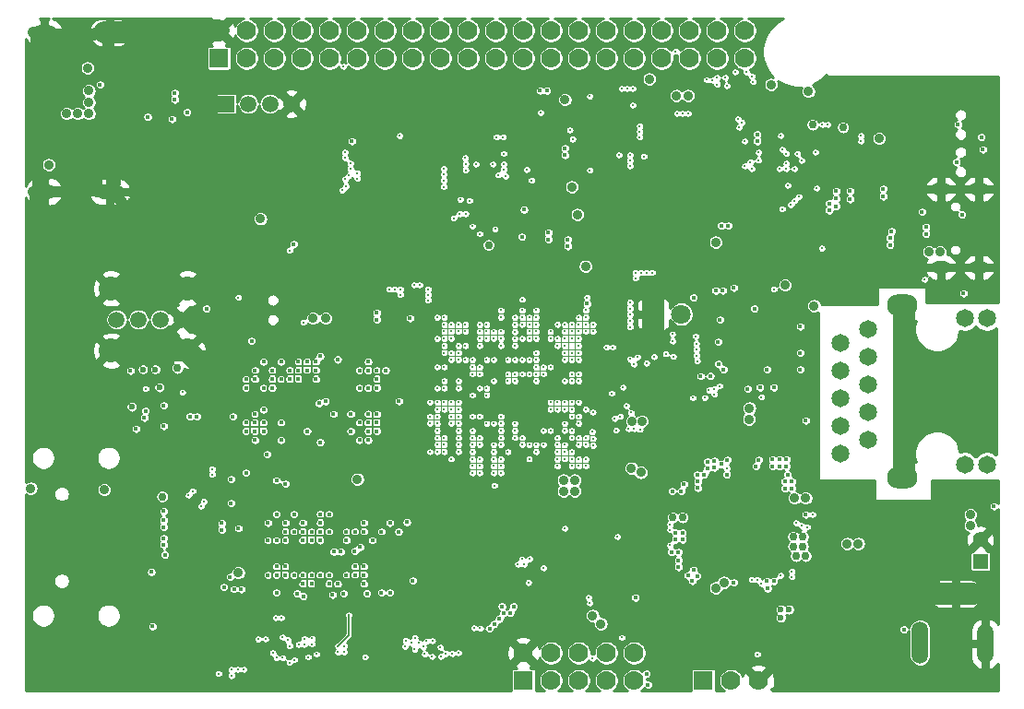
<source format=gbr>
%TF.GenerationSoftware,KiCad,Pcbnew,5.1.4-e60b266~84~ubuntu18.04.1*%
%TF.CreationDate,2025-05-23T09:22:49+03:00*%
%TF.ProjectId,A64-OlinuXino_Rev_H,4136342d-4f6c-4696-9e75-58696e6f5f52,H*%
%TF.SameCoordinates,PX5f5e100PY5f5e100*%
%TF.FileFunction,Copper,L2,Inr*%
%TF.FilePolarity,Positive*%
%FSLAX46Y46*%
G04 Gerber Fmt 4.6, Leading zero omitted, Abs format (unit mm)*
G04 Created by KiCad (PCBNEW 5.1.4-e60b266~84~ubuntu18.04.1) date 2025-05-23 09:22:49*
%MOMM*%
%LPD*%
G04 APERTURE LIST*
%TA.AperFunction,ViaPad*%
%ADD10O,1.800000X1.200000*%
%TD*%
%TA.AperFunction,ViaPad*%
%ADD11O,2.300000X1.300000*%
%TD*%
%TA.AperFunction,ViaPad*%
%ADD12O,2.700000X1.300000*%
%TD*%
%TA.AperFunction,ViaPad*%
%ADD13O,2.800000X2.000000*%
%TD*%
%TA.AperFunction,ViaPad*%
%ADD14C,1.650000*%
%TD*%
%TA.AperFunction,ViaPad*%
%ADD15C,1.778000*%
%TD*%
%TA.AperFunction,ViaPad*%
%ADD16R,1.778000X1.778000*%
%TD*%
%TA.AperFunction,ViaPad*%
%ADD17C,5.500000*%
%TD*%
%TA.AperFunction,ViaPad*%
%ADD18C,1.500000*%
%TD*%
%TA.AperFunction,ViaPad*%
%ADD19C,2.200000*%
%TD*%
%TA.AperFunction,ViaPad*%
%ADD20R,1.500000X1.500000*%
%TD*%
%TA.AperFunction,ViaPad*%
%ADD21R,1.422400X1.422400*%
%TD*%
%TA.AperFunction,ViaPad*%
%ADD22R,0.400000X0.400000*%
%TD*%
%TA.AperFunction,ViaPad*%
%ADD23R,1.400000X1.400000*%
%TD*%
%TA.AperFunction,ViaPad*%
%ADD24C,1.400000*%
%TD*%
%TA.AperFunction,ViaPad*%
%ADD25C,1.800000*%
%TD*%
%TA.AperFunction,ViaPad*%
%ADD26R,1.800000X1.800000*%
%TD*%
%TA.AperFunction,ViaPad*%
%ADD27O,3.700000X1.500000*%
%TD*%
%TA.AperFunction,ViaPad*%
%ADD28O,1.500000X3.600000*%
%TD*%
%TA.AperFunction,ViaPad*%
%ADD29O,1.500000X3.900000*%
%TD*%
%TA.AperFunction,ViaPad*%
%ADD30C,0.750000*%
%TD*%
%TA.AperFunction,ViaPad*%
%ADD31C,0.900000*%
%TD*%
%TA.AperFunction,ViaPad*%
%ADD32C,0.450000*%
%TD*%
%TA.AperFunction,ViaPad*%
%ADD33C,0.327000*%
%TD*%
%TA.AperFunction,ViaPad*%
%ADD34C,0.600000*%
%TD*%
%TA.AperFunction,ViaPad*%
%ADD35C,0.406400*%
%TD*%
%TA.AperFunction,Conductor*%
%ADD36C,0.106600*%
%TD*%
%TA.AperFunction,Conductor*%
%ADD37C,0.762000*%
%TD*%
%TA.AperFunction,Conductor*%
%ADD38C,0.127000*%
%TD*%
%TA.AperFunction,Conductor*%
%ADD39C,0.406400*%
%TD*%
%TA.AperFunction,Conductor*%
%ADD40C,2.032000*%
%TD*%
%TA.AperFunction,Conductor*%
%ADD41C,1.016000*%
%TD*%
%TA.AperFunction,Conductor*%
%ADD42C,0.508000*%
%TD*%
%TA.AperFunction,Conductor*%
%ADD43C,1.270000*%
%TD*%
%TA.AperFunction,Conductor*%
%ADD44C,2.540000*%
%TD*%
%TA.AperFunction,Conductor*%
%ADD45C,0.203200*%
%TD*%
%TA.AperFunction,Conductor*%
%ADD46C,0.254000*%
%TD*%
G04 APERTURE END LIST*
D10*
%TO.N,GND*%
%TO.C,USB-OTG1*%
X87842000Y46450000D03*
X84372000Y46450000D03*
X84372000Y39250000D03*
X87842000Y39250000D03*
%TD*%
D11*
%TO.N,GND*%
%TO.C,HDMI1*%
X2055000Y60818000D03*
X2055000Y46218000D03*
D12*
X8105000Y46218000D03*
X8105000Y60818000D03*
%TD*%
D13*
%TO.N,Net-(C196-Pad2)*%
%TO.C,LAN1*%
X80823000Y19964000D03*
X80823000Y35764000D03*
D14*
%TO.N,/USB&HDMI\002CWiFi&BT\002CEthernet\002CLCD/PHYAD0*%
X88595000Y21133000D03*
%TO.N,/USB&HDMI\002CWiFi&BT\002CEthernet\002CLCD/VDD33*%
X86563000Y21133000D03*
%TO.N,/USB&HDMI\002CWiFi&BT\002CEthernet\002CLCD/PHYAD1*%
X88595000Y34595000D03*
%TO.N,/USB&HDMI\002CWiFi&BT\002CEthernet\002CLCD/VDD33*%
X86563000Y34595000D03*
%TO.N,/USB&HDMI\002CWiFi&BT\002CEthernet\002CLCD/MDI[3]-*%
X75133000Y22149000D03*
%TO.N,/USB&HDMI\002CWiFi&BT\002CEthernet\002CLCD/MDI[3]+*%
X77673000Y23419000D03*
%TO.N,/USB&HDMI\002CWiFi&BT\002CEthernet\002CLCD/MDI[2]-*%
X75133000Y24689000D03*
%TO.N,/USB&HDMI\002CWiFi&BT\002CEthernet\002CLCD/MDI[2]+*%
X77673000Y25959000D03*
%TO.N,Net-(C200-Pad2)*%
X75133000Y27229000D03*
%TO.N,Net-(C199-Pad2)*%
X77673000Y28499000D03*
%TO.N,/USB&HDMI\002CWiFi&BT\002CEthernet\002CLCD/MDI[1]-*%
X75133000Y29769000D03*
%TO.N,/USB&HDMI\002CWiFi&BT\002CEthernet\002CLCD/MDI[1]+*%
X77673000Y31039000D03*
%TO.N,/USB&HDMI\002CWiFi&BT\002CEthernet\002CLCD/MDI[0]-*%
X75133000Y32309000D03*
%TO.N,/USB&HDMI\002CWiFi&BT\002CEthernet\002CLCD/MDI[0]+*%
X77673000Y33579000D03*
%TD*%
D15*
%TO.N,UART3-RX*%
%TO.C,UEXT1*%
X48590000Y3861000D03*
%TO.N,UART3-TX*%
X48590000Y1321000D03*
%TO.N,GND*%
X46050000Y3861000D03*
D16*
%TO.N,+3.3V*%
X46050000Y1321000D03*
D15*
%TO.N,TWI1-SCK*%
X51130000Y1321000D03*
%TO.N,TWI1-SDA*%
X51130000Y3861000D03*
%TO.N,/Power Supply\002C Extensions and MiPi-DSI/UEXT-MOSI*%
X53670000Y3861000D03*
%TO.N,/Power Supply\002C Extensions and MiPi-DSI/UEXT-MISO*%
X53670000Y1321000D03*
%TO.N,/Power Supply\002C Extensions and MiPi-DSI/UEXT-CLK*%
X56210000Y1321000D03*
%TO.N,/Power Supply\002C Extensions and MiPi-DSI/UEXT-CS*%
X56210000Y3861000D03*
%TD*%
D17*
%TO.N,GND*%
%TO.C,Mounting_hole2*%
X14500000Y3400000D03*
%TD*%
%TO.N,GND*%
%TO.C,Mounting_hole3*%
X13000000Y59100000D03*
%TD*%
%TO.N,GND*%
%TO.C,Mounting_hole1*%
X72800000Y3400000D03*
%TD*%
D18*
%TO.N,GND*%
%TO.C,USB1*%
X14712000Y34468000D03*
%TO.N,/USB&HDMI\002CWiFi&BT\002CEthernet\002CLCD/USB1-DP*%
X12712000Y34468000D03*
%TO.N,/USB&HDMI\002CWiFi&BT\002CEthernet\002CLCD/USB1-DM*%
X10712000Y34468000D03*
%TO.N,Net-(C74-Pad1)*%
X8712000Y34468000D03*
D19*
%TO.N,GND*%
X8212000Y31618000D03*
X8212000Y37318000D03*
X15212000Y31618000D03*
X15212000Y37318000D03*
%TD*%
D18*
%TO.N,GND*%
%TO.C,HSIC1*%
X24793000Y54280000D03*
%TO.N,Net-(HSIC1-Pad3)*%
X22793000Y54280000D03*
%TO.N,Net-(HSIC1-Pad2)*%
X20793000Y54280000D03*
D20*
%TO.N,Net-(HSIC1-Pad1)*%
X18793000Y54280000D03*
%TD*%
D21*
%TO.N,GND*%
%TO.C,U15*%
X66624000Y32690000D03*
%TD*%
%TO.N,GND*%
%TO.C,U14*%
X65862000Y15354500D03*
D22*
X68062000Y16154500D03*
X67362000Y16154500D03*
X66662000Y16154500D03*
X66662000Y16854500D03*
X66662000Y17554500D03*
X65062000Y17554500D03*
X65062000Y16854500D03*
X65062000Y16154500D03*
X64362000Y16154500D03*
X63662000Y16154500D03*
X63662000Y14554500D03*
X64362000Y14554500D03*
X65062000Y14554500D03*
X65062000Y13854500D03*
X65062000Y13154500D03*
X66662000Y13154500D03*
X66662000Y13854500D03*
X66662000Y14554500D03*
X67362000Y14554500D03*
X68062000Y14554500D03*
%TD*%
D15*
%TO.N,PC4*%
%TO.C,GPIO1*%
X40970000Y61011000D03*
%TO.N,/Power Supply\002C Extensions and MiPi-DSI/PE7*%
X40970000Y58471000D03*
%TO.N,/Power Supply\002C Extensions and MiPi-DSI/PB4*%
X38430000Y61011000D03*
%TO.N,/Power Supply\002C Extensions and MiPi-DSI/PE6*%
X38430000Y58471000D03*
%TO.N,/Power Supply\002C Extensions and MiPi-DSI/PB3*%
X35890000Y61011000D03*
%TO.N,/Power Supply\002C Extensions and MiPi-DSI/PE5*%
X35890000Y58471000D03*
%TO.N,/Power Supply\002C Extensions and MiPi-DSI/PB2*%
X33350000Y61011000D03*
%TO.N,/Power Supply\002C Extensions and MiPi-DSI/PE4*%
X33350000Y58471000D03*
%TO.N,/Power Supply\002C Extensions and MiPi-DSI/PB1*%
X30810000Y61011000D03*
%TO.N,/Power Supply\002C Extensions and MiPi-DSI/PE3*%
X30810000Y58471000D03*
%TO.N,AP-RESET#*%
X20650000Y61011000D03*
%TO.N,+3.3V*%
X20650000Y58471000D03*
%TO.N,GND*%
X18110000Y61011000D03*
D16*
%TO.N,+5V*%
X18110000Y58471000D03*
D15*
%TO.N,/Power Supply\002C Extensions and MiPi-DSI/PE0*%
X23190000Y58471000D03*
%TO.N,UBOOT*%
X23190000Y61011000D03*
%TO.N,KEYADC*%
X25730000Y61011000D03*
%TO.N,/Power Supply\002C Extensions and MiPi-DSI/PE1*%
X25730000Y58471000D03*
%TO.N,/Power Supply\002C Extensions and MiPi-DSI/PE2*%
X28270000Y58471000D03*
%TO.N,/Power Supply\002C Extensions and MiPi-DSI/PB0*%
X28270000Y61011000D03*
%TO.N,PL10*%
X53670000Y61011000D03*
%TO.N,/Power Supply\002C Extensions and MiPi-DSI/PE12*%
X53670000Y58471000D03*
%TO.N,/Power Supply\002C Extensions and MiPi-DSI/PE11*%
X51130000Y58471000D03*
%TO.N,PL9*%
X51130000Y61011000D03*
%TO.N,PL8*%
X48590000Y61011000D03*
%TO.N,/Power Supply\002C Extensions and MiPi-DSI/PE10*%
X48590000Y58471000D03*
%TO.N,/Power Supply\002C Extensions and MiPi-DSI/PE8*%
X43510000Y58471000D03*
%TO.N,PC7*%
X43510000Y61011000D03*
%TO.N,/Power Supply\002C Extensions and MiPi-DSI/PE9*%
X46050000Y58471000D03*
%TO.N,PL7*%
X46050000Y61011000D03*
%TO.N,/Power Supply\002C Extensions and MiPi-DSI/PE13*%
X56210000Y58471000D03*
%TO.N,PL11*%
X56210000Y61011000D03*
%TO.N,/Power Supply\002C Extensions and MiPi-DSI/PE14*%
X58750000Y58471000D03*
%TO.N,PL12*%
X58750000Y61011000D03*
%TO.N,/Power Supply\002C Extensions and MiPi-DSI/PE15*%
X61290000Y58471000D03*
%TO.N,/Power Supply\002C Extensions and MiPi-DSI/1.8V_DVDD-CSI*%
X61290000Y61011000D03*
%TO.N,/Power Supply\002C Extensions and MiPi-DSI/PE16\005CPOWERON*%
X63830000Y58471000D03*
%TO.N,/Power Supply\002C Extensions and MiPi-DSI/2.8V_AVDD-CSI*%
X63830000Y61011000D03*
%TO.N,/Power Supply\002C Extensions and MiPi-DSI/PE17\005CGPIO_LED*%
X66370000Y58471000D03*
%TO.N,VCC-PE*%
X66370000Y61011000D03*
%TD*%
%TO.N,GND*%
%TO.C,DBG_UART1*%
X67640000Y1321000D03*
%TO.N,Net-(D4-Pad1)*%
X65100000Y1321000D03*
D16*
%TO.N,Net-(DBG_UART1-Pad1)*%
X62560000Y1321000D03*
%TD*%
D23*
%TO.N,VBAT*%
%TO.C,LIPO_BAT1*%
X87982860Y12250620D03*
D24*
%TO.N,GND*%
X87980320Y14262300D03*
%TD*%
D25*
%TO.N,Net-(C211-Pad2)*%
%TO.C,PHYRST1*%
X60528000Y34976000D03*
D26*
%TO.N,GND*%
X57988000Y34976000D03*
%TD*%
D27*
%TO.N,GND*%
%TO.C,PWR1*%
X85695000Y9276000D03*
D28*
X88441000Y4676000D03*
D29*
%TO.N,+5V_EXT*%
X82441000Y4826000D03*
%TD*%
D30*
%TO.N,+5V_EXT*%
X71704000Y14529000D03*
X70815000Y14529000D03*
D31*
%TO.N,+5V*%
X53162000Y6528000D03*
X52399998Y7290000D03*
X4140000Y53391000D03*
X6172000Y54407000D03*
X6172000Y55486500D03*
D32*
X43383000Y6528000D03*
X42938492Y6083500D03*
D31*
X21911591Y43730591D03*
X5156000Y53391000D03*
X6172000Y53391000D03*
X78689000Y51105000D03*
X57607000Y56566000D03*
X70058510Y37643000D03*
D33*
%TO.N,GND*%
X58932011Y32293239D03*
X42240000Y51200000D03*
X41732000Y51200000D03*
X42748000Y53518000D03*
D32*
X43002000Y2083000D03*
X43002000Y686000D03*
X43637000Y686000D03*
X66878000Y39357500D03*
D33*
X43973490Y34025469D03*
X42250000Y49962000D03*
X38747500Y49136500D03*
D34*
X47900000Y51359000D03*
D31*
X53797000Y43993000D03*
D33*
X42240000Y47750000D03*
X42748000Y47750000D03*
D32*
X61163000Y37452500D03*
X61226500Y38087500D03*
D31*
X63576000Y40401590D03*
D32*
X67766994Y41834000D03*
X53568442Y49809558D03*
D31*
X10744000Y5512000D03*
D30*
X12915212Y12128212D03*
D32*
X59385000Y686000D03*
D31*
X39336162Y9102101D03*
X37922000Y8992263D03*
D32*
X26689621Y9368305D03*
X32334000Y9322006D03*
X36510500Y9400000D03*
X35841000Y9400000D03*
X34490259Y9509741D03*
X31000500Y9322006D03*
X30175006Y9322000D03*
X71831000Y27229008D03*
X21885000Y32563000D03*
X23444000Y32563000D03*
X25349000Y32563000D03*
X27254000Y32563000D03*
D33*
X48525000Y24925000D03*
D35*
X42675000Y26225000D03*
D32*
X32200000Y15000000D03*
X34600000Y14200000D03*
X30600000Y10200000D03*
X34600000Y15800000D03*
X33000000Y10200000D03*
X33000000Y15800000D03*
D33*
X45275000Y22975000D03*
X45275000Y22325000D03*
X43975000Y22325000D03*
X44625000Y22975000D03*
X42025000Y22325000D03*
X38775000Y21675000D03*
X37475000Y20375000D03*
X42025000Y24275000D03*
D32*
X28200000Y15800000D03*
X22600000Y9400000D03*
X23400000Y15800000D03*
X24200000Y16600000D03*
X33400000Y24200000D03*
X30200000Y25000000D03*
X29000000Y23200000D03*
X28600000Y25000000D03*
X29800000Y30800000D03*
X29400000Y29800000D03*
X25222000Y21387000D03*
X22428000Y21387000D03*
X26200000Y25000000D03*
X21400000Y30600000D03*
X24600000Y30600000D03*
X28200000Y30800000D03*
D33*
X42025000Y26225000D03*
X42025000Y28825000D03*
X43325000Y29475000D03*
X42675000Y28825000D03*
D32*
X78689000Y43231000D03*
D31*
X81737000Y50343000D03*
D32*
X84404000Y56566000D03*
X85674000Y56566000D03*
X73990000Y56566000D03*
D33*
X49175000Y28825000D03*
D31*
X71831000Y11735000D03*
X57226000Y10592000D03*
X56210000Y10592000D03*
D33*
X47875000Y21675000D03*
X47225000Y23625000D03*
X48525000Y22975000D03*
X47225000Y24275000D03*
D31*
X48971000Y16180000D03*
X76784000Y7798000D03*
D32*
X80340000Y11100000D03*
X79641500Y11100000D03*
X75387000Y11417500D03*
X75196500Y10719000D03*
D31*
X87452000Y17831000D03*
X87452000Y18974000D03*
X55829000Y15291000D03*
X72085000Y24181000D03*
X55829000Y13259000D03*
D32*
X71831000Y26467000D03*
D31*
X89103000Y53899000D03*
X87325000Y53899000D03*
X81610000Y45009000D03*
X69672000Y55423000D03*
X82753000Y50343000D03*
D33*
X45275000Y30125000D03*
X44625000Y30125000D03*
X45925000Y30125000D03*
X46575000Y30125000D03*
X45925000Y28175000D03*
X46575000Y28825000D03*
X45925000Y28825000D03*
X45275000Y28175000D03*
X44625000Y28175000D03*
X43975000Y28175000D03*
X43325000Y28175000D03*
X43975000Y28825000D03*
X46575000Y28175000D03*
X47225000Y28175000D03*
X47875000Y28175000D03*
X48525000Y27525000D03*
D35*
X47225000Y26875000D03*
X47875000Y26875000D03*
X43975000Y27525000D03*
D33*
X43325000Y27525000D03*
D35*
X44625000Y27525000D03*
X45275000Y27525000D03*
X45925000Y27525000D03*
X46575000Y27525000D03*
X47225000Y27525000D03*
X47875000Y27525000D03*
D33*
X48525000Y25575000D03*
X49175000Y25575000D03*
D35*
X47875000Y26225000D03*
X43325000Y26875000D03*
X42675000Y26875000D03*
X43975000Y26875000D03*
X44625000Y26875000D03*
X45275000Y26875000D03*
X45925000Y26875000D03*
X46575000Y26875000D03*
X47225000Y26225000D03*
X46575000Y26225000D03*
X45925000Y26225000D03*
X45275000Y26225000D03*
X44625000Y26225000D03*
X43975000Y26225000D03*
X43325000Y26225000D03*
X47875000Y25575000D03*
X47225000Y25575000D03*
X46575000Y25575000D03*
X46575000Y24925000D03*
X47225000Y24925000D03*
D33*
X43325000Y25575000D03*
X45275000Y25575000D03*
D32*
X30600000Y15800000D03*
X32200000Y15800000D03*
X19200000Y16900000D03*
D31*
X2108000Y23673000D03*
D32*
X13792000Y51105000D03*
X13792000Y48184000D03*
X13792000Y54026000D03*
X11506000Y54026000D03*
X11506000Y51105000D03*
X11506000Y48184000D03*
X7188000Y53772000D03*
X7188000Y50724000D03*
X7188000Y56693000D03*
D33*
X45925000Y25575000D03*
X52425000Y34675000D03*
X39425000Y24275000D03*
X38775000Y24925000D03*
X40725000Y32725000D03*
D31*
X84658000Y44882000D03*
X83642000Y44882000D03*
X23571000Y41072000D03*
X7569000Y19990000D03*
X2362000Y4496000D03*
X2362000Y5639000D03*
X1092000Y23673000D03*
X48971000Y15164000D03*
D32*
X44272000Y686000D03*
D31*
X74503225Y39415775D03*
X67132000Y45263000D03*
D32*
X85039000Y56185000D03*
X85039000Y54407000D03*
X86436000Y54407000D03*
X79959000Y54026000D03*
X84023000Y53645000D03*
X31000000Y24200000D03*
X28200000Y23200000D03*
X31000000Y30600000D03*
X23800000Y24200000D03*
X22200000Y23400000D03*
D31*
X29794000Y32817000D03*
X7188000Y8814000D03*
X13538000Y44120000D03*
X14681000Y44120000D03*
D32*
X72085000Y33833000D03*
X26365000Y48946000D03*
X24714000Y50597000D03*
D31*
X61290000Y23165000D03*
D33*
X45925000Y33375000D03*
D32*
X32600000Y30600000D03*
D33*
X38125000Y35325000D03*
D32*
X31800000Y29000000D03*
X25222000Y34341000D03*
X32600000Y23400000D03*
X22809000Y51486000D03*
D31*
X18364000Y51740000D03*
X20142000Y51740000D03*
X21793000Y51740000D03*
D32*
X23825000Y51486000D03*
D31*
X22555000Y41072000D03*
D32*
X54813000Y51105000D03*
X78689000Y43866000D03*
D31*
X76911000Y36500000D03*
X77927000Y36500000D03*
D32*
X84912000Y37516000D03*
D31*
X29857500Y55423000D03*
X30810000Y55423000D03*
X28905000Y53137000D03*
X29857500Y53137000D03*
X27952500Y53137000D03*
D32*
X838000Y16815000D03*
D31*
X63322000Y53258490D03*
X62306000Y53258490D03*
D32*
X75387000Y50343000D03*
X74752000Y50343000D03*
D35*
X47875000Y24925000D03*
D31*
X1092000Y55677000D03*
X1092000Y53899000D03*
X1092000Y51994000D03*
X1092000Y50216000D03*
X1092000Y48438000D03*
X6807000Y48057000D03*
X6807000Y49962000D03*
X1092000Y58979000D03*
X1092000Y57328000D03*
D32*
X59385000Y1321000D03*
X24200000Y9400000D03*
X25800000Y16600000D03*
X29000000Y11000000D03*
X32200000Y10200000D03*
X20600000Y23400000D03*
X23000000Y30600000D03*
X26200000Y29000000D03*
X32080000Y35738000D03*
X18364000Y16434000D03*
X16459000Y22403000D03*
X16459000Y23038000D03*
D31*
X7188000Y10338000D03*
X1092000Y940000D03*
X2235000Y2083000D03*
X1092000Y3226000D03*
X1092000Y5639000D03*
D32*
X79451000Y9322000D03*
D31*
X47447000Y41707000D03*
D32*
X43637000Y2464000D03*
D31*
X27571500Y41072000D03*
X28524000Y40056000D03*
X27571500Y40056000D03*
D33*
X41668500Y47750000D03*
X42250000Y48750000D03*
X42748000Y50343000D03*
X42750000Y51200000D03*
X42750000Y49750000D03*
X47200000Y46750000D03*
X47900000Y47750000D03*
X47900000Y48750000D03*
D32*
X79430320Y54454192D03*
X75387000Y56566000D03*
X74625000Y56566000D03*
X86690000Y56566000D03*
X87706000Y56566000D03*
X89357000Y56566000D03*
X88658500Y56566000D03*
X89357000Y55931000D03*
X89357000Y55296000D03*
X89357000Y54661000D03*
X86182000Y56185000D03*
X87198000Y56185000D03*
X88188600Y56185000D03*
D31*
X83007000Y52629000D03*
D32*
X82753000Y56566000D03*
X76022000Y56566000D03*
X80594000Y54026000D03*
X83514992Y54407008D03*
X82753000Y54026000D03*
X85674000Y55550000D03*
X86690000Y55550000D03*
X87706000Y55550000D03*
X88595000Y55550000D03*
X80721000Y54915000D03*
X7569000Y49200000D03*
D30*
X46558000Y41707000D03*
D32*
X61290000Y3886400D03*
X61290000Y3276800D03*
D31*
%TO.N,+1.5V*%
X66795562Y26340000D03*
D32*
X25285509Y9321997D03*
X31698994Y9322000D03*
X29540000Y9322000D03*
X31800000Y23400000D03*
X30600000Y11000000D03*
X33000000Y9400000D03*
X33800000Y9400000D03*
X35354607Y15851227D03*
X33000000Y15000000D03*
X29800000Y15000000D03*
X35900000Y10500000D03*
X23400000Y9400000D03*
X27400000Y15000000D03*
X23400000Y16600000D03*
X25000000Y16600000D03*
X31000000Y23400000D03*
X32600000Y24200000D03*
X30200000Y24200000D03*
X27400000Y23200000D03*
X28600000Y25800000D03*
X31800000Y30600000D03*
X31000000Y29800000D03*
X32600000Y29800000D03*
X33400000Y29800000D03*
X26200000Y24200000D03*
X22200000Y30600000D03*
X23800000Y30600000D03*
X27000000Y29800000D03*
X26200000Y29800000D03*
X19200000Y17600000D03*
D33*
X42025000Y25575000D03*
X41375000Y25575000D03*
D31*
X66751000Y25324000D03*
D33*
X45275000Y24275000D03*
X45275000Y24925000D03*
X43975000Y24925000D03*
X43975000Y23625000D03*
X43975000Y24275000D03*
X43325000Y24925000D03*
X42675000Y24925000D03*
D32*
X31400000Y15800000D03*
X33800000Y15800000D03*
X34600000Y15000000D03*
D33*
X43975000Y25575000D03*
D32*
X29000000Y30800000D03*
X23800000Y23400000D03*
X21400000Y23400000D03*
X28200000Y11000000D03*
X21100000Y32500000D03*
%TO.N,/VREF0_DDR3*%
X27400000Y31100000D03*
X26600000Y10200000D03*
X23800000Y25000000D03*
X19900000Y15300000D03*
X19200000Y19800000D03*
X19380000Y25578000D03*
D33*
%TO.N,/S0SVREF*%
X41375000Y23625000D03*
D31*
X30800000Y19800000D03*
D33*
%TO.N,Net-(C37-Pad2)*%
X40250000Y45500000D03*
D32*
%TO.N,GNDA*%
X32588000Y34468000D03*
X32588000Y35103000D03*
D33*
X37475000Y26875000D03*
D34*
X12649000Y28245000D03*
D30*
X12903000Y18212000D03*
D32*
X18364000Y15164000D03*
D33*
%TO.N,/NAND Flash \002C eMMC\002C T-Card and Audio/MBIAS*%
X40075000Y28825000D03*
D32*
X13030000Y14402000D03*
%TO.N,+3.0VA*%
X60274000Y13132000D03*
D33*
X41375000Y29475000D03*
X45925000Y30775000D03*
D32*
X59639000Y13132000D03*
D31*
X27889000Y34595000D03*
D34*
X10109000Y26467000D03*
D33*
%TO.N,Net-(C51-Pad1)*%
X38775000Y26875000D03*
%TO.N,/NAND Flash \002C eMMC\002C T-Card and Audio/MICIN1P*%
X16712992Y17767500D03*
X38125000Y30125000D03*
D32*
%TO.N,Net-(C54-Pad2)*%
X35636000Y34595000D03*
D33*
X42025000Y28175000D03*
X41375000Y27525000D03*
%TO.N,Net-(C55-Pad1)*%
X38125000Y28175000D03*
D32*
%TO.N,Net-(C57-Pad2)*%
X13030000Y13767000D03*
X19126000Y10846000D03*
D33*
%TO.N,Net-(C59-Pad1)*%
X38125000Y26875000D03*
%TO.N,/NAND Flash \002C eMMC\002C T-Card and Audio/MICIN1N*%
X38775000Y30125000D03*
X16459000Y17323000D03*
%TO.N,Net-(C61-Pad1)*%
X40075000Y26875000D03*
%TO.N,Net-(C61-Pad2)*%
X40075000Y26225000D03*
D31*
%TO.N,+5V_USBOTG*%
X83261000Y40691000D03*
D30*
X71958000Y12751000D03*
X71069000Y12751000D03*
D31*
X84277000Y40691000D03*
D33*
%TO.N,Net-(C68-Pad2)*%
X82880000Y38151000D03*
%TO.N,/USB&HDMI\002CWiFi&BT\002CEthernet\002CLCD/USB0-VBUSDET*%
X56743424Y24379675D03*
X72974000Y46533000D03*
D32*
X79705000Y41326000D03*
%TO.N,+3.3VD*%
X62052000Y18986226D03*
D33*
X45275000Y30775000D03*
D32*
X62052000Y19609000D03*
D30*
X14300000Y30023000D03*
D31*
X2489000Y48692000D03*
D32*
%TO.N,+3.3VWiFiIO*%
X64768310Y21577500D03*
X64211000Y21196500D03*
D33*
X47225000Y31425000D03*
D32*
X50114000Y41834000D03*
X50114000Y41199000D03*
X64846000Y43104000D03*
X64211000Y43104000D03*
X74752000Y46279000D03*
%TO.N,VCC-PL*%
X60020000Y14275000D03*
X76022000Y45517000D03*
X60655000Y14275000D03*
D33*
X42675000Y30775000D03*
D32*
X76022000Y46279000D03*
%TO.N,1.1V_CPUS*%
X68910000Y21641000D03*
X79070000Y46469500D03*
D33*
X42025000Y30125000D03*
D32*
X69545000Y21641000D03*
X79070000Y45771000D03*
X46113500Y44564500D03*
D31*
%TO.N,1.1V_CPUX*%
X50749000Y18720000D03*
D33*
X49175000Y21025000D03*
X49175000Y21675000D03*
X49825000Y21675000D03*
X50475000Y21675000D03*
X51125000Y21675000D03*
X51125000Y21025000D03*
X50475000Y21025000D03*
X51775000Y21675000D03*
X51775000Y21025000D03*
X49175000Y22325000D03*
X49825000Y22325000D03*
X50475000Y22325000D03*
X49175000Y23625000D03*
X48525000Y24275000D03*
X49825000Y22975000D03*
X49175000Y22975000D03*
D31*
X49733000Y19736000D03*
X49733000Y18720000D03*
X50749000Y19730480D03*
D32*
%TO.N,Net-(C125-Pad2)*%
X60782000Y19355000D03*
%TO.N,IPS*%
X59702500Y18719988D03*
X68910000Y21006000D03*
X67646119Y21585620D03*
X44082889Y8116889D03*
D31*
X70942000Y18085000D03*
X71958000Y18085000D03*
D30*
X70815000Y13640000D03*
X71704000Y13640000D03*
D31*
X64465000Y10338000D03*
D32*
X60274000Y12370000D03*
X60274000Y11735000D03*
D30*
X60655000Y16307000D03*
X59766000Y16307000D03*
D32*
X62941000Y21412400D03*
X62941000Y20777400D03*
X67386000Y21006000D03*
X69545000Y21006000D03*
D31*
X87071000Y16561000D03*
X87071000Y15545000D03*
D32*
X60528000Y18720000D03*
D31*
X63703000Y9830000D03*
D33*
X64719000Y20815500D03*
D32*
X64719000Y20244000D03*
D31*
%TO.N,Net-(C135-Pad1)*%
X76784000Y13894000D03*
X75768000Y13894000D03*
D32*
%TO.N,VBAT*%
X71958000Y16561000D03*
D34*
%TO.N,Net-(C143-Pad2)*%
X70434000Y7838006D03*
X69672000Y7838006D03*
X69672000Y7099500D03*
D32*
%TO.N,Net-(C149-Pad1)*%
X61988500Y10909500D03*
X61544000Y10465000D03*
%TO.N,3.0V_RTC*%
X68465498Y9766498D03*
D33*
X41375000Y30775000D03*
D32*
X68402000Y10465000D03*
X16967000Y35484000D03*
D34*
X12268000Y29896000D03*
D31*
%TO.N,1.1V_SYS*%
X56004016Y25121410D03*
X56915685Y25128015D03*
D33*
X42675000Y28175000D03*
X43325000Y28825000D03*
X42675000Y27525000D03*
X45275000Y29475000D03*
X44625000Y29475000D03*
X45925000Y29475000D03*
X46575000Y29475000D03*
X47225000Y29475000D03*
X47225000Y30125000D03*
X47225000Y28825000D03*
X45275000Y28825000D03*
X44625000Y28825000D03*
%TO.N,AP-RESET#*%
X67005000Y10592000D03*
X67894000Y27356000D03*
X40075000Y31425000D03*
X29540000Y57709000D03*
D32*
X85928000Y52375000D03*
D33*
X77038000Y51359000D03*
D32*
%TO.N,/Power Supply\002C Extensions and MiPi-DSI/3.3V_MIPI*%
X44843500Y7544002D03*
X61988500Y20244000D03*
X62623500Y20244000D03*
X45161000Y8128200D03*
%TO.N,/Power Supply\002C Extensions and MiPi-DSI/2.8V_AVDD-CSI*%
X74752000Y44882000D03*
X74752000Y45580500D03*
X63576000Y21514000D03*
X63576000Y20879000D03*
%TO.N,VCC-PE*%
X74117000Y45136000D03*
X60655000Y14910000D03*
X60020000Y14910000D03*
X74117000Y44501000D03*
D31*
X51759490Y39357500D03*
%TO.N,/Power Supply\002C Extensions and MiPi-DSI/1.8V_DVDD-CSI*%
X68783000Y56058000D03*
D32*
X70688000Y19609000D03*
X70053000Y19609000D03*
%TO.N,Net-(C174-Pad2)*%
X70307000Y20244000D03*
D33*
%TO.N,Net-(C177-Pad2)*%
X72085000Y15418000D03*
D32*
X85801000Y48946000D03*
D33*
X77038000Y50851000D03*
D32*
%TO.N,1.2V_HSIC*%
X70180000Y21641000D03*
X70180000Y21006000D03*
D33*
X43325000Y30775000D03*
D30*
X75387000Y52121000D03*
D32*
X47574000Y55486500D03*
X48208996Y55486500D03*
X48336000Y42469000D03*
X48336000Y41834000D03*
%TO.N,Net-(C181-Pad2)*%
X69037000Y10465000D03*
D33*
%TO.N,Net-(C183-Pad1)*%
X38127943Y32727943D03*
X36525000Y37643000D03*
%TO.N,Net-(C184-Pad1)*%
X38775000Y32075000D03*
X36017000Y37643000D03*
%TO.N,Net-(C188-Pad2)*%
X46575000Y30775000D03*
D32*
X45923000Y42088000D03*
D33*
%TO.N,Net-(C192-Pad2)*%
X41375000Y30125000D03*
%TO.N,KEYADC*%
X33731000Y37262000D03*
%TO.N,Net-(D4-Pad2)*%
X67513000Y3734000D03*
X50475000Y24275000D03*
D32*
X57353000Y1956000D03*
D33*
%TO.N,Net-(DBG_UART1-Pad1)*%
X48525000Y26875000D03*
D32*
%TO.N,Net-(FET1-Pad3)*%
X7188000Y56058000D03*
D33*
%TO.N,/USB&HDMI\002CWiFi&BT\002CEthernet\002CLCD/HCEC*%
X40725000Y33375000D03*
D32*
X11569500Y53073500D03*
X13792000Y52883000D03*
D33*
%TO.N,/Power Supply\002C Extensions and MiPi-DSI/PE16*%
X51775000Y34025000D03*
X63830000Y56058000D03*
%TO.N,/Power Supply\002C Extensions and MiPi-DSI/PE15*%
X57861000Y38786000D03*
%TO.N,PL12*%
X40075000Y34025000D03*
%TO.N,/Power Supply\002C Extensions and MiPi-DSI/PE14*%
X52425000Y33375000D03*
%TO.N,PL11*%
X39425000Y32725000D03*
%TO.N,/Power Supply\002C Extensions and MiPi-DSI/PE13*%
X50475000Y34025000D03*
%TO.N,PL10*%
X39425000Y34025000D03*
%TO.N,/Power Supply\002C Extensions and MiPi-DSI/PE12*%
X51775000Y33375000D03*
X64719000Y55931000D03*
%TO.N,PL9*%
X39425000Y33375000D03*
%TO.N,/Power Supply\002C Extensions and MiPi-DSI/PE11*%
X49825000Y34025000D03*
X56083000Y55677000D03*
%TO.N,PL8*%
X38775000Y34025000D03*
%TO.N,/Power Supply\002C Extensions and MiPi-DSI/PE10*%
X63385500Y56439000D03*
X51775000Y34675000D03*
%TO.N,PL7*%
X38775000Y32725000D03*
%TO.N,/Power Supply\002C Extensions and MiPi-DSI/PE9*%
X64592000Y56693000D03*
X50475000Y31425000D03*
%TO.N,PC7*%
X55575000Y55677000D03*
X47225000Y32725000D03*
%TO.N,/Power Supply\002C Extensions and MiPi-DSI/PE8*%
X52425000Y34025000D03*
X63830000Y56693000D03*
%TO.N,/Power Supply\002C Extensions and MiPi-DSI/PE0*%
X51125000Y32075000D03*
X66370000Y50851000D03*
%TO.N,UBOOT*%
X34747000Y36754000D03*
X19888000Y36500000D03*
X40725000Y30775000D03*
%TO.N,/Power Supply\002C Extensions and MiPi-DSI/PE1*%
X51775000Y35325000D03*
X61163000Y53391000D03*
%TO.N,/Power Supply\002C Extensions and MiPi-DSI/PE2*%
X51125000Y34675000D03*
X60147000Y53391000D03*
%TO.N,/Power Supply\002C Extensions and MiPi-DSI/PB0*%
X48525000Y26225000D03*
X60020000Y59106000D03*
%TO.N,/Power Supply\002C Extensions and MiPi-DSI/PE3*%
X51125000Y34025000D03*
X60655000Y53391000D03*
%TO.N,/Power Supply\002C Extensions and MiPi-DSI/PB1*%
X55702000Y24435000D03*
X67132000Y56312000D03*
%TO.N,/Power Supply\002C Extensions and MiPi-DSI/PE4*%
X65862000Y52121000D03*
X51125000Y32725000D03*
%TO.N,/Power Supply\002C Extensions and MiPi-DSI/PB2*%
X49175000Y26875000D03*
X65481000Y57201000D03*
%TO.N,/Power Supply\002C Extensions and MiPi-DSI/PE5*%
X66116000Y52565500D03*
X49825000Y31425000D03*
%TO.N,/Power Supply\002C Extensions and MiPi-DSI/PB3*%
X56211018Y24431608D03*
X67005000Y56820000D03*
%TO.N,/Power Supply\002C Extensions and MiPi-DSI/PE6*%
X49825000Y33375000D03*
X56083000Y54153000D03*
%TO.N,/Power Supply\002C Extensions and MiPi-DSI/PB4*%
X49825000Y24275000D03*
X66497000Y57201000D03*
%TO.N,/Power Supply\002C Extensions and MiPi-DSI/PE7*%
X65728094Y52899190D03*
X50475000Y32725000D03*
%TO.N,PC4*%
X47225000Y33375000D03*
X54813000Y49581000D03*
X55067000Y55677000D03*
%TO.N,/USB&HDMI\002CWiFi&BT\002CEthernet\002CLCD/HSCL*%
X42025000Y34025000D03*
D32*
X15189000Y53518000D03*
D33*
%TO.N,/USB&HDMI\002CWiFi&BT\002CEthernet\002CLCD/HSDA*%
X40075000Y33375000D03*
D32*
X14046000Y54661000D03*
D33*
%TO.N,/NAND Flash \002C eMMC\002C T-Card and Audio/HPOUTR*%
X38775000Y28175000D03*
D32*
X15443000Y25578000D03*
D33*
%TO.N,/NAND Flash \002C eMMC\002C T-Card and Audio/HPOUTFB*%
X38775000Y26225000D03*
X25857000Y34214000D03*
X11379000Y28118000D03*
%TO.N,/NAND Flash \002C eMMC\002C T-Card and Audio/HPOUTL*%
X38775000Y28825000D03*
D32*
X16078000Y25578000D03*
D33*
%TO.N,TWI0-SDA*%
X23046810Y3861000D03*
X27063500Y3750190D03*
X50475000Y26225000D03*
%TO.N,TWI0-SCK*%
X23380500Y3416500D03*
X26301500Y3480000D03*
X49825000Y26875000D03*
%TO.N,PH11*%
X46621498Y12497000D03*
X42082629Y6115250D03*
X51125000Y22975000D03*
%TO.N,PH10*%
X46502839Y10321810D03*
X25410454Y4639190D03*
X50475000Y25575000D03*
%TO.N,/USB&HDMI\002CWiFi&BT\002CEthernet\002CLCD/LCD_D7*%
X56517484Y31019375D03*
X41526348Y6159257D03*
%TO.N,/USB&HDMI\002CWiFi&BT\002CEthernet\002CLCD/LCD_D6*%
X38938000Y3797500D03*
X49175000Y32075000D03*
%TO.N,/USB&HDMI\002CWiFi&BT\002CEthernet\002CLCD/LCD_D5*%
X31508500Y3480000D03*
X51125000Y29475000D03*
%TO.N,/USB&HDMI\002CWiFi&BT\002CEthernet\002CLCD/LCD_D4*%
X38475893Y3542160D03*
X49825000Y32725000D03*
%TO.N,/USB&HDMI\002CWiFi&BT\002CEthernet\002CLCD/LCD_D3*%
X38430000Y4385190D03*
X51125000Y31425000D03*
%TO.N,/USB&HDMI\002CWiFi&BT\002CEthernet\002CLCD/LCD_D2*%
X37664084Y3524624D03*
X51125000Y33375000D03*
%TO.N,/USB&HDMI\002CWiFi&BT\002CEthernet\002CLCD/LCD_D20*%
X55828998Y30848500D03*
X37160000Y4940500D03*
%TO.N,/USB&HDMI\002CWiFi&BT\002CEthernet\002CLCD/LCD_D10*%
X35242014Y5002343D03*
X54686000Y14529000D03*
X50475000Y26875000D03*
%TO.N,/USB&HDMI\002CWiFi&BT\002CEthernet\002CLCD/LCD_D11*%
X35182253Y4432321D03*
X51125000Y30775000D03*
%TO.N,/NAND Flash \002C eMMC\002C T-Card and Audio/SDC0-D2*%
X52420972Y25955305D03*
D32*
X13030006Y16878500D03*
D33*
%TO.N,/NAND Flash \002C eMMC\002C T-Card and Audio/SDC0-D3*%
X51775000Y23625000D03*
D32*
X13030000Y16053000D03*
%TO.N,/NAND Flash \002C eMMC\002C T-Card and Audio/SDC0-CMD*%
X13030000Y15418000D03*
D33*
X49175000Y26225000D03*
%TO.N,Net-(MICRO_SD1-Pad5)*%
X54552373Y24301369D03*
D32*
X13157000Y12878000D03*
%TO.N,/NAND Flash \002C eMMC\002C T-Card and Audio/SDC0-D0*%
X20142000Y9703000D03*
D33*
X49825000Y28825000D03*
%TO.N,/NAND Flash \002C eMMC\002C T-Card and Audio/SDC0-D1*%
X51761058Y26232161D03*
D32*
X19497313Y9712899D03*
D33*
%TO.N,/NAND Flash \002C eMMC\002C T-Card and Audio/SDC0-DET#*%
X54432000Y25387500D03*
D32*
X18560803Y9899812D03*
D33*
%TO.N,/Power Supply\002C Extensions and MiPi-DSI/MIPI-DSI-RST*%
X46113500Y11989000D03*
X51125000Y23625000D03*
%TO.N,/Power Supply\002C Extensions and MiPi-DSI/MIPI-DSI-BKL*%
X45542000Y12004662D03*
X49825000Y24925000D03*
%TO.N,/Power Supply\002C Extensions and MiPi-DSI/DSI-D0N*%
X24449847Y5034436D03*
X29667000Y49327000D03*
X47225000Y35325000D03*
%TO.N,/Power Supply\002C Extensions and MiPi-DSI/MIPI-DSI-EN*%
X45906348Y12464765D03*
X50475000Y23625000D03*
%TO.N,/Power Supply\002C Extensions and MiPi-DSI/DSI-D0P*%
X24587000Y4496000D03*
X29667000Y49835000D03*
X47225000Y34675000D03*
%TO.N,/Power Supply\002C Extensions and MiPi-DSI/DSI-CKN*%
X45917010Y34675000D03*
X23317000Y7083320D03*
X30810000Y47422000D03*
%TO.N,/Power Supply\002C Extensions and MiPi-DSI/DSI-D1N*%
X21706248Y5117946D03*
X30175000Y48311000D03*
X46575000Y34025000D03*
%TO.N,/Power Supply\002C Extensions and MiPi-DSI/DSI-CKP*%
X45917010Y35325000D03*
X23825000Y7083320D03*
X30810000Y47930000D03*
%TO.N,/Power Supply\002C Extensions and MiPi-DSI/DSI-D1P*%
X22373619Y5131000D03*
X30175000Y48819000D03*
X46575000Y34675000D03*
%TO.N,/Power Supply\002C Extensions and MiPi-DSI/DSI-D3N*%
X43973490Y34675000D03*
X29603500Y3924500D03*
X29413000Y46342500D03*
%TO.N,/Power Supply\002C Extensions and MiPi-DSI/DSI-D2N*%
X45274828Y34029490D03*
X29032000Y4496000D03*
X30019806Y7337320D03*
X29667000Y47358494D03*
%TO.N,/Power Supply\002C Extensions and MiPi-DSI/DSI-D3P*%
X43973490Y35325000D03*
X29587310Y4496000D03*
X29794000Y46723500D03*
%TO.N,/Power Supply\002C Extensions and MiPi-DSI/DSI-D2P*%
X45270039Y34676461D03*
X29031994Y3924500D03*
X30048000Y47697156D03*
D32*
%TO.N,Net-(PWRON1-Pad1)*%
X88214000Y50089000D03*
%TO.N,/S0SRST*%
X22600000Y15800000D03*
D33*
X39425000Y26225000D03*
D32*
X20600000Y29000000D03*
D33*
%TO.N,Net-(R3-Pad2)*%
X41375000Y21025000D03*
%TO.N,Net-(R4-Pad2)*%
X41375000Y21675000D03*
D32*
%TO.N,Net-(R9-Pad1)*%
X28524000Y9195000D03*
%TO.N,Net-(R13-Pad1)*%
X25857000Y9068000D03*
D33*
%TO.N,/USB&HDMI\002CWiFi&BT\002CEthernet\002CLCD/USB0-ID*%
X72847000Y49835000D03*
X51125000Y24925000D03*
D32*
X82626000Y44374000D03*
D33*
%TO.N,USB0-DRV*%
X69672000Y10973000D03*
X69037000Y37262000D03*
%TO.N,Net-(R41-Pad2)*%
X73431200Y41021200D03*
%TO.N,USB1-DRV*%
X40208306Y44187619D03*
X24587000Y40818000D03*
%TO.N,/USB&HDMI\002CWiFi&BT\002CEthernet\002CLCD/HHPD*%
X40725000Y34025000D03*
D32*
X14046000Y55296000D03*
D33*
%TO.N,Net-(R54-Pad1)*%
X69545000Y48311000D03*
%TO.N,/USB&HDMI\002CWiFi&BT\002CEthernet\002CLCD/WL-SDIO-CLK*%
X49177690Y34025000D03*
X66877994Y48946000D03*
X55829000Y49073000D03*
%TO.N,Net-(R60-Pad1)*%
X69799000Y44628000D03*
%TO.N,AP-CK32KO*%
X67005000Y48311000D03*
X37287000Y37262000D03*
%TO.N,/USB&HDMI\002CWiFi&BT\002CEthernet\002CLCD/EPHY-RST#*%
X56192758Y30382303D03*
X50475000Y29475000D03*
%TO.N,TWI1-SCK*%
X52400000Y3353000D03*
X52427112Y22892573D03*
%TO.N,UART3-RX*%
X52353811Y24186515D03*
%TO.N,TWI1-SDA*%
X51125000Y25575000D03*
%TO.N,Net-(R83-Pad1)*%
X59512000Y13750810D03*
%TO.N,/Power Supply\002C Extensions and MiPi-DSI/DC5SET*%
X71069000Y15799000D03*
%TO.N,AP-NMI#*%
X20396000Y2337000D03*
X42025000Y32075000D03*
X71577000Y15545000D03*
X70688000Y10846000D03*
X34700000Y51350000D03*
%TO.N,Net-(R86-Pad1)*%
X59512000Y15672000D03*
D32*
X79832000Y42596000D03*
D33*
%TO.N,Net-(R87-Pad1)*%
X59511460Y15163994D03*
D32*
X79705000Y41961000D03*
D33*
%TO.N,PMU-SCK*%
X67513000Y10592000D03*
X52146000Y8433000D03*
X39425000Y31425000D03*
X34747000Y37262000D03*
D32*
X10490000Y24435000D03*
%TO.N,Net-(R89-Pad1)*%
X88087000Y51232000D03*
D33*
%TO.N,PMU-SDA*%
X18062690Y1956000D03*
X67894000Y10227196D03*
X38775000Y31425000D03*
X34239000Y37262000D03*
D32*
X9982000Y29769000D03*
D33*
X55072107Y5273575D03*
%TO.N,Net-(R96-Pad1)*%
X42025000Y29475000D03*
%TO.N,Net-(R97-Pad1)*%
X51125000Y26875000D03*
%TO.N,Net-(R98-Pad1)*%
X54152527Y27701420D03*
%TO.N,/NAND Flash \002C eMMC\002C T-Card and Audio/HP-DET*%
X39425000Y26875000D03*
X14744500Y27800500D03*
%TO.N,/USB&HDMI\002CWiFi&BT\002CEthernet\002CLCD/WL-SDIO-D3*%
X57353000Y38786000D03*
X67640000Y49835000D03*
%TO.N,/USB&HDMI\002CWiFi&BT\002CEthernet\002CLCD/WL-SDIO-D0*%
X48525000Y32725000D03*
X66370004Y48565000D03*
X55829000Y48565000D03*
%TO.N,/USB&HDMI\002CWiFi&BT\002CEthernet\002CLCD/WL-SDIO-D2*%
X50475000Y33375000D03*
X57099000Y49454000D03*
X69799000Y50089000D03*
%TO.N,/USB&HDMI\002CWiFi&BT\002CEthernet\002CLCD/WL-SDIO-D1*%
X56845000Y38786000D03*
X70180000Y48311000D03*
%TO.N,/USB&HDMI\002CWiFi&BT\002CEthernet\002CLCD/WL-SDIO-CMD*%
X67608250Y49104750D03*
X48525000Y33375000D03*
X55829000Y49581000D03*
%TO.N,/USB&HDMI\002CWiFi&BT\002CEthernet\002CLCD/BT-UART-RX*%
X55829000Y34341000D03*
X71577000Y49073000D03*
%TO.N,/USB&HDMI\002CWiFi&BT\002CEthernet\002CLCD/WL-PMU-EN*%
X70180000Y49708000D03*
X37287000Y36754000D03*
%TO.N,/USB&HDMI\002CWiFi&BT\002CEthernet\002CLCD/BT-RST-N*%
X37287000Y36246000D03*
X70180000Y48819000D03*
%TO.N,SPI0_CLK*%
X19253000Y2337000D03*
X50304500Y51867000D03*
X46575000Y33375000D03*
%TO.N,SPI0_MOSI*%
X19253000Y1765500D03*
X50558500Y51041500D03*
X47225000Y34025000D03*
%TO.N,SPI0_CS*%
X19824500Y2337000D03*
X52146000Y54978500D03*
X52146000Y48184000D03*
X46575000Y32725000D03*
%TO.N,Net-(T1-Pad3)*%
X72593000Y16561000D03*
X70688000Y11354000D03*
%TO.N,/USB&HDMI\002CWiFi&BT\002CEthernet\002CLCD/BT-UART-TX*%
X56337000Y38786000D03*
X70942000Y48311000D03*
%TO.N,/USB&HDMI\002CWiFi&BT\002CEthernet\002CLCD/BT-PCM-DOUT*%
X56337000Y38278000D03*
X70307000Y46787000D03*
%TO.N,/USB&HDMI\002CWiFi&BT\002CEthernet\002CLCD/AP-WAKE-BT*%
X73990000Y52375000D03*
X38775000Y33375000D03*
X56718000Y52248000D03*
%TO.N,/USB&HDMI\002CWiFi&BT\002CEthernet\002CLCD/BT-PCM-DIN*%
X55829000Y35484000D03*
X70947534Y45384466D03*
%TO.N,/USB&HDMI\002CWiFi&BT\002CEthernet\002CLCD/BT-PCM-SYNC*%
X55829000Y36055500D03*
X71323000Y45754810D03*
%TO.N,/USB&HDMI\002CWiFi&BT\002CEthernet\002CLCD/WL-WAKE-AP*%
X69672000Y51359000D03*
X40725000Y32075000D03*
X56718000Y51232000D03*
%TO.N,/USB&HDMI\002CWiFi&BT\002CEthernet\002CLCD/BT-WAKE-AP*%
X40075000Y32075000D03*
X56718000Y51740000D03*
X73482000Y52375000D03*
%TO.N,/S0SDQ1*%
X41375000Y20375000D03*
D32*
X30600000Y15000000D03*
%TO.N,/S0SDQ5*%
X29800000Y14200000D03*
D33*
X42025000Y20375000D03*
D32*
%TO.N,/S0SDQ3*%
X30600000Y11800000D03*
D33*
X43325000Y20375000D03*
%TO.N,/S0SDQ6*%
X43975000Y20375000D03*
D32*
X29800000Y11000000D03*
%TO.N,/S0SDQM2*%
X30200000Y25800000D03*
X34620000Y26975000D03*
D33*
%TO.N,/S0SDQ4*%
X42025000Y21025000D03*
D32*
X32200000Y14200000D03*
D33*
%TO.N,/S0SDQM0*%
X43383000Y19228000D03*
D32*
X31400000Y11800000D03*
D33*
%TO.N,/S0SDQ7*%
X43975000Y21025000D03*
D32*
X31400000Y10200000D03*
%TO.N,/S0SA8*%
X22600000Y11000000D03*
D33*
X39425000Y21675000D03*
D32*
X20600000Y24200000D03*
%TO.N,/S0SA6*%
X23400000Y11000000D03*
D33*
X41375000Y22325000D03*
D32*
X21400000Y24200000D03*
D33*
%TO.N,/S0SDQ2*%
X42025000Y21675000D03*
D32*
X31400000Y15000000D03*
%TO.N,/S0SCKE0*%
X28200000Y10200000D03*
D33*
X43325000Y22325000D03*
D32*
X23400000Y19700000D03*
D33*
%TO.N,/S0SDQ0*%
X43975000Y21675000D03*
D32*
X31400000Y11000000D03*
%TO.N,/S0SBA1*%
X25800000Y10200000D03*
D33*
X47225000Y22325000D03*
D32*
X20600000Y20400000D03*
%TO.N,/S0SDQ26*%
X31000000Y25000000D03*
D33*
X37475000Y22325000D03*
D32*
%TO.N,/S0SDQ25*%
X31800000Y24200000D03*
D33*
X38125000Y22325000D03*
%TO.N,/S0SA9*%
X38775000Y22325000D03*
D32*
X23400000Y14200000D03*
X21400000Y29000000D03*
D33*
%TO.N,/S0SA7*%
X40075000Y22325000D03*
D32*
X24200000Y15800000D03*
X21400000Y29800000D03*
D33*
%TO.N,/S0SA5*%
X41375000Y22975000D03*
D32*
X24200000Y15000000D03*
X23000000Y29000000D03*
%TO.N,/S0SA14*%
X23400000Y11800000D03*
D33*
X43325000Y22975000D03*
D32*
X20600000Y25000000D03*
D33*
%TO.N,/S0SA10*%
X44625000Y22325000D03*
D32*
X27400000Y11000000D03*
X22500000Y22100000D03*
D33*
%TO.N,/S0SA1*%
X46575000Y21675000D03*
D32*
X25000000Y11000000D03*
X22200000Y25000000D03*
D33*
%TO.N,/S0SA15*%
X47225000Y22975000D03*
D32*
X26600000Y11000000D03*
X22200000Y26200000D03*
%TO.N,/S0SA11*%
X24200000Y11800000D03*
D33*
X47875000Y22975000D03*
D32*
X21400000Y25000000D03*
D33*
%TO.N,/S0SDQ27*%
X38125000Y22975000D03*
D32*
X31800000Y25000000D03*
D33*
%TO.N,/S0SDQ24*%
X38775000Y22975000D03*
D32*
X32600000Y25000000D03*
D33*
%TO.N,/S0SODT0*%
X40075000Y22975000D03*
D32*
X27400000Y16600000D03*
X26200000Y30600000D03*
D33*
%TO.N,/S0SCS0*%
X40075000Y23625000D03*
D32*
X26600000Y15000000D03*
X25400000Y29800000D03*
D33*
%TO.N,/S0SCS1*%
X42025000Y22975000D03*
D32*
X27400000Y15800000D03*
X25400000Y30600000D03*
D33*
%TO.N,/S0SA12*%
X43975000Y22975000D03*
D32*
X25800000Y11000000D03*
X21400000Y25800000D03*
%TO.N,/S0SA2*%
X24200000Y14200000D03*
D33*
X45925000Y22975000D03*
D32*
X22200000Y28200000D03*
%TO.N,/S0SA0*%
X25800000Y14200000D03*
D33*
X45925000Y23625000D03*
D32*
X23000000Y28200000D03*
D33*
%TO.N,UART3-TX*%
X51775000Y22975000D03*
D32*
%TO.N,/S0SBA2*%
X25800000Y15000000D03*
D33*
X38775000Y23625000D03*
D32*
X23800000Y29000000D03*
%TO.N,/S0SCKE1*%
X29000000Y10200000D03*
D33*
X42025000Y23625000D03*
D32*
X24200000Y19400000D03*
%TO.N,/S0SA3*%
X25000000Y15000000D03*
X23000000Y29800000D03*
D33*
X45275000Y23625000D03*
%TO.N,/S0SA4*%
X46575000Y22975000D03*
D32*
X24200000Y11000000D03*
X22200000Y24200000D03*
D33*
%TO.N,VDDFB-CPUX*%
X52019000Y8941000D03*
X47875000Y24275000D03*
D32*
X65354000Y10338000D03*
D33*
X49860000Y15291000D03*
%TO.N,/S0SDQ28*%
X37475000Y24925000D03*
D32*
X32600000Y28200000D03*
%TO.N,/S0SDQM3*%
X31000000Y28200000D03*
D33*
X38125000Y24925000D03*
%TO.N,/S0SODT1*%
X40075000Y24275000D03*
D32*
X28200000Y16600000D03*
X27000000Y30600000D03*
%TO.N,/S0SRAS*%
X28200000Y15000000D03*
D33*
X41375000Y24275000D03*
D32*
X27000000Y29000000D03*
D33*
%TO.N,/S0SDQ29*%
X37475000Y25575000D03*
D32*
X31800000Y28200000D03*
D33*
%TO.N,/S0SDQ30*%
X38125000Y25575000D03*
D32*
X32600000Y29000000D03*
%TO.N,/S0SWE*%
X26600000Y14200000D03*
D33*
X39425000Y25575000D03*
D32*
X24600000Y29000000D03*
%TO.N,/S0SBA0*%
X25800000Y15800000D03*
D33*
X39425000Y24925000D03*
D32*
X24600000Y29800000D03*
D33*
%TO.N,/S0SA13*%
X40075000Y24925000D03*
D32*
X22600000Y14200000D03*
X20600000Y28200000D03*
%TO.N,/S0SDQ31*%
X31800000Y29800000D03*
D33*
X38125000Y26225000D03*
D32*
%TO.N,/S0SCAS*%
X27400000Y14200000D03*
D33*
X40075000Y25575000D03*
D32*
X25400000Y29000000D03*
D33*
%TO.N,/USB&HDMI\002CWiFi&BT\002CEthernet\002CLCD/BT-UART-CTS*%
X55829000Y33789966D03*
X71196000Y49708000D03*
%TO.N,/USB&HDMI\002CWiFi&BT\002CEthernet\002CLCD/BT-PCM-CLK*%
X55829000Y34912500D03*
X70566534Y45003466D03*
%TO.N,Net-(HSIC1-Pad2)*%
X42675000Y32725000D03*
%TO.N,Net-(HSIC1-Pad3)*%
X42025000Y32725000D03*
D32*
%TO.N,/S0SDQS0_N*%
X30556000Y13195500D03*
D33*
X43325000Y21025000D03*
%TO.N,/S0SDQS0_P*%
X43325000Y21675000D03*
D32*
X31052024Y13572990D03*
%TO.N,/S0SCK_N*%
X28651000Y13157400D03*
X27300000Y26800000D03*
%TO.N,/S0SCK_P*%
X29286000Y13157400D03*
X27889000Y26975000D03*
%TO.N,/S0SDQS3_N*%
X32600000Y25800000D03*
D33*
X38125000Y23625000D03*
%TO.N,/S0SDQS3_P*%
X38125000Y24275000D03*
D32*
X31800000Y25800000D03*
%TO.N,Net-(3.3V/VCC-PE:2.8V1-Pad2)*%
X51892000Y35928500D03*
D33*
X49175000Y32725000D03*
D31*
%TO.N,Net-(C196-Pad2)*%
X88595000Y24435000D03*
X87325000Y25705000D03*
X87325000Y32690000D03*
X87325000Y30150000D03*
X88595000Y26975000D03*
X87325000Y28245000D03*
X88595000Y28880000D03*
X88595000Y31420000D03*
X87325000Y23165000D03*
D32*
%TO.N,/USB&HDMI\002CWiFi&BT\002CEthernet\002CLCD/VDD33*%
X63196469Y29275190D03*
X71450000Y29896000D03*
D31*
X72720000Y35738000D03*
D32*
X65354000Y37389000D03*
X64084000Y34468000D03*
X67767000Y28245000D03*
X62312090Y29268408D03*
%TO.N,Net-(C204-Pad2)*%
X63929017Y32436000D03*
X66624000Y28117938D03*
X64407620Y29896000D03*
X61671000Y36500000D03*
X63957000Y30404000D03*
X69037000Y28245000D03*
%TO.N,Net-(C207-Pad2)*%
X71450000Y33833000D03*
X71450000Y31420000D03*
X67259000Y35484000D03*
D33*
%TO.N,Net-(R105-Pad2)*%
X61846837Y32944000D03*
D32*
%TO.N,Net-(R111-Pad2)*%
X71958000Y25197000D03*
X89230000Y17323000D03*
%TO.N,Net-(R113-Pad2)*%
X68402000Y29896000D03*
X86436000Y36881000D03*
%TO.N,Net-(R119-Pad1)*%
X64338000Y37135000D03*
D33*
%TO.N,Net-(RM15-Pad1.1)*%
X61908810Y32245500D03*
%TO.N,Net-(RM15-Pad4.1)*%
X61987973Y30658000D03*
%TO.N,Net-(RM15-Pad2.1)*%
X61925000Y31737500D03*
%TO.N,Net-(RM15-Pad3.1)*%
X61935903Y31172930D03*
%TO.N,VCC-PC*%
X44415190Y47613793D03*
D32*
X49860000Y50216000D03*
X67513000Y50851000D03*
X67513000Y51486000D03*
D33*
X47225000Y30775000D03*
D31*
X50495000Y46660000D03*
D33*
X40750000Y48750000D03*
X46800000Y47250000D03*
X46350000Y48250000D03*
D32*
X49869000Y49550000D03*
D33*
%TO.N,Net-(C42-Pad1)*%
X41683690Y48751705D03*
X44195800Y51232000D03*
X43586200Y51232000D03*
%TO.N,/NAND Flash \002C eMMC\002C T-Card and Audio/LINEINL*%
X15315998Y18339000D03*
X17475000Y20244000D03*
%TO.N,/NAND Flash \002C eMMC\002C T-Card and Audio/LINEINR*%
X15697000Y18720000D03*
X17475000Y20752000D03*
%TO.N,USB0-D_P*%
X38125000Y34675000D03*
D32*
X83007000Y42977000D03*
D33*
%TO.N,USB0-D_N*%
X38775000Y34675000D03*
D32*
X83007000Y42342000D03*
%TO.N,Net-(C58-Pad1)*%
X11892699Y11282009D03*
X11999567Y6288433D03*
D33*
%TO.N,/NAND Flash \002C eMMC\002C T-Card and Audio/LINEOUTR*%
X39425000Y30775000D03*
D32*
X11379000Y26086000D03*
%TO.N,Net-(C86-Pad2)*%
X13030000Y26594000D03*
D33*
%TO.N,/NAND Flash \002C eMMC\002C T-Card and Audio/LINEOUTL*%
X40075000Y30775000D03*
D32*
X11252000Y25451000D03*
%TO.N,Net-(C87-Pad2)*%
X13030000Y24689000D03*
%TO.N,Net-(C151-Pad1)*%
X61671000Y11481000D03*
X61163000Y10973000D03*
D33*
%TO.N,Net-(C88-Pad2)*%
X55186685Y28252321D03*
%TO.N,/Power Supply\002C Extensions and MiPi-DSI/UEXT-MISO*%
X47629294Y53470690D03*
%TO.N,/NAND Flash \002C eMMC\002C T-Card and Audio/eMMC_CLK*%
X44250000Y48768200D03*
%TO.N,/USB&HDMI\002CWiFi&BT\002CEthernet\002CLCD/GCLKIN\005CLCD_VSYNC*%
X55492130Y26546690D03*
X26666310Y5181800D03*
%TO.N,/USB&HDMI\002CWiFi&BT\002CEthernet\002CLCD/GRXCK\005CLCD_D18*%
X54240657Y31928000D03*
X40081000Y3874707D03*
%TO.N,/Power Supply\002C Extensions and MiPi-DSI/PE17\005CGPIO_LED*%
X51892000Y36500000D03*
X62863800Y56488791D03*
%TO.N,/USB&HDMI\002CWiFi&BT\002CEthernet\002CLCD/PH8\005CCTP-RST*%
X23952000Y3416500D03*
X49825000Y26225000D03*
%TO.N,/USB&HDMI\002CWiFi&BT\002CEthernet\002CLCD/PH7\005CCTP-INT*%
X47891498Y11671500D03*
X52425000Y23539544D03*
X24587000Y2972000D03*
%TO.N,/USB&HDMI\002CWiFi&BT\002CEthernet\002CLCD/GMDC\005CLCD-PWM*%
X55934058Y25928534D03*
X25031500Y3226000D03*
X50475000Y28825000D03*
%TO.N,/USB&HDMI\002CWiFi&BT\002CEthernet\002CLCD/GMDIO\005CLCD_PWR*%
X54949613Y25578000D03*
X23941000Y5309804D03*
D32*
X63703000Y37135000D03*
D33*
%TO.N,/USB&HDMI\002CWiFi&BT\002CEthernet\002CLCD/GTXCK\005CLCD_DE*%
X62687000Y27292500D03*
X25934153Y4639190D03*
%TO.N,/USB&HDMI\002CWiFi&BT\002CEthernet\002CLCD/GTXD0\005CLCD_CLK*%
X63081705Y28004705D03*
X25943259Y5178310D03*
%TO.N,/USB&HDMI\002CWiFi&BT\002CEthernet\002CLCD/GTXCTL\005CLCD_HSYNC*%
X61607500Y27278795D03*
X26641638Y4671885D03*
%TO.N,/USB&HDMI\002CWiFi&BT\002CEthernet\002CLCD/GRXD0\005CLCD_D15*%
X58039584Y31062193D03*
X37699174Y4969485D03*
X50475000Y30775000D03*
%TO.N,/USB&HDMI\002CWiFi&BT\002CEthernet\002CLCD/GRXD1\005CLCD_D14*%
X59104586Y31326736D03*
X36997128Y3757909D03*
X49825000Y30775000D03*
%TO.N,/USB&HDMI\002CWiFi&BT\002CEthernet\002CLCD/GRXD2\005CLCD_D13*%
X57340002Y30465529D03*
X36842500Y4425281D03*
X51125000Y28825000D03*
%TO.N,/USB&HDMI\002CWiFi&BT\002CEthernet\002CLCD/GRXD3\005CLCD_D12*%
X59794508Y31072377D03*
X36071957Y4169661D03*
X49825000Y32075000D03*
%TO.N,/USB&HDMI\002CWiFi&BT\002CEthernet\002CLCD/GTXD1\005CLCD_D23*%
X63576000Y27610010D03*
X35764996Y4815336D03*
%TO.N,/USB&HDMI\002CWiFi&BT\002CEthernet\002CLCD/GTXD2\005CLCD_D22*%
X63576000Y28117977D03*
X36080500Y5257996D03*
%TO.N,/USB&HDMI\002CWiFi&BT\002CEthernet\002CLCD/GTXD3\005CLCD_D21*%
X64052219Y28375101D03*
X36429129Y4772672D03*
%TO.N,/USB&HDMI\002CWiFi&BT\002CEthernet\002CLCD/GRXCTL\005CLCD_D19*%
X59763666Y32474621D03*
X53670000Y31928000D03*
X39509502Y3797500D03*
%TO.N,/NAND Flash \002C eMMC\002C T-Card and Audio/NAND0-RB0\005CSDC2-CMD*%
X43445063Y42785063D03*
X43325000Y32725000D03*
X44250000Y48250000D03*
%TO.N,/NAND Flash \002C eMMC\002C T-Card and Audio/NAND0-DQS\005CSDC2-RST*%
X45928029Y36323205D03*
X43747810Y47750000D03*
%TO.N,/NAND Flash \002C eMMC\002C T-Card and Audio/NAND0-ALE\005CSDC2-DS*%
X44246600Y49708000D03*
X43983690Y32055000D03*
%TO.N,/NAND Flash \002C eMMC\002C T-Card and Audio/NAND0-DQ0\005CSDC2-D0*%
X45272969Y33357110D03*
X38750000Y47250000D03*
%TO.N,/NAND Flash \002C eMMC\002C T-Card and Audio/NAND0-RE\005CSDC2-CLK*%
X42053102Y42338401D03*
X42025000Y33375000D03*
%TO.N,/NAND Flash \002C eMMC\002C T-Card and Audio/NAND0-DQ4\005CSDC2-D4*%
X38747500Y46660000D03*
X45925000Y32725000D03*
%TO.N,/NAND Flash \002C eMMC\002C T-Card and Audio/NAND0-DQ1\005CSDC2-D1*%
X43975000Y32725000D03*
X38747500Y47803000D03*
%TO.N,/NAND Flash \002C eMMC\002C T-Card and Audio/NAND0-DQ5\005CSDC2-D5*%
X40747749Y44187619D03*
X43975000Y33375000D03*
%TO.N,/NAND Flash \002C eMMC\002C T-Card and Audio/NAND0-DQ2\005CSDC2-D2*%
X38731546Y48342129D03*
X43325000Y33375000D03*
%TO.N,/NAND Flash \002C eMMC\002C T-Card and Audio/NAND0-DQ3\005CSDC2-D3*%
X39642004Y43783738D03*
X42675000Y33375000D03*
%TO.N,/NAND Flash \002C eMMC\002C T-Card and Audio/NAND0-DQ6\005CSDC2-D6*%
X41097000Y45390022D03*
X41377240Y43040500D03*
X40750000Y48184000D03*
X42675000Y34025000D03*
%TO.N,/NAND Flash \002C eMMC\002C T-Card and Audio/NAND0-DQ7\005CSDC2-D7*%
X45925000Y34025000D03*
X40716000Y49327000D03*
%TO.N,Net-(R15-Pad1)*%
X43250000Y48750000D03*
%TO.N,Net-(R107-Pad1)*%
X59709992Y33141992D03*
D32*
%TO.N,+1.8V*%
X70688000Y18974000D03*
X70053000Y18974000D03*
D33*
X40075000Y28175000D03*
D31*
X26746000Y34595000D03*
D34*
X11125000Y29896000D03*
D30*
X72593000Y52375000D03*
D32*
%TO.N,+3.3V*%
X56337000Y8941000D03*
D30*
X42858872Y41313291D03*
D33*
X45275000Y32063168D03*
X45275000Y32710139D03*
X44625000Y30775000D03*
D31*
X49860000Y54666510D03*
D32*
X30302000Y50851000D03*
X24968000Y41389512D03*
D31*
X55956000Y20815500D03*
X56839490Y20434500D03*
D33*
X48525000Y30125000D03*
D32*
X80975000Y6020000D03*
D33*
X47875000Y29475000D03*
D31*
X19888000Y11227000D03*
D32*
X86309000Y44120000D03*
X44221200Y7480500D03*
X43827500Y6972500D03*
D31*
X63703000Y41580000D03*
D33*
X47875000Y30125000D03*
D31*
X51003000Y44120000D03*
X61163000Y55047510D03*
X60083500Y55042000D03*
X838000Y18974000D03*
X7569000Y18847000D03*
X72212000Y55423000D03*
D32*
X18357157Y15792157D03*
X57480004Y940000D03*
D31*
%TO.N,Net-(D3-Pad1)*%
X6045000Y57582000D03*
%TD*%
D36*
%TO.N,GND*%
X52100000Y26068209D02*
X52100000Y26550000D01*
X51931791Y25900000D02*
X52100000Y26068209D01*
X49500000Y25900000D02*
X51931791Y25900000D01*
X52180908Y22569092D02*
X52669092Y22569092D01*
X52666063Y23216063D02*
X52750000Y23300000D01*
X52100000Y23950000D02*
X52186966Y23863034D01*
X52100000Y23300000D02*
X52183937Y23216063D01*
X52100000Y22650000D02*
X52180908Y22569092D01*
X52186966Y23863034D02*
X52663034Y23863034D01*
X52663034Y23863034D02*
X52750000Y23950000D01*
X52669092Y22569092D02*
X52750000Y22650000D01*
X52183937Y23216063D02*
X52666063Y23216063D01*
X47875000Y26225000D02*
X48200000Y26550000D01*
X51604257Y26557171D02*
X52092829Y26557171D01*
X52092829Y26557171D02*
X52100000Y26550000D01*
X51597086Y26550000D02*
X51604257Y26557171D01*
X48200000Y26550000D02*
X51597086Y26550000D01*
X44952971Y34352971D02*
X44950000Y34350000D01*
X48850000Y34350000D02*
X45433071Y34350000D01*
X45430100Y34352971D02*
X44952971Y34352971D01*
X45433071Y34350000D02*
X45430100Y34352971D01*
X45600000Y32400000D02*
X45600000Y34513257D01*
X45600000Y34513257D02*
X45593529Y34519728D01*
X45593529Y35968529D02*
X45600000Y35975000D01*
X45593529Y34519728D02*
X45593529Y35968529D01*
X44963342Y32386658D02*
X44950000Y32400000D01*
X51450000Y33050000D02*
X51450000Y35000000D01*
X45101326Y33050000D02*
X45117697Y33033629D01*
X45444612Y33050000D02*
X51450000Y33050000D01*
X45586658Y32386658D02*
X44963342Y32386658D01*
X41050000Y33050000D02*
X45101326Y33050000D01*
X45428241Y33033629D02*
X45444612Y33050000D01*
X45117697Y33033629D02*
X45428241Y33033629D01*
X52100000Y35000000D02*
X52100000Y34350000D01*
X51450000Y35000000D02*
X52100000Y35000000D01*
X40725000Y32725000D02*
X41050000Y33050000D01*
X45600000Y32400000D02*
X45586658Y32386658D01*
X43642947Y34519728D02*
X43642947Y34992947D01*
X43650000Y34512675D02*
X43642947Y34519728D01*
X43650000Y32400000D02*
X43650000Y34512675D01*
X43642947Y34992947D02*
X43650000Y35000000D01*
X43650000Y35000000D02*
X43642947Y35007053D01*
X43642947Y35642947D02*
X43650000Y35650000D01*
X43642947Y35007053D02*
X43642947Y35642947D01*
X43000000Y31750000D02*
X43650000Y32400000D01*
X43000000Y31425000D02*
X43000000Y31750000D01*
X49500000Y30450000D02*
X49500000Y33868557D01*
X49501171Y33869728D02*
X49501171Y34673829D01*
X49500000Y33868557D02*
X49501171Y33869728D01*
X49501171Y34673829D02*
X49500000Y34675000D01*
X38451424Y33048576D02*
X38451424Y32401424D01*
X38450000Y33050000D02*
X38451424Y33048576D01*
X38451424Y32401424D02*
X38450000Y32400000D01*
D37*
X17167000Y686000D02*
X20904000Y686000D01*
X14500000Y3353000D02*
X17167000Y686000D01*
X10294001Y5062001D02*
X10744000Y5512000D01*
X8966000Y1575000D02*
X8966000Y3734000D01*
X8966000Y3734000D02*
X10294001Y5062001D01*
D38*
X26196319Y9803681D02*
X26200000Y9800000D01*
X24603681Y9803681D02*
X26196319Y9803681D01*
X24600000Y9800000D02*
X24603681Y9803681D01*
X25400000Y10600000D02*
X25400000Y9830000D01*
D39*
X32200000Y9774204D02*
X32334000Y9640204D01*
X32200000Y10200000D02*
X32200000Y9774204D01*
X32334000Y9640204D02*
X32334000Y9322006D01*
D38*
X30208500Y9800000D02*
X30967000Y9800000D01*
D39*
X31000500Y9766500D02*
X31000500Y9322006D01*
D38*
X30967000Y9800000D02*
X32600000Y9800000D01*
D39*
X30967000Y9800000D02*
X31000500Y9766500D01*
D38*
X29984869Y9800000D02*
X30208500Y9800000D01*
D39*
X30175006Y9766506D02*
X30175006Y9322000D01*
X30208500Y9800000D02*
X30175006Y9766506D01*
D38*
X29433131Y9800000D02*
X29519312Y9886181D01*
X29898688Y9886181D02*
X29984869Y9800000D01*
X28600000Y9800000D02*
X29433131Y9800000D01*
X29519312Y9886181D02*
X29898688Y9886181D01*
D40*
X67513000Y17005500D02*
X67513000Y19228000D01*
X65862000Y15354500D02*
X67513000Y17005500D01*
X65862000Y15354500D02*
X65862000Y19228000D01*
X64084000Y17132500D02*
X64084000Y18847000D01*
X65862000Y15354500D02*
X64084000Y17132500D01*
X65036500Y16180000D02*
X63322000Y16180000D01*
X65862000Y15354500D02*
X65036500Y16180000D01*
X65036500Y14529000D02*
X62941000Y14529000D01*
X65862000Y15354500D02*
X65036500Y14529000D01*
X63385500Y12878000D02*
X62687000Y12878000D01*
X65862000Y15354500D02*
X63385500Y12878000D01*
X64973000Y14465500D02*
X64973000Y12243000D01*
X65862000Y15354500D02*
X64973000Y14465500D01*
X66624000Y14592500D02*
X66624000Y12497000D01*
X65862000Y15354500D02*
X66624000Y14592500D01*
X68465500Y12751000D02*
X68910000Y12751000D01*
X65862000Y15354500D02*
X68465500Y12751000D01*
X66560500Y14656000D02*
X69037000Y14656000D01*
X65862000Y15354500D02*
X66560500Y14656000D01*
X66814500Y16307000D02*
X69418000Y16307000D01*
X65862000Y15354500D02*
X66814500Y16307000D01*
D41*
X6897000Y46218000D02*
X7447000Y46218000D01*
X6897000Y47700000D02*
X6897000Y46218000D01*
X6897000Y48800000D02*
X6897000Y47700000D01*
X6897000Y48909000D02*
X6897000Y48800000D01*
X1047000Y46218000D02*
X1347000Y46218000D01*
X3000000Y46218000D02*
X1047000Y46218000D01*
X6897000Y46997000D02*
X6118000Y46218000D01*
X6897000Y47700000D02*
X6897000Y46997000D01*
D42*
X6897000Y48819000D02*
X6897000Y48909000D01*
X6897000Y48800000D02*
X6897000Y48819000D01*
D41*
X1047000Y60818000D02*
X1347000Y60818000D01*
X2782000Y60818000D02*
X1047000Y60818000D01*
X3000000Y60600000D02*
X2782000Y60818000D01*
X6897000Y60818000D02*
X7447000Y60818000D01*
X6679000Y60600000D02*
X6897000Y60818000D01*
X3000000Y60600000D02*
X6679000Y60600000D01*
D36*
X52100000Y26550000D02*
X53075000Y26550000D01*
X49500000Y24600000D02*
X53075000Y24600000D01*
X48850000Y24600000D02*
X49500000Y24600000D01*
X48525000Y24925000D02*
X48850000Y24600000D01*
X49500000Y23950000D02*
X50150000Y23950000D01*
X49500000Y24600000D02*
X49500000Y23950000D01*
X52100000Y23300000D02*
X50800000Y23300000D01*
X52100000Y23950000D02*
X52100000Y23300000D01*
X51450000Y22650000D02*
X52100000Y22650000D01*
X51125000Y22650000D02*
X51450000Y22650000D01*
X50800000Y22650000D02*
X51125000Y22650000D01*
X50800000Y23300000D02*
X50800000Y22650000D01*
X51450000Y22000000D02*
X53075000Y22000000D01*
X51125000Y22000000D02*
X51450000Y22000000D01*
X51125000Y22650000D02*
X51125000Y22000000D01*
X51450000Y22000000D02*
X51450000Y20700000D01*
X50800000Y22000000D02*
X50800000Y20700000D01*
X50800000Y22650000D02*
X50800000Y22000000D01*
X50150000Y22650000D02*
X50150000Y20700000D01*
X50800000Y23300000D02*
X50150000Y23300000D01*
X50150000Y23300000D02*
X50150000Y22650000D01*
X49500000Y23300000D02*
X49500000Y20700000D01*
X49500000Y23950000D02*
X49500000Y23300000D01*
X48850000Y22000000D02*
X48850000Y20700000D01*
X48850000Y23950000D02*
X48850000Y22000000D01*
X48850000Y24600000D02*
X48850000Y23950000D01*
X37800000Y23950000D02*
X36825000Y23950000D01*
X38450000Y23950000D02*
X37800000Y23950000D01*
X41700000Y23950000D02*
X38450000Y23950000D01*
X44300000Y23950000D02*
X41700000Y23950000D01*
X44950000Y23950000D02*
X44300000Y23950000D01*
X45600000Y23950000D02*
X44950000Y23950000D01*
X46250000Y23950000D02*
X45600000Y23950000D01*
X46900000Y23950000D02*
X46250000Y23950000D01*
X47550000Y23950000D02*
X46900000Y23950000D01*
X48200000Y23950000D02*
X47550000Y23950000D01*
X48850000Y23950000D02*
X48200000Y23950000D01*
X48200000Y21350000D02*
X48200000Y20700000D01*
X48200000Y23950000D02*
X48200000Y21350000D01*
X47550000Y23950000D02*
X47550000Y21025000D01*
X46900000Y22650000D02*
X46900000Y21350000D01*
X46900000Y23950000D02*
X46900000Y22650000D01*
X46250000Y21350000D02*
X45925000Y21350000D01*
X46250000Y23950000D02*
X46250000Y21350000D01*
X45600000Y23300000D02*
X45600000Y21025000D01*
X45600000Y23950000D02*
X45600000Y23300000D01*
X44950000Y23950000D02*
X44950000Y24600000D01*
X44300000Y23950000D02*
X44300000Y24600000D01*
X44300000Y20700000D02*
X44300000Y19725000D01*
X44300000Y21350000D02*
X44300000Y20700000D01*
X44300000Y23950000D02*
X44300000Y21350000D01*
X43650000Y22000000D02*
X43650000Y19725000D01*
X43650000Y25250000D02*
X43650000Y22000000D01*
X43325000Y25575000D02*
X43650000Y25250000D01*
X43000000Y25250000D02*
X43000000Y19725000D01*
X43325000Y25575000D02*
X43000000Y25250000D01*
X41700000Y23950000D02*
X41700000Y19725000D01*
X38450000Y23950000D02*
X38450000Y21350000D01*
X37800000Y23950000D02*
X37800000Y21350000D01*
X43650000Y22000000D02*
X41050000Y22000000D01*
X44300000Y22650000D02*
X39750000Y22650000D01*
X43975000Y22325000D02*
X44300000Y22650000D01*
X44300000Y23300000D02*
X37150000Y23300000D01*
X44625000Y22975000D02*
X44300000Y23300000D01*
X37800000Y24600000D02*
X36825000Y24600000D01*
X46250000Y24600000D02*
X37800000Y24600000D01*
X46575000Y24925000D02*
X46250000Y24600000D01*
X41050000Y25250000D02*
X36825000Y25250000D01*
X41700000Y25250000D02*
X41050000Y25250000D01*
X44950000Y25250000D02*
X41700000Y25250000D01*
X45275000Y25575000D02*
X44950000Y25250000D01*
X41050000Y33700000D02*
X41050000Y35650000D01*
X41050000Y31750000D02*
X41050000Y33700000D01*
X41050000Y31100000D02*
X41050000Y31750000D01*
X41050000Y30450000D02*
X41050000Y31100000D01*
X41050000Y27200000D02*
X41050000Y30450000D01*
X41050000Y26550000D02*
X41050000Y27200000D01*
X41050000Y25900000D02*
X41050000Y26550000D01*
X41050000Y25250000D02*
X41050000Y25900000D01*
X41700000Y27850000D02*
X37150000Y27850000D01*
X42350000Y27850000D02*
X41700000Y27850000D01*
X43000000Y27850000D02*
X42350000Y27850000D01*
X43325000Y27525000D02*
X43000000Y27850000D01*
X42350000Y28500000D02*
X37475000Y28500000D01*
X42675000Y28825000D02*
X42350000Y28500000D01*
X43325000Y29475000D02*
X43000000Y29150000D01*
X42350000Y29800000D02*
X40400000Y29800000D01*
X43000000Y29800000D02*
X42350000Y29800000D01*
X43325000Y29475000D02*
X43000000Y29800000D01*
X50800000Y29150000D02*
X51450000Y29150000D01*
X50150000Y29150000D02*
X50800000Y29150000D01*
X49500000Y29150000D02*
X50150000Y29150000D01*
X47550000Y29150000D02*
X49500000Y29150000D01*
X46900000Y29150000D02*
X47550000Y29150000D01*
X46250000Y29150000D02*
X46900000Y29150000D01*
X45600000Y29150000D02*
X46250000Y29150000D01*
X43650000Y29150000D02*
X45600000Y29150000D01*
X43325000Y29475000D02*
X43650000Y29150000D01*
X48200000Y29800000D02*
X51775000Y29800000D01*
X46900000Y29800000D02*
X48200000Y29800000D01*
X46575000Y30125000D02*
X46900000Y29800000D01*
X40400000Y31100000D02*
X37475000Y31100000D01*
X41050000Y31100000D02*
X40400000Y31100000D01*
X39100000Y31750000D02*
X37475000Y31750000D01*
X39750000Y31750000D02*
X39100000Y31750000D01*
X40400000Y31750000D02*
X39750000Y31750000D01*
X41050000Y31750000D02*
X40400000Y31750000D01*
X43000000Y31425000D02*
X43000000Y35000000D01*
X43000000Y29800000D02*
X43000000Y31425000D01*
X45600000Y30125000D02*
X45600000Y32400000D01*
X45275000Y30125000D02*
X45600000Y30125000D01*
X45925000Y30125000D02*
X46250000Y30125000D01*
X46900000Y32400000D02*
X46900000Y35975000D01*
X46900000Y31100000D02*
X46900000Y32400000D01*
X46900000Y30450000D02*
X46900000Y31100000D01*
X46575000Y30125000D02*
X46900000Y30450000D01*
X44950000Y28500000D02*
X44950000Y31425000D01*
X45275000Y28175000D02*
X44950000Y28500000D01*
X48850000Y34350000D02*
X48850000Y35975000D01*
X48850000Y31750000D02*
X48850000Y34350000D01*
X48850000Y31100000D02*
X48850000Y31750000D01*
X48850000Y29150000D02*
X48850000Y31100000D01*
X49175000Y28825000D02*
X48850000Y29150000D01*
X49500000Y29150000D02*
X49500000Y30450000D01*
X50150000Y29150000D02*
X50150000Y35000000D01*
X50800000Y34350000D02*
X50800000Y35650000D01*
X50800000Y29150000D02*
X50800000Y34350000D01*
X48850000Y31750000D02*
X51775000Y31750000D01*
X48850000Y31100000D02*
X51775000Y31100000D01*
X46900000Y32400000D02*
X52100000Y32400000D01*
X42350000Y33700000D02*
X52750000Y33700000D01*
X42350000Y29800000D02*
X42350000Y33700000D01*
X44950000Y23950000D02*
X44950000Y20050000D01*
X41050000Y27200000D02*
X36825000Y27200000D01*
X41050000Y26550000D02*
X36825000Y26550000D01*
X39100000Y25900000D02*
X37150000Y25900000D01*
X41050000Y25900000D02*
X39100000Y25900000D01*
X40400000Y30450000D02*
X37475000Y30450000D01*
X41050000Y30450000D02*
X40400000Y30450000D01*
X41050000Y33700000D02*
X37150000Y33700000D01*
X42350000Y33700000D02*
X42350000Y35650000D01*
X40400000Y31750000D02*
X40400000Y35650000D01*
X39750000Y33050000D02*
X39750000Y34675000D01*
X39750000Y31750000D02*
X39750000Y33050000D01*
X39100000Y34350000D02*
X39100000Y35000000D01*
X39100000Y32400000D02*
X39100000Y34350000D01*
X39100000Y31750000D02*
X39100000Y32400000D01*
X47875000Y28175000D02*
X47550000Y28500000D01*
X48850000Y25250000D02*
X53075000Y25250000D01*
X48525000Y24925000D02*
X48850000Y25250000D01*
X49175000Y25575000D02*
X49500000Y25900000D01*
X41700000Y25250000D02*
X41700000Y27850000D01*
X41700000Y33700000D02*
X41700000Y35650000D01*
X41700000Y32400000D02*
X41700000Y33700000D01*
X41700000Y30450000D02*
X41700000Y32400000D01*
X41700000Y27850000D02*
X41700000Y30450000D01*
X46250000Y29150000D02*
X46250000Y30125000D01*
X45600000Y29150000D02*
X45600000Y30125000D01*
X46900000Y29150000D02*
X46900000Y29800000D01*
X48200000Y30450000D02*
X49500000Y30450000D01*
X47550000Y30450000D02*
X48200000Y30450000D01*
X46900000Y30450000D02*
X47550000Y30450000D01*
X47550000Y29150000D02*
X47550000Y30450000D01*
X46250000Y30125000D02*
X46250000Y35975000D01*
X43000000Y29150000D02*
X37150000Y29150000D01*
D43*
X14712000Y34468000D02*
X16459000Y34468000D01*
X16459000Y34468000D02*
X17475000Y33452000D01*
D41*
X8265000Y46218000D02*
X9220000Y45263000D01*
X7847000Y46218000D02*
X8265000Y46218000D01*
X1219000Y45690000D02*
X1219000Y43612000D01*
X1747000Y46218000D02*
X1219000Y45690000D01*
X1473000Y46492000D02*
X1473000Y47676000D01*
X1747000Y46218000D02*
X1473000Y46492000D01*
X8585000Y46956000D02*
X8585000Y47676000D01*
X7847000Y46218000D02*
X8585000Y46956000D01*
X7950000Y60715000D02*
X7950000Y58471000D01*
X7847000Y60818000D02*
X7950000Y60715000D01*
X1346000Y60417000D02*
X1346000Y58598000D01*
X1747000Y60818000D02*
X1346000Y60417000D01*
D40*
X57988000Y34976000D02*
X57988000Y33452000D01*
X57988000Y34976000D02*
X57988000Y36881000D01*
D37*
X6897000Y49364000D02*
X6299000Y49962000D01*
X6897000Y48819000D02*
X6897000Y49364000D01*
D40*
X82626000Y10592000D02*
X82626000Y12497000D01*
X83942000Y9276000D02*
X82626000Y10592000D01*
X85545000Y9276000D02*
X83942000Y9276000D01*
X85545000Y9276000D02*
X87371000Y9276000D01*
D38*
X33400000Y9800000D02*
X34200000Y9800000D01*
X32600000Y9800000D02*
X33400000Y9800000D01*
X27800000Y9800000D02*
X28600000Y9800000D01*
X27000000Y9800000D02*
X27800000Y9800000D01*
X26200000Y9800000D02*
X27000000Y9800000D01*
X24200000Y9400000D02*
X24600000Y9800000D01*
X25400000Y11400000D02*
X25400000Y10600000D01*
X25400000Y15400000D02*
X25400000Y11400000D01*
X25400000Y16200000D02*
X25400000Y15400000D01*
X25800000Y16600000D02*
X25400000Y16200000D01*
X23800000Y15400000D02*
X23200000Y15400000D01*
X24600000Y15400000D02*
X23800000Y15400000D01*
X25400000Y15400000D02*
X24600000Y15400000D01*
X31000000Y15400000D02*
X31800000Y15400000D01*
X30200000Y15400000D02*
X31000000Y15400000D01*
X27800000Y15400000D02*
X30200000Y15400000D01*
X27000000Y15400000D02*
X27800000Y15400000D01*
X26200000Y15400000D02*
X27000000Y15400000D01*
X25400000Y15400000D02*
X26200000Y15400000D01*
X24600000Y15400000D02*
X24600000Y9800000D01*
X23800000Y14600000D02*
X23800000Y9900000D01*
X23800000Y15400000D02*
X23800000Y14600000D01*
X26200000Y15400000D02*
X26200000Y9800000D01*
X27000000Y15400000D02*
X27000000Y9800000D01*
X27800000Y15400000D02*
X27800000Y9800000D01*
X28600000Y10600000D02*
X29000000Y11000000D01*
X28600000Y9800000D02*
X28600000Y10600000D01*
X31800000Y10600000D02*
X32200000Y10200000D01*
X31000000Y10600000D02*
X31800000Y10600000D01*
X30200000Y10600000D02*
X31000000Y10600000D01*
X25400000Y10600000D02*
X30200000Y10600000D01*
X31000000Y10600000D02*
X31000000Y12200000D01*
X30200000Y11400000D02*
X31800000Y11400000D01*
X29400000Y11400000D02*
X30200000Y11400000D01*
X29000000Y11000000D02*
X29400000Y11400000D01*
X34200000Y14600000D02*
X34600000Y14200000D01*
X30200000Y14600000D02*
X34200000Y14600000D01*
X23800000Y14600000D02*
X30200000Y14600000D01*
X30200000Y14600000D02*
X30200000Y15400000D01*
X31000000Y14500000D02*
X31000000Y15400000D01*
X25400000Y11400000D02*
X22900000Y11400000D01*
X22600000Y9400000D02*
X23000000Y9800000D01*
X23000000Y9800000D02*
X23000000Y14900000D01*
X30200000Y11400000D02*
X30200000Y10600000D01*
X20600000Y23400000D02*
X21000000Y23800000D01*
X21000000Y23800000D02*
X21000000Y25400000D01*
X21000000Y28600000D02*
X21000000Y29400000D01*
X21000000Y25400000D02*
X21000000Y28600000D01*
X29000000Y29400000D02*
X29400000Y29800000D01*
X21000000Y29400000D02*
X29000000Y29400000D01*
X33000000Y23800000D02*
X33400000Y24200000D01*
X32200000Y23800000D02*
X33000000Y23800000D01*
X21000000Y23800000D02*
X21800000Y23800000D01*
X33000000Y24600000D02*
X20200000Y24600000D01*
X33400000Y24200000D02*
X33000000Y24600000D01*
X33000000Y25400000D02*
X21000000Y25400000D01*
X33000000Y24600000D02*
X33000000Y25400000D01*
X21000000Y28600000D02*
X20300000Y28600000D01*
X22600000Y28600000D02*
X21000000Y28600000D01*
X23400000Y28600000D02*
X22600000Y28600000D01*
X24200000Y28600000D02*
X23400000Y28600000D01*
X25000000Y28600000D02*
X24200000Y28600000D01*
X25800000Y28600000D02*
X25000000Y28600000D01*
X26600000Y28600000D02*
X25800000Y28600000D01*
X33000000Y28600000D02*
X26600000Y28600000D01*
X33000000Y29400000D02*
X33000000Y30200000D01*
X33000000Y28600000D02*
X33000000Y29400000D01*
X25000000Y30200000D02*
X31400000Y30200000D01*
X32200000Y30200000D02*
X32600000Y30600000D01*
X32200000Y29400000D02*
X32200000Y30200000D01*
X32200000Y23800000D02*
X32200000Y29400000D01*
X31400000Y30200000D02*
X33000000Y30200000D01*
X31400000Y30200000D02*
X31400000Y22800000D01*
X26600000Y28600000D02*
X26600000Y31100000D01*
X25800000Y28600000D02*
X25800000Y31100000D01*
X25000000Y30200000D02*
X24600000Y30600000D01*
X25000000Y28600000D02*
X25000000Y30200000D01*
X24200000Y30200000D02*
X24600000Y30600000D01*
X24200000Y28600000D02*
X24200000Y30200000D01*
X23400000Y30200000D02*
X23000000Y30600000D01*
X23400000Y28600000D02*
X23400000Y30200000D01*
X22600000Y28600000D02*
X22600000Y27700000D01*
X21800000Y23800000D02*
X32200000Y23800000D01*
X21800000Y23800000D02*
X21800000Y26700000D01*
X33000000Y29400000D02*
X32200000Y29400000D01*
X27800000Y15400000D02*
X27800000Y17500000D01*
X25800000Y16600000D02*
X26200000Y16200000D01*
X26200000Y16200000D02*
X28600000Y16200000D01*
D36*
X38450000Y32400000D02*
X38450000Y23950000D01*
X38450000Y34350000D02*
X38450000Y33050000D01*
X38450000Y35000000D02*
X38450000Y34350000D01*
X38125000Y35325000D02*
X38450000Y35000000D01*
X37800000Y24600000D02*
X37800000Y27525000D01*
X39100000Y31750000D02*
X39100000Y25900000D01*
X39750000Y22650000D02*
X37150000Y22650000D01*
X39750000Y31750000D02*
X39750000Y22650000D01*
X41700000Y30450000D02*
X41050000Y30450000D01*
X44300000Y21350000D02*
X41050000Y21350000D01*
X44300000Y20700000D02*
X41050000Y20700000D01*
X42350000Y27850000D02*
X42350000Y28500000D01*
X38450000Y33050000D02*
X39750000Y33050000D01*
X38450000Y32400000D02*
X39100000Y32400000D01*
X39100000Y34350000D02*
X38450000Y34350000D01*
X42350000Y33700000D02*
X41700000Y33700000D01*
X41700000Y32400000D02*
X43650000Y32400000D01*
X43650000Y35000000D02*
X47550000Y35000000D01*
X46900000Y31100000D02*
X47550000Y31100000D01*
X48200000Y29800000D02*
X48200000Y30450000D01*
X52100000Y33050000D02*
X52750000Y33050000D01*
X52100000Y34350000D02*
X52100000Y33050000D01*
X50800000Y34350000D02*
X52100000Y34350000D01*
X51450000Y23950000D02*
X52100000Y23950000D01*
X50150000Y23950000D02*
X51450000Y23950000D01*
X50150000Y23950000D02*
X50150000Y29150000D01*
X50800000Y23300000D02*
X50800000Y29150000D01*
X48850000Y27200000D02*
X48850000Y25575000D01*
X48525000Y27525000D02*
X48850000Y27200000D01*
X49500000Y27200000D02*
X49500000Y25900000D01*
X48850000Y27200000D02*
X49500000Y27200000D01*
X48200000Y24600000D02*
X48200000Y23950000D01*
X48525000Y24925000D02*
X48200000Y24600000D01*
X45600000Y23300000D02*
X49500000Y23300000D01*
X51450000Y23950000D02*
X51450000Y22650000D01*
X52100000Y23300000D02*
X52100000Y22650000D01*
X46900000Y22650000D02*
X50150000Y22650000D01*
X48850000Y22000000D02*
X50800000Y22000000D01*
X48200000Y21350000D02*
X52100000Y21350000D01*
D40*
X8966000Y1575000D02*
X12675000Y1575000D01*
X12675000Y1575000D02*
X14500000Y3400000D01*
D44*
X12903000Y59003000D02*
X13000000Y59100000D01*
D40*
X14911000Y61011000D02*
X12903000Y59003000D01*
X18110000Y61011000D02*
X14911000Y61011000D01*
X14500000Y3353000D02*
X14500000Y7725000D01*
X14500000Y3400000D02*
X14500000Y3353000D01*
X17729000Y4623000D02*
X19507000Y4623000D01*
X16459000Y3353000D02*
X17729000Y4623000D01*
X14500000Y3353000D02*
X16459000Y3353000D01*
X11088000Y60818000D02*
X7597000Y60818000D01*
X12903000Y59003000D02*
X11088000Y60818000D01*
X12522000Y58622000D02*
X12522000Y55423000D01*
X12903000Y59003000D02*
X12522000Y58622000D01*
X15570000Y56336000D02*
X15570000Y55677000D01*
X12978500Y58927500D02*
X15570000Y56336000D01*
X12903000Y59003000D02*
X12978500Y58927500D01*
X11835500Y58927500D02*
X9601000Y56693000D01*
X12978500Y58927500D02*
X11835500Y58927500D01*
D36*
X40400000Y31100000D02*
X40400000Y30450000D01*
D41*
X3000000Y49962000D02*
X4267000Y48695000D01*
X3000000Y49962000D02*
X3000000Y60600000D01*
X4267000Y48695000D02*
X4267000Y46218000D01*
X4267000Y46218000D02*
X3000000Y46218000D01*
X6118000Y46218000D02*
X4267000Y46218000D01*
D40*
X15212000Y31618000D02*
X8212000Y31618000D01*
X15212000Y37318000D02*
X8212000Y37318000D01*
X16172000Y30658000D02*
X18110000Y30658000D01*
X15212000Y31618000D02*
X16172000Y30658000D01*
X17602000Y37516000D02*
X17729000Y37516000D01*
X17404000Y37318000D02*
X17602000Y37516000D01*
X15212000Y37318000D02*
X17404000Y37318000D01*
D42*
X7344001Y48975001D02*
X7569000Y49200000D01*
X7278000Y48909000D02*
X7344001Y48975001D01*
X6897000Y48909000D02*
X7278000Y48909000D01*
D45*
%TO.N,/Power Supply\002C Extensions and MiPi-DSI/DSI-D2N*%
X29195499Y4659499D02*
X29032000Y4496000D01*
X30019806Y5483806D02*
X29195499Y4659499D01*
X30019806Y7337320D02*
X30019806Y5483806D01*
D40*
%TO.N,Net-(C196-Pad2)*%
X80975000Y35611000D02*
X80975000Y20117000D01*
%TD*%
D46*
%TO.N,GND*%
G36*
X2309000Y61968327D02*
G01*
X2309000Y61072000D01*
X3652234Y61072000D01*
X3759403Y61265925D01*
X6200597Y61265925D01*
X6307766Y61072000D01*
X7851000Y61072000D01*
X7851000Y62103000D01*
X8359000Y62103000D01*
X8359000Y61072000D01*
X9902234Y61072000D01*
X9926858Y61116558D01*
X16582269Y61116558D01*
X16591031Y60816484D01*
X16658166Y60523885D01*
X16738956Y60328839D01*
X16976566Y60236776D01*
X17750790Y61011000D01*
X16976566Y61785224D01*
X16738956Y61693161D01*
X16632218Y61412576D01*
X16582269Y61116558D01*
X9926858Y61116558D01*
X10009403Y61265925D01*
X9893237Y61547026D01*
X9730101Y61745323D01*
X9531414Y61907983D01*
X9304811Y62028756D01*
X9059000Y62103000D01*
X8359000Y62103000D01*
X7851000Y62103000D01*
X7151000Y62103000D01*
X6905189Y62028756D01*
X6678586Y61907983D01*
X6479899Y61745323D01*
X6316763Y61547026D01*
X6200597Y61265925D01*
X3759403Y61265925D01*
X3640839Y61589462D01*
X3469470Y61786475D01*
X3262959Y61946270D01*
X3029241Y62062707D01*
X2822506Y62119000D01*
X17361210Y62119000D01*
X18110000Y61370210D01*
X18858790Y62119000D01*
X20361468Y62119000D01*
X20316599Y62110075D01*
X20108587Y62023913D01*
X19921380Y61898826D01*
X19762174Y61739620D01*
X19637087Y61552413D01*
X19580642Y61416143D01*
X19561834Y61498115D01*
X19481044Y61693161D01*
X19243434Y61785224D01*
X18469210Y61011000D01*
X19243434Y60236776D01*
X19481044Y60328839D01*
X19583656Y60598579D01*
X19637087Y60469587D01*
X19762174Y60282380D01*
X19921380Y60123174D01*
X20108587Y59998087D01*
X20316599Y59911925D01*
X20537424Y59868000D01*
X20762576Y59868000D01*
X20983401Y59911925D01*
X21191413Y59998087D01*
X21378620Y60123174D01*
X21537826Y60282380D01*
X21662913Y60469587D01*
X21749075Y60677599D01*
X21793000Y60898424D01*
X21793000Y61123576D01*
X21749075Y61344401D01*
X21662913Y61552413D01*
X21537826Y61739620D01*
X21378620Y61898826D01*
X21191413Y62023913D01*
X20983401Y62110075D01*
X20938532Y62119000D01*
X22901468Y62119000D01*
X22856599Y62110075D01*
X22648587Y62023913D01*
X22461380Y61898826D01*
X22302174Y61739620D01*
X22177087Y61552413D01*
X22090925Y61344401D01*
X22047000Y61123576D01*
X22047000Y60898424D01*
X22090925Y60677599D01*
X22177087Y60469587D01*
X22302174Y60282380D01*
X22461380Y60123174D01*
X22648587Y59998087D01*
X22856599Y59911925D01*
X23077424Y59868000D01*
X23302576Y59868000D01*
X23523401Y59911925D01*
X23731413Y59998087D01*
X23918620Y60123174D01*
X24077826Y60282380D01*
X24202913Y60469587D01*
X24289075Y60677599D01*
X24333000Y60898424D01*
X24333000Y61123576D01*
X24289075Y61344401D01*
X24202913Y61552413D01*
X24077826Y61739620D01*
X23918620Y61898826D01*
X23731413Y62023913D01*
X23523401Y62110075D01*
X23478532Y62119000D01*
X25441468Y62119000D01*
X25396599Y62110075D01*
X25188587Y62023913D01*
X25001380Y61898826D01*
X24842174Y61739620D01*
X24717087Y61552413D01*
X24630925Y61344401D01*
X24587000Y61123576D01*
X24587000Y60898424D01*
X24630925Y60677599D01*
X24717087Y60469587D01*
X24842174Y60282380D01*
X25001380Y60123174D01*
X25188587Y59998087D01*
X25396599Y59911925D01*
X25617424Y59868000D01*
X25842576Y59868000D01*
X26063401Y59911925D01*
X26271413Y59998087D01*
X26458620Y60123174D01*
X26617826Y60282380D01*
X26742913Y60469587D01*
X26829075Y60677599D01*
X26873000Y60898424D01*
X26873000Y61123576D01*
X26829075Y61344401D01*
X26742913Y61552413D01*
X26617826Y61739620D01*
X26458620Y61898826D01*
X26271413Y62023913D01*
X26063401Y62110075D01*
X26018532Y62119000D01*
X27981468Y62119000D01*
X27936599Y62110075D01*
X27728587Y62023913D01*
X27541380Y61898826D01*
X27382174Y61739620D01*
X27257087Y61552413D01*
X27170925Y61344401D01*
X27127000Y61123576D01*
X27127000Y60898424D01*
X27170925Y60677599D01*
X27257087Y60469587D01*
X27382174Y60282380D01*
X27541380Y60123174D01*
X27728587Y59998087D01*
X27936599Y59911925D01*
X28157424Y59868000D01*
X28382576Y59868000D01*
X28603401Y59911925D01*
X28811413Y59998087D01*
X28998620Y60123174D01*
X29157826Y60282380D01*
X29282913Y60469587D01*
X29369075Y60677599D01*
X29413000Y60898424D01*
X29413000Y61123576D01*
X29369075Y61344401D01*
X29282913Y61552413D01*
X29157826Y61739620D01*
X28998620Y61898826D01*
X28811413Y62023913D01*
X28603401Y62110075D01*
X28558532Y62119000D01*
X30521468Y62119000D01*
X30476599Y62110075D01*
X30268587Y62023913D01*
X30081380Y61898826D01*
X29922174Y61739620D01*
X29797087Y61552413D01*
X29710925Y61344401D01*
X29667000Y61123576D01*
X29667000Y60898424D01*
X29710925Y60677599D01*
X29797087Y60469587D01*
X29922174Y60282380D01*
X30081380Y60123174D01*
X30268587Y59998087D01*
X30476599Y59911925D01*
X30697424Y59868000D01*
X30922576Y59868000D01*
X31143401Y59911925D01*
X31351413Y59998087D01*
X31538620Y60123174D01*
X31697826Y60282380D01*
X31822913Y60469587D01*
X31909075Y60677599D01*
X31953000Y60898424D01*
X31953000Y61123576D01*
X31909075Y61344401D01*
X31822913Y61552413D01*
X31697826Y61739620D01*
X31538620Y61898826D01*
X31351413Y62023913D01*
X31143401Y62110075D01*
X31098532Y62119000D01*
X33061468Y62119000D01*
X33016599Y62110075D01*
X32808587Y62023913D01*
X32621380Y61898826D01*
X32462174Y61739620D01*
X32337087Y61552413D01*
X32250925Y61344401D01*
X32207000Y61123576D01*
X32207000Y60898424D01*
X32250925Y60677599D01*
X32337087Y60469587D01*
X32462174Y60282380D01*
X32621380Y60123174D01*
X32808587Y59998087D01*
X33016599Y59911925D01*
X33237424Y59868000D01*
X33462576Y59868000D01*
X33683401Y59911925D01*
X33891413Y59998087D01*
X34078620Y60123174D01*
X34237826Y60282380D01*
X34362913Y60469587D01*
X34449075Y60677599D01*
X34493000Y60898424D01*
X34493000Y61123576D01*
X34449075Y61344401D01*
X34362913Y61552413D01*
X34237826Y61739620D01*
X34078620Y61898826D01*
X33891413Y62023913D01*
X33683401Y62110075D01*
X33638532Y62119000D01*
X35601468Y62119000D01*
X35556599Y62110075D01*
X35348587Y62023913D01*
X35161380Y61898826D01*
X35002174Y61739620D01*
X34877087Y61552413D01*
X34790925Y61344401D01*
X34747000Y61123576D01*
X34747000Y60898424D01*
X34790925Y60677599D01*
X34877087Y60469587D01*
X35002174Y60282380D01*
X35161380Y60123174D01*
X35348587Y59998087D01*
X35556599Y59911925D01*
X35777424Y59868000D01*
X36002576Y59868000D01*
X36223401Y59911925D01*
X36431413Y59998087D01*
X36618620Y60123174D01*
X36777826Y60282380D01*
X36902913Y60469587D01*
X36989075Y60677599D01*
X37033000Y60898424D01*
X37033000Y61123576D01*
X36989075Y61344401D01*
X36902913Y61552413D01*
X36777826Y61739620D01*
X36618620Y61898826D01*
X36431413Y62023913D01*
X36223401Y62110075D01*
X36178532Y62119000D01*
X38141468Y62119000D01*
X38096599Y62110075D01*
X37888587Y62023913D01*
X37701380Y61898826D01*
X37542174Y61739620D01*
X37417087Y61552413D01*
X37330925Y61344401D01*
X37287000Y61123576D01*
X37287000Y60898424D01*
X37330925Y60677599D01*
X37417087Y60469587D01*
X37542174Y60282380D01*
X37701380Y60123174D01*
X37888587Y59998087D01*
X38096599Y59911925D01*
X38317424Y59868000D01*
X38542576Y59868000D01*
X38763401Y59911925D01*
X38971413Y59998087D01*
X39158620Y60123174D01*
X39317826Y60282380D01*
X39442913Y60469587D01*
X39529075Y60677599D01*
X39573000Y60898424D01*
X39573000Y61123576D01*
X39529075Y61344401D01*
X39442913Y61552413D01*
X39317826Y61739620D01*
X39158620Y61898826D01*
X38971413Y62023913D01*
X38763401Y62110075D01*
X38718532Y62119000D01*
X40681468Y62119000D01*
X40636599Y62110075D01*
X40428587Y62023913D01*
X40241380Y61898826D01*
X40082174Y61739620D01*
X39957087Y61552413D01*
X39870925Y61344401D01*
X39827000Y61123576D01*
X39827000Y60898424D01*
X39870925Y60677599D01*
X39957087Y60469587D01*
X40082174Y60282380D01*
X40241380Y60123174D01*
X40428587Y59998087D01*
X40636599Y59911925D01*
X40857424Y59868000D01*
X41082576Y59868000D01*
X41303401Y59911925D01*
X41511413Y59998087D01*
X41698620Y60123174D01*
X41857826Y60282380D01*
X41982913Y60469587D01*
X42069075Y60677599D01*
X42113000Y60898424D01*
X42113000Y61123576D01*
X42069075Y61344401D01*
X41982913Y61552413D01*
X41857826Y61739620D01*
X41698620Y61898826D01*
X41511413Y62023913D01*
X41303401Y62110075D01*
X41258532Y62119000D01*
X43221468Y62119000D01*
X43176599Y62110075D01*
X42968587Y62023913D01*
X42781380Y61898826D01*
X42622174Y61739620D01*
X42497087Y61552413D01*
X42410925Y61344401D01*
X42367000Y61123576D01*
X42367000Y60898424D01*
X42410925Y60677599D01*
X42497087Y60469587D01*
X42622174Y60282380D01*
X42781380Y60123174D01*
X42968587Y59998087D01*
X43176599Y59911925D01*
X43397424Y59868000D01*
X43622576Y59868000D01*
X43843401Y59911925D01*
X44051413Y59998087D01*
X44238620Y60123174D01*
X44397826Y60282380D01*
X44522913Y60469587D01*
X44609075Y60677599D01*
X44653000Y60898424D01*
X44653000Y61123576D01*
X44609075Y61344401D01*
X44522913Y61552413D01*
X44397826Y61739620D01*
X44238620Y61898826D01*
X44051413Y62023913D01*
X43843401Y62110075D01*
X43798532Y62119000D01*
X45761468Y62119000D01*
X45716599Y62110075D01*
X45508587Y62023913D01*
X45321380Y61898826D01*
X45162174Y61739620D01*
X45037087Y61552413D01*
X44950925Y61344401D01*
X44907000Y61123576D01*
X44907000Y60898424D01*
X44950925Y60677599D01*
X45037087Y60469587D01*
X45162174Y60282380D01*
X45321380Y60123174D01*
X45508587Y59998087D01*
X45716599Y59911925D01*
X45937424Y59868000D01*
X46162576Y59868000D01*
X46383401Y59911925D01*
X46591413Y59998087D01*
X46778620Y60123174D01*
X46937826Y60282380D01*
X47062913Y60469587D01*
X47149075Y60677599D01*
X47193000Y60898424D01*
X47193000Y61123576D01*
X47149075Y61344401D01*
X47062913Y61552413D01*
X46937826Y61739620D01*
X46778620Y61898826D01*
X46591413Y62023913D01*
X46383401Y62110075D01*
X46338532Y62119000D01*
X48301468Y62119000D01*
X48256599Y62110075D01*
X48048587Y62023913D01*
X47861380Y61898826D01*
X47702174Y61739620D01*
X47577087Y61552413D01*
X47490925Y61344401D01*
X47447000Y61123576D01*
X47447000Y60898424D01*
X47490925Y60677599D01*
X47577087Y60469587D01*
X47702174Y60282380D01*
X47861380Y60123174D01*
X48048587Y59998087D01*
X48256599Y59911925D01*
X48477424Y59868000D01*
X48702576Y59868000D01*
X48923401Y59911925D01*
X49131413Y59998087D01*
X49318620Y60123174D01*
X49477826Y60282380D01*
X49602913Y60469587D01*
X49689075Y60677599D01*
X49733000Y60898424D01*
X49733000Y61123576D01*
X49689075Y61344401D01*
X49602913Y61552413D01*
X49477826Y61739620D01*
X49318620Y61898826D01*
X49131413Y62023913D01*
X48923401Y62110075D01*
X48878532Y62119000D01*
X50841468Y62119000D01*
X50796599Y62110075D01*
X50588587Y62023913D01*
X50401380Y61898826D01*
X50242174Y61739620D01*
X50117087Y61552413D01*
X50030925Y61344401D01*
X49987000Y61123576D01*
X49987000Y60898424D01*
X50030925Y60677599D01*
X50117087Y60469587D01*
X50242174Y60282380D01*
X50401380Y60123174D01*
X50588587Y59998087D01*
X50796599Y59911925D01*
X51017424Y59868000D01*
X51242576Y59868000D01*
X51463401Y59911925D01*
X51671413Y59998087D01*
X51858620Y60123174D01*
X52017826Y60282380D01*
X52142913Y60469587D01*
X52229075Y60677599D01*
X52273000Y60898424D01*
X52273000Y61123576D01*
X52229075Y61344401D01*
X52142913Y61552413D01*
X52017826Y61739620D01*
X51858620Y61898826D01*
X51671413Y62023913D01*
X51463401Y62110075D01*
X51418532Y62119000D01*
X53381468Y62119000D01*
X53336599Y62110075D01*
X53128587Y62023913D01*
X52941380Y61898826D01*
X52782174Y61739620D01*
X52657087Y61552413D01*
X52570925Y61344401D01*
X52527000Y61123576D01*
X52527000Y60898424D01*
X52570925Y60677599D01*
X52657087Y60469587D01*
X52782174Y60282380D01*
X52941380Y60123174D01*
X53128587Y59998087D01*
X53336599Y59911925D01*
X53557424Y59868000D01*
X53782576Y59868000D01*
X54003401Y59911925D01*
X54211413Y59998087D01*
X54398620Y60123174D01*
X54557826Y60282380D01*
X54682913Y60469587D01*
X54769075Y60677599D01*
X54813000Y60898424D01*
X54813000Y61123576D01*
X54769075Y61344401D01*
X54682913Y61552413D01*
X54557826Y61739620D01*
X54398620Y61898826D01*
X54211413Y62023913D01*
X54003401Y62110075D01*
X53958532Y62119000D01*
X55921468Y62119000D01*
X55876599Y62110075D01*
X55668587Y62023913D01*
X55481380Y61898826D01*
X55322174Y61739620D01*
X55197087Y61552413D01*
X55110925Y61344401D01*
X55067000Y61123576D01*
X55067000Y60898424D01*
X55110925Y60677599D01*
X55197087Y60469587D01*
X55322174Y60282380D01*
X55481380Y60123174D01*
X55668587Y59998087D01*
X55876599Y59911925D01*
X56097424Y59868000D01*
X56322576Y59868000D01*
X56543401Y59911925D01*
X56751413Y59998087D01*
X56938620Y60123174D01*
X57097826Y60282380D01*
X57222913Y60469587D01*
X57309075Y60677599D01*
X57353000Y60898424D01*
X57353000Y61123576D01*
X57309075Y61344401D01*
X57222913Y61552413D01*
X57097826Y61739620D01*
X56938620Y61898826D01*
X56751413Y62023913D01*
X56543401Y62110075D01*
X56498532Y62119000D01*
X58461468Y62119000D01*
X58416599Y62110075D01*
X58208587Y62023913D01*
X58021380Y61898826D01*
X57862174Y61739620D01*
X57737087Y61552413D01*
X57650925Y61344401D01*
X57607000Y61123576D01*
X57607000Y60898424D01*
X57650925Y60677599D01*
X57737087Y60469587D01*
X57862174Y60282380D01*
X58021380Y60123174D01*
X58208587Y59998087D01*
X58416599Y59911925D01*
X58637424Y59868000D01*
X58862576Y59868000D01*
X59083401Y59911925D01*
X59291413Y59998087D01*
X59478620Y60123174D01*
X59637826Y60282380D01*
X59762913Y60469587D01*
X59849075Y60677599D01*
X59893000Y60898424D01*
X59893000Y61123576D01*
X59849075Y61344401D01*
X59762913Y61552413D01*
X59637826Y61739620D01*
X59478620Y61898826D01*
X59291413Y62023913D01*
X59083401Y62110075D01*
X59038532Y62119000D01*
X61001468Y62119000D01*
X60956599Y62110075D01*
X60748587Y62023913D01*
X60561380Y61898826D01*
X60402174Y61739620D01*
X60277087Y61552413D01*
X60190925Y61344401D01*
X60147000Y61123576D01*
X60147000Y60898424D01*
X60190925Y60677599D01*
X60277087Y60469587D01*
X60402174Y60282380D01*
X60561380Y60123174D01*
X60748587Y59998087D01*
X60956599Y59911925D01*
X61177424Y59868000D01*
X61402576Y59868000D01*
X61623401Y59911925D01*
X61831413Y59998087D01*
X62018620Y60123174D01*
X62177826Y60282380D01*
X62302913Y60469587D01*
X62389075Y60677599D01*
X62433000Y60898424D01*
X62433000Y61123576D01*
X62389075Y61344401D01*
X62302913Y61552413D01*
X62177826Y61739620D01*
X62018620Y61898826D01*
X61831413Y62023913D01*
X61623401Y62110075D01*
X61578532Y62119000D01*
X63541468Y62119000D01*
X63496599Y62110075D01*
X63288587Y62023913D01*
X63101380Y61898826D01*
X62942174Y61739620D01*
X62817087Y61552413D01*
X62730925Y61344401D01*
X62687000Y61123576D01*
X62687000Y60898424D01*
X62730925Y60677599D01*
X62817087Y60469587D01*
X62942174Y60282380D01*
X63101380Y60123174D01*
X63288587Y59998087D01*
X63496599Y59911925D01*
X63717424Y59868000D01*
X63942576Y59868000D01*
X64163401Y59911925D01*
X64371413Y59998087D01*
X64558620Y60123174D01*
X64717826Y60282380D01*
X64842913Y60469587D01*
X64929075Y60677599D01*
X64973000Y60898424D01*
X64973000Y61123576D01*
X64929075Y61344401D01*
X64842913Y61552413D01*
X64717826Y61739620D01*
X64558620Y61898826D01*
X64371413Y62023913D01*
X64163401Y62110075D01*
X64118532Y62119000D01*
X66081468Y62119000D01*
X66036599Y62110075D01*
X65828587Y62023913D01*
X65641380Y61898826D01*
X65482174Y61739620D01*
X65357087Y61552413D01*
X65270925Y61344401D01*
X65227000Y61123576D01*
X65227000Y60898424D01*
X65270925Y60677599D01*
X65357087Y60469587D01*
X65482174Y60282380D01*
X65641380Y60123174D01*
X65828587Y59998087D01*
X66036599Y59911925D01*
X66257424Y59868000D01*
X66482576Y59868000D01*
X66703401Y59911925D01*
X66911413Y59998087D01*
X67098620Y60123174D01*
X67257826Y60282380D01*
X67382913Y60469587D01*
X67469075Y60677599D01*
X67513000Y60898424D01*
X67513000Y61123576D01*
X67469075Y61344401D01*
X67382913Y61552413D01*
X67257826Y61739620D01*
X67098620Y61898826D01*
X66911413Y62023913D01*
X66703401Y62110075D01*
X66658532Y62119000D01*
X69894642Y62119000D01*
X69724075Y62048349D01*
X69179161Y61684250D01*
X68715750Y61220839D01*
X68351651Y60675925D01*
X68100855Y60070450D01*
X67973000Y59427681D01*
X67973000Y58772319D01*
X68100855Y58129550D01*
X68351651Y57524075D01*
X68715750Y56979161D01*
X68952918Y56741993D01*
X68852338Y56762000D01*
X68713662Y56762000D01*
X68577651Y56734945D01*
X68449531Y56681876D01*
X68334226Y56604832D01*
X68236168Y56506774D01*
X68159124Y56391469D01*
X68106055Y56263349D01*
X68079000Y56127338D01*
X68079000Y55988662D01*
X68106055Y55852651D01*
X68159124Y55724531D01*
X68236168Y55609226D01*
X68334226Y55511168D01*
X68449531Y55434124D01*
X68577651Y55381055D01*
X68713662Y55354000D01*
X68852338Y55354000D01*
X68988349Y55381055D01*
X69116469Y55434124D01*
X69231774Y55511168D01*
X69329832Y55609226D01*
X69406876Y55724531D01*
X69459945Y55852651D01*
X69487000Y55988662D01*
X69487000Y56127338D01*
X69459945Y56263349D01*
X69422840Y56352930D01*
X69724075Y56151651D01*
X70329550Y55900855D01*
X70972319Y55773000D01*
X71599170Y55773000D01*
X71588124Y55756469D01*
X71535055Y55628349D01*
X71508000Y55492338D01*
X71508000Y55353662D01*
X71535055Y55217651D01*
X71588124Y55089531D01*
X71665168Y54974226D01*
X71763226Y54876168D01*
X71878531Y54799124D01*
X72006651Y54746055D01*
X72142662Y54719000D01*
X72281338Y54719000D01*
X72417349Y54746055D01*
X72545469Y54799124D01*
X72660774Y54876168D01*
X72758832Y54974226D01*
X72835876Y55089531D01*
X72888945Y55217651D01*
X72916000Y55353662D01*
X72916000Y55492338D01*
X72888945Y55628349D01*
X72835876Y55756469D01*
X72758832Y55871774D01*
X72660774Y55969832D01*
X72575130Y56027057D01*
X72875925Y56151651D01*
X73420839Y56515750D01*
X73863000Y56957911D01*
X73863000Y56947000D01*
X73865440Y56922224D01*
X73872667Y56898399D01*
X73884403Y56876443D01*
X73900197Y56857197D01*
X73919443Y56841403D01*
X73941399Y56829667D01*
X73965224Y56822440D01*
X73990000Y56820000D01*
X89619001Y56820000D01*
X89619001Y36042012D01*
X89611000Y36042800D01*
X83007000Y36042800D01*
X83007000Y36928177D01*
X85957000Y36928177D01*
X85957000Y36833823D01*
X85975407Y36741281D01*
X86011515Y36654108D01*
X86063936Y36575655D01*
X86130655Y36508936D01*
X86209108Y36456515D01*
X86296281Y36420407D01*
X86388823Y36402000D01*
X86483177Y36402000D01*
X86575719Y36420407D01*
X86662892Y36456515D01*
X86741345Y36508936D01*
X86808064Y36575655D01*
X86860485Y36654108D01*
X86896593Y36741281D01*
X86915000Y36833823D01*
X86915000Y36928177D01*
X86896593Y37020719D01*
X86860485Y37107892D01*
X86808064Y37186345D01*
X86741345Y37253064D01*
X86662892Y37305485D01*
X86575719Y37341593D01*
X86483177Y37360000D01*
X86388823Y37360000D01*
X86296281Y37341593D01*
X86209108Y37305485D01*
X86130655Y37253064D01*
X86063936Y37186345D01*
X86011515Y37107892D01*
X85975407Y37020719D01*
X85957000Y36928177D01*
X83007000Y36928177D01*
X83007000Y37389000D01*
X83004560Y37413776D01*
X82997333Y37437601D01*
X82985597Y37459557D01*
X82969803Y37478803D01*
X82950557Y37494597D01*
X82928601Y37506333D01*
X82904776Y37513560D01*
X82880000Y37516000D01*
X78689000Y37516000D01*
X78664224Y37513560D01*
X78640399Y37506333D01*
X78618443Y37494597D01*
X78599197Y37478803D01*
X78583403Y37459557D01*
X78571667Y37437601D01*
X78564440Y37413776D01*
X78562000Y37389000D01*
X78562000Y35865000D01*
X73412530Y35865000D01*
X73396945Y35943349D01*
X73343876Y36071469D01*
X73266832Y36186774D01*
X73168774Y36284832D01*
X73053469Y36361876D01*
X72925349Y36414945D01*
X72789338Y36442000D01*
X72650662Y36442000D01*
X72514651Y36414945D01*
X72386531Y36361876D01*
X72271226Y36284832D01*
X72173168Y36186774D01*
X72096124Y36071469D01*
X72043055Y35943349D01*
X72016000Y35807338D01*
X72016000Y35668662D01*
X72043055Y35532651D01*
X72096124Y35404531D01*
X72173168Y35289226D01*
X72271226Y35191168D01*
X72386531Y35114124D01*
X72514651Y35061055D01*
X72650662Y35034000D01*
X72789338Y35034000D01*
X72925349Y35061055D01*
X73053469Y35114124D01*
X73101000Y35145883D01*
X73101000Y19863000D01*
X73103440Y19838224D01*
X73110667Y19814399D01*
X73122403Y19792443D01*
X73138197Y19773197D01*
X73157443Y19757403D01*
X73179399Y19745667D01*
X73203224Y19738440D01*
X73228000Y19736000D01*
X78308000Y19736000D01*
X78308000Y17958000D01*
X78310440Y17933224D01*
X78317667Y17909399D01*
X78329403Y17887443D01*
X78345197Y17868197D01*
X78364443Y17852403D01*
X78386399Y17840667D01*
X78410224Y17833440D01*
X78435000Y17831000D01*
X83388000Y17831000D01*
X83412776Y17833440D01*
X83436601Y17840667D01*
X83458557Y17852403D01*
X83477803Y17868197D01*
X83493597Y17887443D01*
X83505333Y17909399D01*
X83512560Y17933224D01*
X83515000Y17958000D01*
X83515000Y19685200D01*
X89611000Y19685200D01*
X89619000Y19685988D01*
X89619000Y17602998D01*
X89602064Y17628345D01*
X89535345Y17695064D01*
X89456892Y17747485D01*
X89369719Y17783593D01*
X89277177Y17802000D01*
X89182823Y17802000D01*
X89090281Y17783593D01*
X89003108Y17747485D01*
X88924655Y17695064D01*
X88857936Y17628345D01*
X88805515Y17549892D01*
X88769407Y17462719D01*
X88751000Y17370177D01*
X88751000Y17275823D01*
X88769407Y17183281D01*
X88805515Y17096108D01*
X88857936Y17017655D01*
X88924655Y16950936D01*
X89003108Y16898515D01*
X89090281Y16862407D01*
X89182823Y16844000D01*
X89277177Y16844000D01*
X89369719Y16862407D01*
X89456892Y16898515D01*
X89535345Y16950936D01*
X89602064Y17017655D01*
X89619000Y17043002D01*
X89619000Y6496175D01*
X89451471Y6706658D01*
X89240738Y6884948D01*
X88999272Y7018700D01*
X88904860Y7031013D01*
X88695000Y6925655D01*
X88695000Y4930000D01*
X88715000Y4930000D01*
X88715000Y4422000D01*
X88695000Y4422000D01*
X88695000Y2426345D01*
X88904860Y2320987D01*
X88999272Y2333300D01*
X89240738Y2467052D01*
X89451471Y2645342D01*
X89619000Y2855825D01*
X89619000Y381000D01*
X68864821Y381000D01*
X68902017Y418196D01*
X68773436Y546777D01*
X69011044Y638839D01*
X69117782Y919424D01*
X69167731Y1215442D01*
X69158969Y1515516D01*
X69091834Y1808115D01*
X69011044Y2003161D01*
X68773434Y2095224D01*
X67999210Y1321000D01*
X68013353Y1306857D01*
X67654143Y947647D01*
X67640000Y961790D01*
X67625858Y947647D01*
X67266648Y1306857D01*
X67280790Y1321000D01*
X66506566Y2095224D01*
X66268956Y2003161D01*
X66166344Y1733421D01*
X66112913Y1862413D01*
X65987826Y2049620D01*
X65828620Y2208826D01*
X65641413Y2333913D01*
X65433401Y2420075D01*
X65260668Y2454434D01*
X66865776Y2454434D01*
X67640000Y1680210D01*
X68414224Y2454434D01*
X68322161Y2692044D01*
X68041576Y2798782D01*
X67745558Y2848731D01*
X67445484Y2839969D01*
X67152885Y2772834D01*
X66957839Y2692044D01*
X66865776Y2454434D01*
X65260668Y2454434D01*
X65212576Y2464000D01*
X64987424Y2464000D01*
X64766599Y2420075D01*
X64558587Y2333913D01*
X64371380Y2208826D01*
X64212174Y2049620D01*
X64087087Y1862413D01*
X64000925Y1654401D01*
X63957000Y1433576D01*
X63957000Y1208424D01*
X64000925Y987599D01*
X64087087Y779587D01*
X64212174Y592380D01*
X64371380Y433174D01*
X64449464Y381000D01*
X63698958Y381000D01*
X63699324Y382207D01*
X63704228Y432000D01*
X63704228Y2210000D01*
X63699324Y2259793D01*
X63684800Y2307672D01*
X63661214Y2351797D01*
X63629473Y2390473D01*
X63590797Y2422214D01*
X63546672Y2445800D01*
X63498793Y2460324D01*
X63449000Y2465228D01*
X61671000Y2465228D01*
X61621207Y2460324D01*
X61573328Y2445800D01*
X61529203Y2422214D01*
X61490527Y2390473D01*
X61458786Y2351797D01*
X61435200Y2307672D01*
X61420676Y2259793D01*
X61415772Y2210000D01*
X61415772Y432000D01*
X61420676Y382207D01*
X61421042Y381000D01*
X56860536Y381000D01*
X56938620Y433174D01*
X57097826Y592380D01*
X57118810Y623785D01*
X57174659Y567936D01*
X57253112Y515515D01*
X57340285Y479407D01*
X57432827Y461000D01*
X57527181Y461000D01*
X57619723Y479407D01*
X57706896Y515515D01*
X57785349Y567936D01*
X57852068Y634655D01*
X57904489Y713108D01*
X57940597Y800281D01*
X57959004Y892823D01*
X57959004Y987177D01*
X57940597Y1079719D01*
X57904489Y1166892D01*
X57852068Y1245345D01*
X57785349Y1312064D01*
X57706896Y1364485D01*
X57619723Y1400593D01*
X57527181Y1419000D01*
X57432827Y1419000D01*
X57353000Y1403122D01*
X57353000Y1433576D01*
X57344362Y1477000D01*
X57400177Y1477000D01*
X57492719Y1495407D01*
X57579892Y1531515D01*
X57658345Y1583936D01*
X57725064Y1650655D01*
X57777485Y1729108D01*
X57813593Y1816281D01*
X57832000Y1908823D01*
X57832000Y2003177D01*
X57813593Y2095719D01*
X57777485Y2182892D01*
X57725064Y2261345D01*
X57658345Y2328064D01*
X57579892Y2380485D01*
X57492719Y2416593D01*
X57400177Y2435000D01*
X57305823Y2435000D01*
X57213281Y2416593D01*
X57126108Y2380485D01*
X57047655Y2328064D01*
X56980936Y2261345D01*
X56942950Y2204496D01*
X56938620Y2208826D01*
X56751413Y2333913D01*
X56543401Y2420075D01*
X56322576Y2464000D01*
X56097424Y2464000D01*
X55876599Y2420075D01*
X55668587Y2333913D01*
X55481380Y2208826D01*
X55322174Y2049620D01*
X55197087Y1862413D01*
X55110925Y1654401D01*
X55067000Y1433576D01*
X55067000Y1208424D01*
X55110925Y987599D01*
X55197087Y779587D01*
X55322174Y592380D01*
X55481380Y433174D01*
X55559464Y381000D01*
X54320536Y381000D01*
X54398620Y433174D01*
X54557826Y592380D01*
X54682913Y779587D01*
X54769075Y987599D01*
X54813000Y1208424D01*
X54813000Y1433576D01*
X54769075Y1654401D01*
X54682913Y1862413D01*
X54557826Y2049620D01*
X54398620Y2208826D01*
X54211413Y2333913D01*
X54003401Y2420075D01*
X53782576Y2464000D01*
X53557424Y2464000D01*
X53336599Y2420075D01*
X53128587Y2333913D01*
X52941380Y2208826D01*
X52782174Y2049620D01*
X52657087Y1862413D01*
X52570925Y1654401D01*
X52527000Y1433576D01*
X52527000Y1208424D01*
X52570925Y987599D01*
X52657087Y779587D01*
X52782174Y592380D01*
X52941380Y433174D01*
X53019464Y381000D01*
X51780536Y381000D01*
X51858620Y433174D01*
X52017826Y592380D01*
X52142913Y779587D01*
X52229075Y987599D01*
X52273000Y1208424D01*
X52273000Y1433576D01*
X52229075Y1654401D01*
X52142913Y1862413D01*
X52017826Y2049620D01*
X51858620Y2208826D01*
X51671413Y2333913D01*
X51463401Y2420075D01*
X51242576Y2464000D01*
X51017424Y2464000D01*
X50796599Y2420075D01*
X50588587Y2333913D01*
X50401380Y2208826D01*
X50242174Y2049620D01*
X50117087Y1862413D01*
X50030925Y1654401D01*
X49987000Y1433576D01*
X49987000Y1208424D01*
X50030925Y987599D01*
X50117087Y779587D01*
X50242174Y592380D01*
X50401380Y433174D01*
X50479464Y381000D01*
X49240536Y381000D01*
X49318620Y433174D01*
X49477826Y592380D01*
X49602913Y779587D01*
X49689075Y987599D01*
X49733000Y1208424D01*
X49733000Y1433576D01*
X49689075Y1654401D01*
X49602913Y1862413D01*
X49477826Y2049620D01*
X49318620Y2208826D01*
X49131413Y2333913D01*
X48923401Y2420075D01*
X48702576Y2464000D01*
X48477424Y2464000D01*
X48256599Y2420075D01*
X48048587Y2333913D01*
X47861380Y2208826D01*
X47702174Y2049620D01*
X47577087Y1862413D01*
X47490925Y1654401D01*
X47447000Y1433576D01*
X47447000Y1208424D01*
X47490925Y987599D01*
X47577087Y779587D01*
X47702174Y592380D01*
X47861380Y433174D01*
X47939464Y381000D01*
X47188958Y381000D01*
X47189324Y382207D01*
X47194228Y432000D01*
X47194228Y2210000D01*
X47189324Y2259793D01*
X47174800Y2307672D01*
X47151214Y2351797D01*
X47119473Y2390473D01*
X47080797Y2422214D01*
X47036672Y2445800D01*
X46988793Y2460324D01*
X46939000Y2465228D01*
X46672462Y2465228D01*
X46732161Y2489956D01*
X46824224Y2727566D01*
X46050000Y3501790D01*
X45275776Y2727566D01*
X45367839Y2489956D01*
X45432842Y2465228D01*
X45161000Y2465228D01*
X45111207Y2460324D01*
X45063328Y2445800D01*
X45019203Y2422214D01*
X44980527Y2390473D01*
X44948786Y2351797D01*
X44925200Y2307672D01*
X44910676Y2259793D01*
X44905772Y2210000D01*
X44905772Y432000D01*
X44910676Y382207D01*
X44911042Y381000D01*
X381000Y381000D01*
X381000Y1997120D01*
X17645190Y1997120D01*
X17645190Y1914880D01*
X17661234Y1834220D01*
X17692706Y1758240D01*
X17738397Y1689859D01*
X17796549Y1631707D01*
X17864930Y1586016D01*
X17940910Y1554544D01*
X18021570Y1538500D01*
X18103810Y1538500D01*
X18184470Y1554544D01*
X18260450Y1586016D01*
X18328831Y1631707D01*
X18386983Y1689859D01*
X18432674Y1758240D01*
X18464146Y1834220D01*
X18480190Y1914880D01*
X18480190Y1997120D01*
X18464146Y2077780D01*
X18432674Y2153760D01*
X18386983Y2222141D01*
X18328831Y2280293D01*
X18260450Y2325984D01*
X18184470Y2357456D01*
X18103810Y2373500D01*
X18021570Y2373500D01*
X17940910Y2357456D01*
X17864930Y2325984D01*
X17796549Y2280293D01*
X17738397Y2222141D01*
X17692706Y2153760D01*
X17661234Y2077780D01*
X17645190Y1997120D01*
X381000Y1997120D01*
X381000Y2378120D01*
X18835500Y2378120D01*
X18835500Y2295880D01*
X18851544Y2215220D01*
X18883016Y2139240D01*
X18928707Y2070859D01*
X18948316Y2051250D01*
X18928707Y2031641D01*
X18883016Y1963260D01*
X18851544Y1887280D01*
X18835500Y1806620D01*
X18835500Y1724380D01*
X18851544Y1643720D01*
X18883016Y1567740D01*
X18928707Y1499359D01*
X18986859Y1441207D01*
X19055240Y1395516D01*
X19131220Y1364044D01*
X19211880Y1348000D01*
X19294120Y1348000D01*
X19374780Y1364044D01*
X19450760Y1395516D01*
X19519141Y1441207D01*
X19577293Y1499359D01*
X19622984Y1567740D01*
X19654456Y1643720D01*
X19670500Y1724380D01*
X19670500Y1806620D01*
X19654456Y1887280D01*
X19622984Y1963260D01*
X19615421Y1974579D01*
X19626740Y1967016D01*
X19702720Y1935544D01*
X19783380Y1919500D01*
X19865620Y1919500D01*
X19946280Y1935544D01*
X20022260Y1967016D01*
X20090641Y2012707D01*
X20110250Y2032316D01*
X20129859Y2012707D01*
X20198240Y1967016D01*
X20274220Y1935544D01*
X20354880Y1919500D01*
X20437120Y1919500D01*
X20517780Y1935544D01*
X20593760Y1967016D01*
X20662141Y2012707D01*
X20720293Y2070859D01*
X20765984Y2139240D01*
X20797456Y2215220D01*
X20813500Y2295880D01*
X20813500Y2378120D01*
X20797456Y2458780D01*
X20765984Y2534760D01*
X20720293Y2603141D01*
X20662141Y2661293D01*
X20593760Y2706984D01*
X20517780Y2738456D01*
X20437120Y2754500D01*
X20354880Y2754500D01*
X20274220Y2738456D01*
X20198240Y2706984D01*
X20129859Y2661293D01*
X20110250Y2641684D01*
X20090641Y2661293D01*
X20022260Y2706984D01*
X19946280Y2738456D01*
X19865620Y2754500D01*
X19783380Y2754500D01*
X19702720Y2738456D01*
X19626740Y2706984D01*
X19558359Y2661293D01*
X19538750Y2641684D01*
X19519141Y2661293D01*
X19450760Y2706984D01*
X19374780Y2738456D01*
X19294120Y2754500D01*
X19211880Y2754500D01*
X19131220Y2738456D01*
X19055240Y2706984D01*
X18986859Y2661293D01*
X18928707Y2603141D01*
X18883016Y2534760D01*
X18851544Y2458780D01*
X18835500Y2378120D01*
X381000Y2378120D01*
X381000Y3902120D01*
X22629310Y3902120D01*
X22629310Y3819880D01*
X22645354Y3739220D01*
X22676826Y3663240D01*
X22722517Y3594859D01*
X22780669Y3536707D01*
X22849050Y3491016D01*
X22925030Y3459544D01*
X22963000Y3451991D01*
X22963000Y3375380D01*
X22979044Y3294720D01*
X23010516Y3218740D01*
X23056207Y3150359D01*
X23114359Y3092207D01*
X23182740Y3046516D01*
X23258720Y3015044D01*
X23339380Y2999000D01*
X23421620Y2999000D01*
X23502280Y3015044D01*
X23578260Y3046516D01*
X23646641Y3092207D01*
X23666250Y3111816D01*
X23685859Y3092207D01*
X23754240Y3046516D01*
X23830220Y3015044D01*
X23910880Y2999000D01*
X23993120Y2999000D01*
X24073780Y3015044D01*
X24149760Y3046516D01*
X24180187Y3066847D01*
X24169500Y3013120D01*
X24169500Y2930880D01*
X24185544Y2850220D01*
X24217016Y2774240D01*
X24262707Y2705859D01*
X24320859Y2647707D01*
X24389240Y2602016D01*
X24465220Y2570544D01*
X24545880Y2554500D01*
X24628120Y2554500D01*
X24708780Y2570544D01*
X24784760Y2602016D01*
X24853141Y2647707D01*
X24911293Y2705859D01*
X24956984Y2774240D01*
X24972637Y2812029D01*
X24990380Y2808500D01*
X25072620Y2808500D01*
X25153280Y2824544D01*
X25229260Y2856016D01*
X25297641Y2901707D01*
X25355793Y2959859D01*
X25401484Y3028240D01*
X25432956Y3104220D01*
X25449000Y3184880D01*
X25449000Y3267120D01*
X25432956Y3347780D01*
X25401484Y3423760D01*
X25355793Y3492141D01*
X25326814Y3521120D01*
X25884000Y3521120D01*
X25884000Y3438880D01*
X25900044Y3358220D01*
X25931516Y3282240D01*
X25977207Y3213859D01*
X26035359Y3155707D01*
X26103740Y3110016D01*
X26179720Y3078544D01*
X26260380Y3062500D01*
X26342620Y3062500D01*
X26423280Y3078544D01*
X26499260Y3110016D01*
X26567641Y3155707D01*
X26625793Y3213859D01*
X26671484Y3282240D01*
X26702956Y3358220D01*
X26719000Y3438880D01*
X26719000Y3514291D01*
X26739207Y3484049D01*
X26797359Y3425897D01*
X26865740Y3380206D01*
X26941720Y3348734D01*
X27022380Y3332690D01*
X27104620Y3332690D01*
X27185280Y3348734D01*
X27261260Y3380206D01*
X27329641Y3425897D01*
X27387793Y3484049D01*
X27433484Y3552430D01*
X27464956Y3628410D01*
X27481000Y3709070D01*
X27481000Y3791310D01*
X27464956Y3871970D01*
X27433484Y3947950D01*
X27421678Y3965620D01*
X28614494Y3965620D01*
X28614494Y3883380D01*
X28630538Y3802720D01*
X28662010Y3726740D01*
X28707701Y3658359D01*
X28765853Y3600207D01*
X28834234Y3554516D01*
X28910214Y3523044D01*
X28990874Y3507000D01*
X29073114Y3507000D01*
X29153774Y3523044D01*
X29229754Y3554516D01*
X29298135Y3600207D01*
X29317747Y3619819D01*
X29337359Y3600207D01*
X29405740Y3554516D01*
X29481720Y3523044D01*
X29562380Y3507000D01*
X29644620Y3507000D01*
X29715607Y3521120D01*
X31091000Y3521120D01*
X31091000Y3438880D01*
X31107044Y3358220D01*
X31138516Y3282240D01*
X31184207Y3213859D01*
X31242359Y3155707D01*
X31310740Y3110016D01*
X31386720Y3078544D01*
X31467380Y3062500D01*
X31549620Y3062500D01*
X31630280Y3078544D01*
X31706260Y3110016D01*
X31774641Y3155707D01*
X31832793Y3213859D01*
X31878484Y3282240D01*
X31909956Y3358220D01*
X31926000Y3438880D01*
X31926000Y3521120D01*
X31909956Y3601780D01*
X31878484Y3677760D01*
X31832793Y3746141D01*
X31774641Y3804293D01*
X31706260Y3849984D01*
X31630280Y3881456D01*
X31549620Y3897500D01*
X31467380Y3897500D01*
X31386720Y3881456D01*
X31310740Y3849984D01*
X31242359Y3804293D01*
X31184207Y3746141D01*
X31138516Y3677760D01*
X31107044Y3601780D01*
X31091000Y3521120D01*
X29715607Y3521120D01*
X29725280Y3523044D01*
X29801260Y3554516D01*
X29869641Y3600207D01*
X29927793Y3658359D01*
X29973484Y3726740D01*
X30004956Y3802720D01*
X30021000Y3883380D01*
X30021000Y3965620D01*
X30004956Y4046280D01*
X29973484Y4122260D01*
X29927793Y4190641D01*
X29900089Y4218345D01*
X29911603Y4229859D01*
X29957294Y4298240D01*
X29988766Y4374220D01*
X30004810Y4454880D01*
X30004810Y4473441D01*
X34764753Y4473441D01*
X34764753Y4391201D01*
X34780797Y4310541D01*
X34812269Y4234561D01*
X34857960Y4166180D01*
X34916112Y4108028D01*
X34984493Y4062337D01*
X35060473Y4030865D01*
X35141133Y4014821D01*
X35223373Y4014821D01*
X35304033Y4030865D01*
X35380013Y4062337D01*
X35448394Y4108028D01*
X35506546Y4166180D01*
X35552237Y4234561D01*
X35583709Y4310541D01*
X35599753Y4391201D01*
X35599753Y4431883D01*
X35643216Y4413880D01*
X35722481Y4398113D01*
X35701973Y4367421D01*
X35670501Y4291441D01*
X35654457Y4210781D01*
X35654457Y4128541D01*
X35670501Y4047881D01*
X35701973Y3971901D01*
X35747664Y3903520D01*
X35805816Y3845368D01*
X35874197Y3799677D01*
X35950177Y3768205D01*
X36030837Y3752161D01*
X36113077Y3752161D01*
X36193737Y3768205D01*
X36269717Y3799677D01*
X36338098Y3845368D01*
X36396250Y3903520D01*
X36441941Y3971901D01*
X36473413Y4047881D01*
X36489457Y4128541D01*
X36489457Y4202167D01*
X36518207Y4159140D01*
X36576359Y4100988D01*
X36644740Y4055297D01*
X36686701Y4037916D01*
X36672835Y4024050D01*
X36627144Y3955669D01*
X36595672Y3879689D01*
X36579628Y3799029D01*
X36579628Y3716789D01*
X36595672Y3636129D01*
X36627144Y3560149D01*
X36672835Y3491768D01*
X36730987Y3433616D01*
X36799368Y3387925D01*
X36875348Y3356453D01*
X36956008Y3340409D01*
X37038248Y3340409D01*
X37118908Y3356453D01*
X37194888Y3387925D01*
X37257300Y3429628D01*
X37262628Y3402844D01*
X37294100Y3326864D01*
X37339791Y3258483D01*
X37397943Y3200331D01*
X37466324Y3154640D01*
X37542304Y3123168D01*
X37622964Y3107124D01*
X37705204Y3107124D01*
X37785864Y3123168D01*
X37861844Y3154640D01*
X37930225Y3200331D01*
X37988377Y3258483D01*
X38034068Y3326864D01*
X38065540Y3402844D01*
X38071733Y3433976D01*
X38074437Y3420380D01*
X38105909Y3344400D01*
X38151600Y3276019D01*
X38209752Y3217867D01*
X38278133Y3172176D01*
X38354113Y3140704D01*
X38434773Y3124660D01*
X38517013Y3124660D01*
X38597673Y3140704D01*
X38673653Y3172176D01*
X38742034Y3217867D01*
X38800186Y3276019D01*
X38845877Y3344400D01*
X38863383Y3386663D01*
X38896880Y3380000D01*
X38979120Y3380000D01*
X39059780Y3396044D01*
X39135760Y3427516D01*
X39204141Y3473207D01*
X39223751Y3492817D01*
X39243361Y3473207D01*
X39311742Y3427516D01*
X39387722Y3396044D01*
X39468382Y3380000D01*
X39550622Y3380000D01*
X39631282Y3396044D01*
X39707262Y3427516D01*
X39775643Y3473207D01*
X39833795Y3531359D01*
X39836752Y3535785D01*
X39883240Y3504723D01*
X39959220Y3473251D01*
X40039880Y3457207D01*
X40122120Y3457207D01*
X40202780Y3473251D01*
X40278760Y3504723D01*
X40347141Y3550414D01*
X40405293Y3608566D01*
X40450984Y3676947D01*
X40482456Y3752927D01*
X40498500Y3833587D01*
X40498500Y3915827D01*
X40488410Y3966558D01*
X44522269Y3966558D01*
X44531031Y3666484D01*
X44598166Y3373885D01*
X44678956Y3178839D01*
X44916566Y3086776D01*
X45690790Y3861000D01*
X46409210Y3861000D01*
X47183434Y3086776D01*
X47421044Y3178839D01*
X47523656Y3448579D01*
X47577087Y3319587D01*
X47702174Y3132380D01*
X47861380Y2973174D01*
X48048587Y2848087D01*
X48256599Y2761925D01*
X48477424Y2718000D01*
X48702576Y2718000D01*
X48923401Y2761925D01*
X49131413Y2848087D01*
X49318620Y2973174D01*
X49477826Y3132380D01*
X49602913Y3319587D01*
X49689075Y3527599D01*
X49733000Y3748424D01*
X49733000Y3973576D01*
X49987000Y3973576D01*
X49987000Y3748424D01*
X50030925Y3527599D01*
X50117087Y3319587D01*
X50242174Y3132380D01*
X50401380Y2973174D01*
X50588587Y2848087D01*
X50796599Y2761925D01*
X51017424Y2718000D01*
X51242576Y2718000D01*
X51463401Y2761925D01*
X51671413Y2848087D01*
X51858620Y2973174D01*
X52017826Y3132380D01*
X52031558Y3152932D01*
X52075707Y3086859D01*
X52133859Y3028707D01*
X52202240Y2983016D01*
X52278220Y2951544D01*
X52358880Y2935500D01*
X52441120Y2935500D01*
X52521780Y2951544D01*
X52597760Y2983016D01*
X52666141Y3028707D01*
X52724293Y3086859D01*
X52768442Y3152932D01*
X52782174Y3132380D01*
X52941380Y2973174D01*
X53128587Y2848087D01*
X53336599Y2761925D01*
X53557424Y2718000D01*
X53782576Y2718000D01*
X54003401Y2761925D01*
X54211413Y2848087D01*
X54398620Y2973174D01*
X54557826Y3132380D01*
X54682913Y3319587D01*
X54769075Y3527599D01*
X54813000Y3748424D01*
X54813000Y3973576D01*
X55067000Y3973576D01*
X55067000Y3748424D01*
X55110925Y3527599D01*
X55197087Y3319587D01*
X55322174Y3132380D01*
X55481380Y2973174D01*
X55668587Y2848087D01*
X55876599Y2761925D01*
X56097424Y2718000D01*
X56322576Y2718000D01*
X56543401Y2761925D01*
X56751413Y2848087D01*
X56938620Y2973174D01*
X57097826Y3132380D01*
X57222913Y3319587D01*
X57309075Y3527599D01*
X57353000Y3748424D01*
X57353000Y3775120D01*
X67095500Y3775120D01*
X67095500Y3692880D01*
X67111544Y3612220D01*
X67143016Y3536240D01*
X67188707Y3467859D01*
X67246859Y3409707D01*
X67315240Y3364016D01*
X67391220Y3332544D01*
X67471880Y3316500D01*
X67554120Y3316500D01*
X67634780Y3332544D01*
X67710760Y3364016D01*
X67779141Y3409707D01*
X67837293Y3467859D01*
X67882984Y3536240D01*
X67914456Y3612220D01*
X67930500Y3692880D01*
X67930500Y3775120D01*
X67914456Y3855780D01*
X67882984Y3931760D01*
X67837293Y4000141D01*
X67779141Y4058293D01*
X67710760Y4103984D01*
X67634780Y4135456D01*
X67554120Y4151500D01*
X67471880Y4151500D01*
X67391220Y4135456D01*
X67315240Y4103984D01*
X67246859Y4058293D01*
X67188707Y4000141D01*
X67143016Y3931760D01*
X67111544Y3855780D01*
X67095500Y3775120D01*
X57353000Y3775120D01*
X57353000Y3973576D01*
X57309075Y4194401D01*
X57222913Y4402413D01*
X57097826Y4589620D01*
X56938620Y4748826D01*
X56751413Y4873913D01*
X56543401Y4960075D01*
X56322576Y5004000D01*
X56097424Y5004000D01*
X55876599Y4960075D01*
X55668587Y4873913D01*
X55481380Y4748826D01*
X55322174Y4589620D01*
X55197087Y4402413D01*
X55110925Y4194401D01*
X55067000Y3973576D01*
X54813000Y3973576D01*
X54769075Y4194401D01*
X54682913Y4402413D01*
X54557826Y4589620D01*
X54398620Y4748826D01*
X54211413Y4873913D01*
X54003401Y4960075D01*
X53782576Y5004000D01*
X53557424Y5004000D01*
X53336599Y4960075D01*
X53128587Y4873913D01*
X52941380Y4748826D01*
X52782174Y4589620D01*
X52657087Y4402413D01*
X52570925Y4194401D01*
X52527000Y3973576D01*
X52527000Y3752294D01*
X52521780Y3754456D01*
X52441120Y3770500D01*
X52358880Y3770500D01*
X52278220Y3754456D01*
X52273000Y3752294D01*
X52273000Y3973576D01*
X52229075Y4194401D01*
X52142913Y4402413D01*
X52017826Y4589620D01*
X51858620Y4748826D01*
X51671413Y4873913D01*
X51463401Y4960075D01*
X51242576Y5004000D01*
X51017424Y5004000D01*
X50796599Y4960075D01*
X50588587Y4873913D01*
X50401380Y4748826D01*
X50242174Y4589620D01*
X50117087Y4402413D01*
X50030925Y4194401D01*
X49987000Y3973576D01*
X49733000Y3973576D01*
X49689075Y4194401D01*
X49602913Y4402413D01*
X49477826Y4589620D01*
X49318620Y4748826D01*
X49131413Y4873913D01*
X48923401Y4960075D01*
X48702576Y5004000D01*
X48477424Y5004000D01*
X48256599Y4960075D01*
X48048587Y4873913D01*
X47861380Y4748826D01*
X47702174Y4589620D01*
X47577087Y4402413D01*
X47520642Y4266143D01*
X47501834Y4348115D01*
X47421044Y4543161D01*
X47183434Y4635224D01*
X46409210Y3861000D01*
X45690790Y3861000D01*
X44916566Y4635224D01*
X44678956Y4543161D01*
X44572218Y4262576D01*
X44522269Y3966558D01*
X40488410Y3966558D01*
X40482456Y3996487D01*
X40450984Y4072467D01*
X40405293Y4140848D01*
X40347141Y4199000D01*
X40278760Y4244691D01*
X40202780Y4276163D01*
X40122120Y4292207D01*
X40039880Y4292207D01*
X39959220Y4276163D01*
X39883240Y4244691D01*
X39814859Y4199000D01*
X39756707Y4140848D01*
X39753750Y4136422D01*
X39707262Y4167484D01*
X39631282Y4198956D01*
X39550622Y4215000D01*
X39468382Y4215000D01*
X39387722Y4198956D01*
X39311742Y4167484D01*
X39243361Y4121793D01*
X39223751Y4102183D01*
X39204141Y4121793D01*
X39135760Y4167484D01*
X39059780Y4198956D01*
X38979120Y4215000D01*
X38896880Y4215000D01*
X38816220Y4198956D01*
X38802384Y4193225D01*
X38831456Y4263410D01*
X38847500Y4344070D01*
X38847500Y4426310D01*
X38831456Y4506970D01*
X38799984Y4582950D01*
X38754293Y4651331D01*
X38696141Y4709483D01*
X38627760Y4755174D01*
X38551780Y4786646D01*
X38471120Y4802690D01*
X38388880Y4802690D01*
X38308220Y4786646D01*
X38232240Y4755174D01*
X38163859Y4709483D01*
X38105707Y4651331D01*
X38060016Y4582950D01*
X38028544Y4506970D01*
X38012500Y4426310D01*
X38012500Y4344070D01*
X38028544Y4263410D01*
X38060016Y4187430D01*
X38105707Y4119049D01*
X38163859Y4060897D01*
X38232240Y4015206D01*
X38308220Y3983734D01*
X38388880Y3967690D01*
X38471120Y3967690D01*
X38551780Y3983734D01*
X38565616Y3989465D01*
X38550510Y3952997D01*
X38517013Y3959660D01*
X38434773Y3959660D01*
X38354113Y3943616D01*
X38278133Y3912144D01*
X38209752Y3866453D01*
X38151600Y3808301D01*
X38105909Y3739920D01*
X38074437Y3663940D01*
X38068244Y3632808D01*
X38065540Y3646404D01*
X38034068Y3722384D01*
X37988377Y3790765D01*
X37930225Y3848917D01*
X37861844Y3894608D01*
X37785864Y3926080D01*
X37705204Y3942124D01*
X37622964Y3942124D01*
X37542304Y3926080D01*
X37466324Y3894608D01*
X37403912Y3852905D01*
X37398584Y3879689D01*
X37367112Y3955669D01*
X37321421Y4024050D01*
X37263269Y4082202D01*
X37194888Y4127893D01*
X37152927Y4145274D01*
X37166793Y4159140D01*
X37212484Y4227521D01*
X37243956Y4303501D01*
X37260000Y4384161D01*
X37260000Y4466401D01*
X37246930Y4532112D01*
X37281780Y4539044D01*
X37357760Y4570516D01*
X37426141Y4616207D01*
X37446277Y4636343D01*
X37501414Y4599501D01*
X37577394Y4568029D01*
X37658054Y4551985D01*
X37740294Y4551985D01*
X37820954Y4568029D01*
X37896934Y4599501D01*
X37965315Y4645192D01*
X38023467Y4703344D01*
X38069158Y4771725D01*
X38100630Y4847705D01*
X38116674Y4928365D01*
X38116674Y4994434D01*
X45275776Y4994434D01*
X46050000Y4220210D01*
X46824224Y4994434D01*
X46732161Y5232044D01*
X46514895Y5314695D01*
X54654607Y5314695D01*
X54654607Y5232455D01*
X54670651Y5151795D01*
X54702123Y5075815D01*
X54747814Y5007434D01*
X54805966Y4949282D01*
X54874347Y4903591D01*
X54950327Y4872119D01*
X55030987Y4856075D01*
X55113227Y4856075D01*
X55193887Y4872119D01*
X55269867Y4903591D01*
X55338248Y4949282D01*
X55396400Y5007434D01*
X55442091Y5075815D01*
X55473563Y5151795D01*
X55489607Y5232455D01*
X55489607Y5314695D01*
X55473563Y5395355D01*
X55442091Y5471335D01*
X55396400Y5539716D01*
X55338248Y5597868D01*
X55269867Y5643559D01*
X55193887Y5675031D01*
X55113227Y5691075D01*
X55030987Y5691075D01*
X54950327Y5675031D01*
X54874347Y5643559D01*
X54805966Y5597868D01*
X54747814Y5539716D01*
X54702123Y5471335D01*
X54670651Y5395355D01*
X54654607Y5314695D01*
X46514895Y5314695D01*
X46451576Y5338782D01*
X46155558Y5388731D01*
X45855484Y5379969D01*
X45562885Y5312834D01*
X45367839Y5232044D01*
X45275776Y4994434D01*
X38116674Y4994434D01*
X38116674Y5010605D01*
X38100630Y5091265D01*
X38069158Y5167245D01*
X38023467Y5235626D01*
X37965315Y5293778D01*
X37896934Y5339469D01*
X37820954Y5370941D01*
X37740294Y5386985D01*
X37658054Y5386985D01*
X37577394Y5370941D01*
X37501414Y5339469D01*
X37433033Y5293778D01*
X37412897Y5273642D01*
X37357760Y5310484D01*
X37281780Y5341956D01*
X37201120Y5358000D01*
X37118880Y5358000D01*
X37038220Y5341956D01*
X36962240Y5310484D01*
X36893859Y5264793D01*
X36835707Y5206641D01*
X36790016Y5138260D01*
X36758544Y5062280D01*
X36753772Y5038289D01*
X36753422Y5038813D01*
X36695270Y5096965D01*
X36626889Y5142656D01*
X36550909Y5174128D01*
X36491834Y5185878D01*
X36498000Y5216876D01*
X36498000Y5299116D01*
X36481956Y5379776D01*
X36450484Y5455756D01*
X36404793Y5524137D01*
X36346641Y5582289D01*
X36278260Y5627980D01*
X36202280Y5659452D01*
X36121620Y5675496D01*
X36039380Y5675496D01*
X35958720Y5659452D01*
X35882740Y5627980D01*
X35814359Y5582289D01*
X35756207Y5524137D01*
X35710516Y5455756D01*
X35679044Y5379776D01*
X35663000Y5299116D01*
X35663000Y5220727D01*
X35643216Y5216792D01*
X35610031Y5203046D01*
X35566307Y5268484D01*
X35508155Y5326636D01*
X35439774Y5372327D01*
X35363794Y5403799D01*
X35283134Y5419843D01*
X35200894Y5419843D01*
X35120234Y5403799D01*
X35044254Y5372327D01*
X34975873Y5326636D01*
X34917721Y5268484D01*
X34872030Y5200103D01*
X34840558Y5124123D01*
X34824514Y5043463D01*
X34824514Y4961223D01*
X34840558Y4880563D01*
X34872030Y4804583D01*
X34908901Y4749403D01*
X34857960Y4698462D01*
X34812269Y4630081D01*
X34780797Y4554101D01*
X34764753Y4473441D01*
X30004810Y4473441D01*
X30004810Y4537120D01*
X29988766Y4617780D01*
X29957294Y4693760D01*
X29911603Y4762141D01*
X29856319Y4817425D01*
X30258911Y5220016D01*
X30272469Y5231143D01*
X30283596Y5244701D01*
X30283601Y5244706D01*
X30316906Y5285289D01*
X30324818Y5300090D01*
X30349927Y5347066D01*
X30365117Y5397141D01*
X30370260Y5414095D01*
X30373032Y5442239D01*
X30375406Y5466343D01*
X30375406Y5466350D01*
X30377125Y5483805D01*
X30375406Y5501261D01*
X30375406Y6200377D01*
X41108848Y6200377D01*
X41108848Y6118137D01*
X41124892Y6037477D01*
X41156364Y5961497D01*
X41202055Y5893116D01*
X41260207Y5834964D01*
X41328588Y5789273D01*
X41404568Y5757801D01*
X41485228Y5741757D01*
X41567468Y5741757D01*
X41648128Y5757801D01*
X41724108Y5789273D01*
X41780495Y5826950D01*
X41816488Y5790957D01*
X41884869Y5745266D01*
X41960849Y5713794D01*
X42041509Y5697750D01*
X42123749Y5697750D01*
X42204409Y5713794D01*
X42280389Y5745266D01*
X42348770Y5790957D01*
X42406922Y5849109D01*
X42452613Y5917490D01*
X42473229Y5967261D01*
X42477899Y5943781D01*
X42514007Y5856608D01*
X42566428Y5778155D01*
X42633147Y5711436D01*
X42711600Y5659015D01*
X42798773Y5622907D01*
X42891315Y5604500D01*
X42985669Y5604500D01*
X43078211Y5622907D01*
X43165384Y5659015D01*
X43243837Y5711436D01*
X43310556Y5778155D01*
X43362977Y5856608D01*
X43399085Y5943781D01*
X43417492Y6036323D01*
X43417492Y6049000D01*
X43430177Y6049000D01*
X43522719Y6067407D01*
X43609892Y6103515D01*
X43688345Y6155936D01*
X43755064Y6222655D01*
X43807485Y6301108D01*
X43843593Y6388281D01*
X43862000Y6480823D01*
X43862000Y6493500D01*
X43874677Y6493500D01*
X43967219Y6511907D01*
X44054392Y6548015D01*
X44132845Y6600436D01*
X44199564Y6667155D01*
X44251985Y6745608D01*
X44288093Y6832781D01*
X44306500Y6925323D01*
X44306500Y7009083D01*
X44360919Y7019907D01*
X44448092Y7056015D01*
X44526545Y7108436D01*
X44569262Y7151153D01*
X44616608Y7119517D01*
X44703781Y7083409D01*
X44796323Y7065002D01*
X44890677Y7065002D01*
X44983219Y7083409D01*
X45070392Y7119517D01*
X45148845Y7171938D01*
X45215564Y7238657D01*
X45267985Y7317110D01*
X45285476Y7359338D01*
X51695998Y7359338D01*
X51695998Y7220662D01*
X51723053Y7084651D01*
X51776122Y6956531D01*
X51853166Y6841226D01*
X51951224Y6743168D01*
X52066529Y6666124D01*
X52194649Y6613055D01*
X52330660Y6586000D01*
X52458000Y6586000D01*
X52458000Y6458662D01*
X52485055Y6322651D01*
X52538124Y6194531D01*
X52615168Y6079226D01*
X52713226Y5981168D01*
X52828531Y5904124D01*
X52956651Y5851055D01*
X53092662Y5824000D01*
X53231338Y5824000D01*
X53367349Y5851055D01*
X53495469Y5904124D01*
X53610774Y5981168D01*
X53696783Y6067177D01*
X80496000Y6067177D01*
X80496000Y5972823D01*
X80514407Y5880281D01*
X80550515Y5793108D01*
X80602936Y5714655D01*
X80669655Y5647936D01*
X80748108Y5595515D01*
X80835281Y5559407D01*
X80927823Y5541000D01*
X81022177Y5541000D01*
X81114719Y5559407D01*
X81201892Y5595515D01*
X81280345Y5647936D01*
X81347064Y5714655D01*
X81399485Y5793108D01*
X81435593Y5880281D01*
X81437001Y5887359D01*
X81437000Y3576687D01*
X81451528Y3429183D01*
X81508938Y3239928D01*
X81602166Y3065509D01*
X81727630Y2912630D01*
X81880509Y2787166D01*
X82054927Y2693938D01*
X82244182Y2636528D01*
X82441000Y2617143D01*
X82637817Y2636528D01*
X82827072Y2693938D01*
X83001491Y2787166D01*
X83154370Y2912630D01*
X83279834Y3065509D01*
X83373062Y3239927D01*
X83430472Y3429182D01*
X83445000Y3576686D01*
X83445000Y4422000D01*
X87056000Y4422000D01*
X87056000Y3372000D01*
X87132165Y3106680D01*
X87258628Y2861318D01*
X87430529Y2645342D01*
X87641262Y2467052D01*
X87882728Y2333300D01*
X87977140Y2320987D01*
X88187000Y2426345D01*
X88187000Y4422000D01*
X87056000Y4422000D01*
X83445000Y4422000D01*
X83445000Y5980000D01*
X87056000Y5980000D01*
X87056000Y4930000D01*
X88187000Y4930000D01*
X88187000Y6925655D01*
X87977140Y7031013D01*
X87882728Y7018700D01*
X87641262Y6884948D01*
X87430529Y6706658D01*
X87258628Y6490682D01*
X87132165Y6245320D01*
X87056000Y5980000D01*
X83445000Y5980000D01*
X83445000Y6075314D01*
X83430472Y6222818D01*
X83373062Y6412073D01*
X83279834Y6586491D01*
X83154370Y6739370D01*
X83001491Y6864834D01*
X82827073Y6958062D01*
X82637818Y7015472D01*
X82441000Y7034857D01*
X82244183Y7015472D01*
X82054928Y6958062D01*
X81880510Y6864834D01*
X81727631Y6739370D01*
X81602167Y6586491D01*
X81508939Y6412073D01*
X81451529Y6222818D01*
X81442095Y6127031D01*
X81435593Y6159719D01*
X81399485Y6246892D01*
X81347064Y6325345D01*
X81280345Y6392064D01*
X81201892Y6444485D01*
X81114719Y6480593D01*
X81022177Y6499000D01*
X80927823Y6499000D01*
X80835281Y6480593D01*
X80748108Y6444485D01*
X80669655Y6392064D01*
X80602936Y6325345D01*
X80550515Y6246892D01*
X80514407Y6159719D01*
X80496000Y6067177D01*
X53696783Y6067177D01*
X53708832Y6079226D01*
X53785876Y6194531D01*
X53838945Y6322651D01*
X53866000Y6458662D01*
X53866000Y6597338D01*
X53838945Y6733349D01*
X53785876Y6861469D01*
X53708832Y6976774D01*
X53610774Y7074832D01*
X53495469Y7151876D01*
X53367349Y7204945D01*
X53231338Y7232000D01*
X53103998Y7232000D01*
X53103998Y7359338D01*
X53076943Y7495349D01*
X53023874Y7623469D01*
X52946830Y7738774D01*
X52848772Y7836832D01*
X52765354Y7892570D01*
X69118000Y7892570D01*
X69118000Y7783442D01*
X69139289Y7676410D01*
X69181051Y7575588D01*
X69241680Y7484851D01*
X69257778Y7468753D01*
X69241680Y7452655D01*
X69181051Y7361918D01*
X69139289Y7261096D01*
X69118000Y7154064D01*
X69118000Y7044936D01*
X69139289Y6937904D01*
X69181051Y6837082D01*
X69241680Y6746345D01*
X69318845Y6669180D01*
X69409582Y6608551D01*
X69510404Y6566789D01*
X69617436Y6545500D01*
X69726564Y6545500D01*
X69833596Y6566789D01*
X69934418Y6608551D01*
X70025155Y6669180D01*
X70102320Y6746345D01*
X70162949Y6837082D01*
X70204711Y6937904D01*
X70226000Y7044936D01*
X70226000Y7154064D01*
X70204711Y7261096D01*
X70168157Y7349346D01*
X70171582Y7347057D01*
X70272404Y7305295D01*
X70379436Y7284006D01*
X70488564Y7284006D01*
X70595596Y7305295D01*
X70696418Y7347057D01*
X70787155Y7407686D01*
X70864320Y7484851D01*
X70924949Y7575588D01*
X70966711Y7676410D01*
X70988000Y7783442D01*
X70988000Y7892570D01*
X70966711Y7999602D01*
X70924949Y8100424D01*
X70864320Y8191161D01*
X70787155Y8268326D01*
X70696418Y8328955D01*
X70595596Y8370717D01*
X70488564Y8392006D01*
X70379436Y8392006D01*
X70272404Y8370717D01*
X70171582Y8328955D01*
X70080845Y8268326D01*
X70053000Y8240481D01*
X70025155Y8268326D01*
X69934418Y8328955D01*
X69833596Y8370717D01*
X69726564Y8392006D01*
X69617436Y8392006D01*
X69510404Y8370717D01*
X69409582Y8328955D01*
X69318845Y8268326D01*
X69241680Y8191161D01*
X69181051Y8100424D01*
X69139289Y7999602D01*
X69118000Y7892570D01*
X52765354Y7892570D01*
X52733467Y7913876D01*
X52605347Y7966945D01*
X52469336Y7994000D01*
X52330660Y7994000D01*
X52194649Y7966945D01*
X52066529Y7913876D01*
X51951224Y7836832D01*
X51853166Y7738774D01*
X51776122Y7623469D01*
X51723053Y7495349D01*
X51695998Y7359338D01*
X45285476Y7359338D01*
X45304093Y7404283D01*
X45322500Y7496825D01*
X45322500Y7591179D01*
X45306797Y7670125D01*
X45387892Y7703715D01*
X45466345Y7756136D01*
X45533064Y7822855D01*
X45585485Y7901308D01*
X45621593Y7988481D01*
X45640000Y8081023D01*
X45640000Y8175377D01*
X45621593Y8267919D01*
X45585485Y8355092D01*
X45533064Y8433545D01*
X45466345Y8500264D01*
X45387892Y8552685D01*
X45300719Y8588793D01*
X45208177Y8607200D01*
X45113823Y8607200D01*
X45021281Y8588793D01*
X44934108Y8552685D01*
X44855655Y8500264D01*
X44788936Y8433545D01*
X44736515Y8355092D01*
X44700407Y8267919D01*
X44682000Y8175377D01*
X44682000Y8081023D01*
X44697703Y8002077D01*
X44616608Y7968487D01*
X44538155Y7916066D01*
X44497885Y7875796D01*
X44507374Y7889997D01*
X44543482Y7977170D01*
X44561889Y8069712D01*
X44561889Y8164066D01*
X44543482Y8256608D01*
X44507374Y8343781D01*
X44454953Y8422234D01*
X44388234Y8488953D01*
X44309781Y8541374D01*
X44222608Y8577482D01*
X44130066Y8595889D01*
X44035712Y8595889D01*
X43943170Y8577482D01*
X43855997Y8541374D01*
X43777544Y8488953D01*
X43710825Y8422234D01*
X43658404Y8343781D01*
X43622296Y8256608D01*
X43603889Y8164066D01*
X43603889Y8069712D01*
X43622296Y7977170D01*
X43658404Y7889997D01*
X43710825Y7811544D01*
X43777544Y7744825D01*
X43808089Y7724415D01*
X43796715Y7707392D01*
X43760607Y7620219D01*
X43742200Y7527677D01*
X43742200Y7443917D01*
X43687781Y7433093D01*
X43600608Y7396985D01*
X43522155Y7344564D01*
X43455436Y7277845D01*
X43403015Y7199392D01*
X43366907Y7112219D01*
X43348500Y7019677D01*
X43348500Y7007000D01*
X43335823Y7007000D01*
X43243281Y6988593D01*
X43156108Y6952485D01*
X43077655Y6900064D01*
X43010936Y6833345D01*
X42958515Y6754892D01*
X42922407Y6667719D01*
X42904000Y6575177D01*
X42904000Y6562500D01*
X42891315Y6562500D01*
X42798773Y6544093D01*
X42711600Y6507985D01*
X42633147Y6455564D01*
X42566428Y6388845D01*
X42514007Y6310392D01*
X42483852Y6237592D01*
X42452613Y6313010D01*
X42406922Y6381391D01*
X42348770Y6439543D01*
X42280389Y6485234D01*
X42204409Y6516706D01*
X42123749Y6532750D01*
X42041509Y6532750D01*
X41960849Y6516706D01*
X41884869Y6485234D01*
X41828482Y6447557D01*
X41792489Y6483550D01*
X41724108Y6529241D01*
X41648128Y6560713D01*
X41567468Y6576757D01*
X41485228Y6576757D01*
X41404568Y6560713D01*
X41328588Y6529241D01*
X41260207Y6483550D01*
X41202055Y6425398D01*
X41156364Y6357017D01*
X41124892Y6281037D01*
X41108848Y6200377D01*
X30375406Y6200377D01*
X30375406Y7118033D01*
X30389790Y7139560D01*
X30421262Y7215540D01*
X30437306Y7296200D01*
X30437306Y7378440D01*
X30421262Y7459100D01*
X30389790Y7535080D01*
X30344099Y7603461D01*
X30285947Y7661613D01*
X30217566Y7707304D01*
X30141586Y7738776D01*
X30060926Y7754820D01*
X29978686Y7754820D01*
X29898026Y7738776D01*
X29822046Y7707304D01*
X29753665Y7661613D01*
X29695513Y7603461D01*
X29649822Y7535080D01*
X29618350Y7459100D01*
X29602306Y7378440D01*
X29602306Y7296200D01*
X29618350Y7215540D01*
X29649822Y7139560D01*
X29664206Y7118033D01*
X29664207Y5631102D01*
X28956401Y4923294D01*
X28935614Y4902507D01*
X28910220Y4897456D01*
X28834240Y4865984D01*
X28765859Y4820293D01*
X28707707Y4762141D01*
X28662016Y4693760D01*
X28630544Y4617780D01*
X28614500Y4537120D01*
X28614500Y4454880D01*
X28630544Y4374220D01*
X28662016Y4298240D01*
X28707707Y4229859D01*
X28727313Y4210253D01*
X28707701Y4190641D01*
X28662010Y4122260D01*
X28630538Y4046280D01*
X28614494Y3965620D01*
X27421678Y3965620D01*
X27387793Y4016331D01*
X27329641Y4074483D01*
X27261260Y4120174D01*
X27185280Y4151646D01*
X27104620Y4167690D01*
X27022380Y4167690D01*
X26941720Y4151646D01*
X26865740Y4120174D01*
X26797359Y4074483D01*
X26739207Y4016331D01*
X26693516Y3947950D01*
X26662044Y3871970D01*
X26646000Y3791310D01*
X26646000Y3715899D01*
X26625793Y3746141D01*
X26567641Y3804293D01*
X26499260Y3849984D01*
X26423280Y3881456D01*
X26342620Y3897500D01*
X26260380Y3897500D01*
X26179720Y3881456D01*
X26103740Y3849984D01*
X26035359Y3804293D01*
X25977207Y3746141D01*
X25931516Y3677760D01*
X25900044Y3601780D01*
X25884000Y3521120D01*
X25326814Y3521120D01*
X25297641Y3550293D01*
X25229260Y3595984D01*
X25153280Y3627456D01*
X25072620Y3643500D01*
X24990380Y3643500D01*
X24909720Y3627456D01*
X24833740Y3595984D01*
X24765359Y3550293D01*
X24707207Y3492141D01*
X24661516Y3423760D01*
X24645863Y3385971D01*
X24628120Y3389500D01*
X24545880Y3389500D01*
X24465220Y3373456D01*
X24389240Y3341984D01*
X24358813Y3321653D01*
X24369500Y3375380D01*
X24369500Y3457620D01*
X24353456Y3538280D01*
X24321984Y3614260D01*
X24276293Y3682641D01*
X24218141Y3740793D01*
X24149760Y3786484D01*
X24073780Y3817956D01*
X23993120Y3834000D01*
X23910880Y3834000D01*
X23830220Y3817956D01*
X23754240Y3786484D01*
X23685859Y3740793D01*
X23666250Y3721184D01*
X23646641Y3740793D01*
X23578260Y3786484D01*
X23502280Y3817956D01*
X23464310Y3825509D01*
X23464310Y3902120D01*
X23448266Y3982780D01*
X23416794Y4058760D01*
X23371103Y4127141D01*
X23312951Y4185293D01*
X23244570Y4230984D01*
X23168590Y4262456D01*
X23087930Y4278500D01*
X23005690Y4278500D01*
X22925030Y4262456D01*
X22849050Y4230984D01*
X22780669Y4185293D01*
X22722517Y4127141D01*
X22676826Y4058760D01*
X22645354Y3982780D01*
X22629310Y3902120D01*
X381000Y3902120D01*
X381000Y5159066D01*
X21288748Y5159066D01*
X21288748Y5076826D01*
X21304792Y4996166D01*
X21336264Y4920186D01*
X21381955Y4851805D01*
X21440107Y4793653D01*
X21508488Y4747962D01*
X21584468Y4716490D01*
X21665128Y4700446D01*
X21747368Y4700446D01*
X21828028Y4716490D01*
X21904008Y4747962D01*
X21972389Y4793653D01*
X22030541Y4851805D01*
X22044295Y4872389D01*
X22049326Y4864859D01*
X22107478Y4806707D01*
X22175859Y4761016D01*
X22251839Y4729544D01*
X22332499Y4713500D01*
X22414739Y4713500D01*
X22495399Y4729544D01*
X22571379Y4761016D01*
X22639760Y4806707D01*
X22697912Y4864859D01*
X22743603Y4933240D01*
X22775075Y5009220D01*
X22791119Y5089880D01*
X22791119Y5172120D01*
X22775075Y5252780D01*
X22743603Y5328760D01*
X22728794Y5350924D01*
X23523500Y5350924D01*
X23523500Y5268684D01*
X23539544Y5188024D01*
X23571016Y5112044D01*
X23616707Y5043663D01*
X23674859Y4985511D01*
X23743240Y4939820D01*
X23819220Y4908348D01*
X23899880Y4892304D01*
X23982120Y4892304D01*
X24051135Y4906032D01*
X24079863Y4836676D01*
X24125554Y4768295D01*
X24183706Y4710143D01*
X24215110Y4689159D01*
X24185544Y4617780D01*
X24169500Y4537120D01*
X24169500Y4454880D01*
X24185544Y4374220D01*
X24217016Y4298240D01*
X24262707Y4229859D01*
X24320859Y4171707D01*
X24389240Y4126016D01*
X24465220Y4094544D01*
X24545880Y4078500D01*
X24628120Y4078500D01*
X24708780Y4094544D01*
X24784760Y4126016D01*
X24853141Y4171707D01*
X24911293Y4229859D01*
X24956984Y4298240D01*
X24988456Y4374220D01*
X25004500Y4454880D01*
X25004500Y4537120D01*
X24988456Y4617780D01*
X24962556Y4680310D01*
X24992954Y4680310D01*
X24992954Y4598070D01*
X25008998Y4517410D01*
X25040470Y4441430D01*
X25086161Y4373049D01*
X25144313Y4314897D01*
X25212694Y4269206D01*
X25288674Y4237734D01*
X25369334Y4221690D01*
X25451574Y4221690D01*
X25532234Y4237734D01*
X25608214Y4269206D01*
X25672304Y4312029D01*
X25736393Y4269206D01*
X25812373Y4237734D01*
X25893033Y4221690D01*
X25975273Y4221690D01*
X26055933Y4237734D01*
X26131913Y4269206D01*
X26200294Y4314897D01*
X26258446Y4373049D01*
X26298819Y4433471D01*
X26317345Y4405744D01*
X26375497Y4347592D01*
X26443878Y4301901D01*
X26519858Y4270429D01*
X26600518Y4254385D01*
X26682758Y4254385D01*
X26763418Y4270429D01*
X26839398Y4301901D01*
X26907779Y4347592D01*
X26965931Y4405744D01*
X27011622Y4474125D01*
X27043094Y4550105D01*
X27059138Y4630765D01*
X27059138Y4713005D01*
X27043094Y4793665D01*
X27011622Y4869645D01*
X26984772Y4909828D01*
X26990603Y4915659D01*
X27036294Y4984040D01*
X27067766Y5060020D01*
X27083810Y5140680D01*
X27083810Y5222920D01*
X27067766Y5303580D01*
X27036294Y5379560D01*
X26990603Y5447941D01*
X26932451Y5506093D01*
X26864070Y5551784D01*
X26788090Y5583256D01*
X26707430Y5599300D01*
X26625190Y5599300D01*
X26544530Y5583256D01*
X26468550Y5551784D01*
X26400169Y5506093D01*
X26342017Y5447941D01*
X26303619Y5390474D01*
X26267552Y5444451D01*
X26209400Y5502603D01*
X26141019Y5548294D01*
X26065039Y5579766D01*
X25984379Y5595810D01*
X25902139Y5595810D01*
X25821479Y5579766D01*
X25745499Y5548294D01*
X25677118Y5502603D01*
X25618966Y5444451D01*
X25573275Y5376070D01*
X25541803Y5300090D01*
X25525759Y5219430D01*
X25525759Y5137190D01*
X25541803Y5056530D01*
X25551727Y5032572D01*
X25532234Y5040646D01*
X25451574Y5056690D01*
X25369334Y5056690D01*
X25288674Y5040646D01*
X25212694Y5009174D01*
X25144313Y4963483D01*
X25086161Y4905331D01*
X25040470Y4836950D01*
X25008998Y4760970D01*
X24992954Y4680310D01*
X24962556Y4680310D01*
X24956984Y4693760D01*
X24911293Y4762141D01*
X24853141Y4820293D01*
X24821737Y4841277D01*
X24851303Y4912656D01*
X24867347Y4993316D01*
X24867347Y5075556D01*
X24851303Y5156216D01*
X24819831Y5232196D01*
X24774140Y5300577D01*
X24715988Y5358729D01*
X24647607Y5404420D01*
X24571627Y5435892D01*
X24490967Y5451936D01*
X24408727Y5451936D01*
X24339712Y5438208D01*
X24310984Y5507564D01*
X24265293Y5575945D01*
X24207141Y5634097D01*
X24138760Y5679788D01*
X24062780Y5711260D01*
X23982120Y5727304D01*
X23899880Y5727304D01*
X23819220Y5711260D01*
X23743240Y5679788D01*
X23674859Y5634097D01*
X23616707Y5575945D01*
X23571016Y5507564D01*
X23539544Y5431584D01*
X23523500Y5350924D01*
X22728794Y5350924D01*
X22697912Y5397141D01*
X22639760Y5455293D01*
X22571379Y5500984D01*
X22495399Y5532456D01*
X22414739Y5548500D01*
X22332499Y5548500D01*
X22251839Y5532456D01*
X22175859Y5500984D01*
X22107478Y5455293D01*
X22049326Y5397141D01*
X22035572Y5376557D01*
X22030541Y5384087D01*
X21972389Y5442239D01*
X21904008Y5487930D01*
X21828028Y5519402D01*
X21747368Y5535446D01*
X21665128Y5535446D01*
X21584468Y5519402D01*
X21508488Y5487930D01*
X21440107Y5442239D01*
X21381955Y5384087D01*
X21336264Y5315706D01*
X21304792Y5239726D01*
X21288748Y5159066D01*
X381000Y5159066D01*
X381000Y7398735D01*
X877000Y7398735D01*
X877000Y7181265D01*
X919426Y6967975D01*
X1002648Y6767060D01*
X1123467Y6586241D01*
X1277241Y6432467D01*
X1458060Y6311648D01*
X1658975Y6228426D01*
X1872265Y6186000D01*
X2089735Y6186000D01*
X2303025Y6228426D01*
X2503940Y6311648D01*
X2684759Y6432467D01*
X2838533Y6586241D01*
X2959352Y6767060D01*
X3042574Y6967975D01*
X3085000Y7181265D01*
X3085000Y7398735D01*
X6877000Y7398735D01*
X6877000Y7181265D01*
X6919426Y6967975D01*
X7002648Y6767060D01*
X7123467Y6586241D01*
X7277241Y6432467D01*
X7458060Y6311648D01*
X7658975Y6228426D01*
X7872265Y6186000D01*
X8089735Y6186000D01*
X8303025Y6228426D01*
X8503940Y6311648D01*
X8539801Y6335610D01*
X11520567Y6335610D01*
X11520567Y6241256D01*
X11538974Y6148714D01*
X11575082Y6061541D01*
X11627503Y5983088D01*
X11694222Y5916369D01*
X11772675Y5863948D01*
X11859848Y5827840D01*
X11952390Y5809433D01*
X12046744Y5809433D01*
X12139286Y5827840D01*
X12226459Y5863948D01*
X12304912Y5916369D01*
X12371631Y5983088D01*
X12424052Y6061541D01*
X12460160Y6148714D01*
X12478567Y6241256D01*
X12478567Y6335610D01*
X12460160Y6428152D01*
X12424052Y6515325D01*
X12371631Y6593778D01*
X12304912Y6660497D01*
X12226459Y6712918D01*
X12139286Y6749026D01*
X12046744Y6767433D01*
X11952390Y6767433D01*
X11859848Y6749026D01*
X11772675Y6712918D01*
X11694222Y6660497D01*
X11627503Y6593778D01*
X11575082Y6515325D01*
X11538974Y6428152D01*
X11520567Y6335610D01*
X8539801Y6335610D01*
X8684759Y6432467D01*
X8838533Y6586241D01*
X8959352Y6767060D01*
X9042574Y6967975D01*
X9073696Y7124440D01*
X22899500Y7124440D01*
X22899500Y7042200D01*
X22915544Y6961540D01*
X22947016Y6885560D01*
X22992707Y6817179D01*
X23050859Y6759027D01*
X23119240Y6713336D01*
X23195220Y6681864D01*
X23275880Y6665820D01*
X23358120Y6665820D01*
X23438780Y6681864D01*
X23514760Y6713336D01*
X23571000Y6750915D01*
X23627240Y6713336D01*
X23703220Y6681864D01*
X23783880Y6665820D01*
X23866120Y6665820D01*
X23946780Y6681864D01*
X24022760Y6713336D01*
X24091141Y6759027D01*
X24149293Y6817179D01*
X24194984Y6885560D01*
X24226456Y6961540D01*
X24242500Y7042200D01*
X24242500Y7124440D01*
X24226456Y7205100D01*
X24194984Y7281080D01*
X24149293Y7349461D01*
X24091141Y7407613D01*
X24022760Y7453304D01*
X23946780Y7484776D01*
X23866120Y7500820D01*
X23783880Y7500820D01*
X23703220Y7484776D01*
X23627240Y7453304D01*
X23571000Y7415725D01*
X23514760Y7453304D01*
X23438780Y7484776D01*
X23358120Y7500820D01*
X23275880Y7500820D01*
X23195220Y7484776D01*
X23119240Y7453304D01*
X23050859Y7407613D01*
X22992707Y7349461D01*
X22947016Y7281080D01*
X22915544Y7205100D01*
X22899500Y7124440D01*
X9073696Y7124440D01*
X9085000Y7181265D01*
X9085000Y7398735D01*
X9042574Y7612025D01*
X8959352Y7812940D01*
X8838533Y7993759D01*
X8684759Y8147533D01*
X8503940Y8268352D01*
X8303025Y8351574D01*
X8089735Y8394000D01*
X7872265Y8394000D01*
X7658975Y8351574D01*
X7458060Y8268352D01*
X7277241Y8147533D01*
X7123467Y7993759D01*
X7002648Y7812940D01*
X6919426Y7612025D01*
X6877000Y7398735D01*
X3085000Y7398735D01*
X3042574Y7612025D01*
X2959352Y7812940D01*
X2838533Y7993759D01*
X2684759Y8147533D01*
X2503940Y8268352D01*
X2303025Y8351574D01*
X2089735Y8394000D01*
X1872265Y8394000D01*
X1658975Y8351574D01*
X1458060Y8268352D01*
X1277241Y8147533D01*
X1123467Y7993759D01*
X1002648Y7812940D01*
X919426Y7612025D01*
X877000Y7398735D01*
X381000Y7398735D01*
X381000Y10539262D01*
X2928800Y10539262D01*
X2928800Y10390738D01*
X2957776Y10245066D01*
X3014614Y10107847D01*
X3097130Y9984353D01*
X3202153Y9879330D01*
X3325647Y9796814D01*
X3462866Y9739976D01*
X3608538Y9711000D01*
X3757062Y9711000D01*
X3902734Y9739976D01*
X4039953Y9796814D01*
X4163447Y9879330D01*
X4231106Y9946989D01*
X18081803Y9946989D01*
X18081803Y9852635D01*
X18100210Y9760093D01*
X18136318Y9672920D01*
X18188739Y9594467D01*
X18255458Y9527748D01*
X18333911Y9475327D01*
X18421084Y9439219D01*
X18513626Y9420812D01*
X18607980Y9420812D01*
X18700522Y9439219D01*
X18787695Y9475327D01*
X18866148Y9527748D01*
X18932867Y9594467D01*
X18985288Y9672920D01*
X19018313Y9752650D01*
X19018313Y9665722D01*
X19036720Y9573180D01*
X19072828Y9486007D01*
X19125249Y9407554D01*
X19191968Y9340835D01*
X19270421Y9288414D01*
X19357594Y9252306D01*
X19450136Y9233899D01*
X19544490Y9233899D01*
X19637032Y9252306D01*
X19724205Y9288414D01*
X19802658Y9340835D01*
X19814707Y9352884D01*
X19836655Y9330936D01*
X19915108Y9278515D01*
X20002281Y9242407D01*
X20094823Y9224000D01*
X20189177Y9224000D01*
X20281719Y9242407D01*
X20368892Y9278515D01*
X20447345Y9330936D01*
X20514064Y9397655D01*
X20547153Y9447177D01*
X22921000Y9447177D01*
X22921000Y9352823D01*
X22939407Y9260281D01*
X22975515Y9173108D01*
X23027936Y9094655D01*
X23094655Y9027936D01*
X23173108Y8975515D01*
X23260281Y8939407D01*
X23352823Y8921000D01*
X23447177Y8921000D01*
X23539719Y8939407D01*
X23626892Y8975515D01*
X23705345Y9027936D01*
X23772064Y9094655D01*
X23824485Y9173108D01*
X23860593Y9260281D01*
X23879000Y9352823D01*
X23879000Y9369174D01*
X24806509Y9369174D01*
X24806509Y9274820D01*
X24824916Y9182278D01*
X24861024Y9095105D01*
X24913445Y9016652D01*
X24980164Y8949933D01*
X25058617Y8897512D01*
X25145790Y8861404D01*
X25238332Y8842997D01*
X25332686Y8842997D01*
X25424193Y8861198D01*
X25432515Y8841108D01*
X25484936Y8762655D01*
X25551655Y8695936D01*
X25630108Y8643515D01*
X25717281Y8607407D01*
X25809823Y8589000D01*
X25904177Y8589000D01*
X25996719Y8607407D01*
X26083892Y8643515D01*
X26162345Y8695936D01*
X26229064Y8762655D01*
X26281485Y8841108D01*
X26317593Y8928281D01*
X26336000Y9020823D01*
X26336000Y9115177D01*
X26317593Y9207719D01*
X26303321Y9242177D01*
X28045000Y9242177D01*
X28045000Y9147823D01*
X28063407Y9055281D01*
X28099515Y8968108D01*
X28151936Y8889655D01*
X28218655Y8822936D01*
X28297108Y8770515D01*
X28384281Y8734407D01*
X28476823Y8716000D01*
X28571177Y8716000D01*
X28663719Y8734407D01*
X28750892Y8770515D01*
X28829345Y8822936D01*
X28896064Y8889655D01*
X28948485Y8968108D01*
X28984593Y9055281D01*
X29003000Y9147823D01*
X29003000Y9242177D01*
X28984593Y9334719D01*
X28970321Y9369177D01*
X29061000Y9369177D01*
X29061000Y9274823D01*
X29079407Y9182281D01*
X29115515Y9095108D01*
X29167936Y9016655D01*
X29234655Y8949936D01*
X29313108Y8897515D01*
X29400281Y8861407D01*
X29492823Y8843000D01*
X29587177Y8843000D01*
X29679719Y8861407D01*
X29766892Y8897515D01*
X29845345Y8949936D01*
X29912064Y9016655D01*
X29964485Y9095108D01*
X30000593Y9182281D01*
X30019000Y9274823D01*
X30019000Y9369177D01*
X30000593Y9461719D01*
X29964485Y9548892D01*
X29912064Y9627345D01*
X29845345Y9694064D01*
X29766892Y9746485D01*
X29679719Y9782593D01*
X29587177Y9801000D01*
X29492823Y9801000D01*
X29400281Y9782593D01*
X29313108Y9746485D01*
X29234655Y9694064D01*
X29167936Y9627345D01*
X29115515Y9548892D01*
X29079407Y9461719D01*
X29061000Y9369177D01*
X28970321Y9369177D01*
X28948485Y9421892D01*
X28896064Y9500345D01*
X28829345Y9567064D01*
X28750892Y9619485D01*
X28663719Y9655593D01*
X28571177Y9674000D01*
X28476823Y9674000D01*
X28384281Y9655593D01*
X28297108Y9619485D01*
X28218655Y9567064D01*
X28151936Y9500345D01*
X28099515Y9421892D01*
X28063407Y9334719D01*
X28045000Y9242177D01*
X26303321Y9242177D01*
X26281485Y9294892D01*
X26229064Y9373345D01*
X26162345Y9440064D01*
X26083892Y9492485D01*
X25996719Y9528593D01*
X25904177Y9547000D01*
X25809823Y9547000D01*
X25718316Y9528799D01*
X25709994Y9548889D01*
X25657573Y9627342D01*
X25590854Y9694061D01*
X25512401Y9746482D01*
X25425228Y9782590D01*
X25332686Y9800997D01*
X25238332Y9800997D01*
X25145790Y9782590D01*
X25058617Y9746482D01*
X24980164Y9694061D01*
X24913445Y9627342D01*
X24861024Y9548889D01*
X24824916Y9461716D01*
X24806509Y9369174D01*
X23879000Y9369174D01*
X23879000Y9447177D01*
X23860593Y9539719D01*
X23824485Y9626892D01*
X23772064Y9705345D01*
X23705345Y9772064D01*
X23626892Y9824485D01*
X23539719Y9860593D01*
X23447177Y9879000D01*
X23352823Y9879000D01*
X23260281Y9860593D01*
X23173108Y9824485D01*
X23094655Y9772064D01*
X23027936Y9705345D01*
X22975515Y9626892D01*
X22939407Y9539719D01*
X22921000Y9447177D01*
X20547153Y9447177D01*
X20566485Y9476108D01*
X20602593Y9563281D01*
X20621000Y9655823D01*
X20621000Y9750177D01*
X20602593Y9842719D01*
X20566485Y9929892D01*
X20514064Y10008345D01*
X20447345Y10075064D01*
X20368892Y10127485D01*
X20281719Y10163593D01*
X20189177Y10182000D01*
X20094823Y10182000D01*
X20002281Y10163593D01*
X19915108Y10127485D01*
X19836655Y10075064D01*
X19824606Y10063015D01*
X19802658Y10084963D01*
X19724205Y10137384D01*
X19637032Y10173492D01*
X19544490Y10191899D01*
X19450136Y10191899D01*
X19357594Y10173492D01*
X19270421Y10137384D01*
X19191968Y10084963D01*
X19125249Y10018244D01*
X19072828Y9939791D01*
X19039803Y9860061D01*
X19039803Y9946989D01*
X19021396Y10039531D01*
X18985288Y10126704D01*
X18932867Y10205157D01*
X18866148Y10271876D01*
X18787695Y10324297D01*
X18700522Y10360405D01*
X18607980Y10378812D01*
X18513626Y10378812D01*
X18421084Y10360405D01*
X18333911Y10324297D01*
X18255458Y10271876D01*
X18188739Y10205157D01*
X18136318Y10126704D01*
X18100210Y10039531D01*
X18081803Y9946989D01*
X4231106Y9946989D01*
X4268470Y9984353D01*
X4350986Y10107847D01*
X4407824Y10245066D01*
X4436800Y10390738D01*
X4436800Y10539262D01*
X4407824Y10684934D01*
X4350986Y10822153D01*
X4268470Y10945647D01*
X4163447Y11050670D01*
X4039953Y11133186D01*
X3902734Y11190024D01*
X3757062Y11219000D01*
X3608538Y11219000D01*
X3462866Y11190024D01*
X3325647Y11133186D01*
X3202153Y11050670D01*
X3097130Y10945647D01*
X3014614Y10822153D01*
X2957776Y10684934D01*
X2928800Y10539262D01*
X381000Y10539262D01*
X381000Y11329186D01*
X11413699Y11329186D01*
X11413699Y11234832D01*
X11432106Y11142290D01*
X11468214Y11055117D01*
X11520635Y10976664D01*
X11587354Y10909945D01*
X11665807Y10857524D01*
X11752980Y10821416D01*
X11845522Y10803009D01*
X11939876Y10803009D01*
X12032418Y10821416D01*
X12119591Y10857524D01*
X12172949Y10893177D01*
X18647000Y10893177D01*
X18647000Y10798823D01*
X18665407Y10706281D01*
X18701515Y10619108D01*
X18753936Y10540655D01*
X18820655Y10473936D01*
X18899108Y10421515D01*
X18986281Y10385407D01*
X19078823Y10367000D01*
X19173177Y10367000D01*
X19265719Y10385407D01*
X19352892Y10421515D01*
X19431345Y10473936D01*
X19498064Y10540655D01*
X19544350Y10609927D01*
X19554531Y10603124D01*
X19682651Y10550055D01*
X19818662Y10523000D01*
X19957338Y10523000D01*
X20093349Y10550055D01*
X20221469Y10603124D01*
X20336774Y10680168D01*
X20434832Y10778226D01*
X20511876Y10893531D01*
X20564945Y11021651D01*
X20570022Y11047177D01*
X22121000Y11047177D01*
X22121000Y10952823D01*
X22139407Y10860281D01*
X22175515Y10773108D01*
X22227936Y10694655D01*
X22294655Y10627936D01*
X22373108Y10575515D01*
X22460281Y10539407D01*
X22552823Y10521000D01*
X22647177Y10521000D01*
X22739719Y10539407D01*
X22826892Y10575515D01*
X22905345Y10627936D01*
X22972064Y10694655D01*
X23000000Y10736464D01*
X23027936Y10694655D01*
X23094655Y10627936D01*
X23173108Y10575515D01*
X23260281Y10539407D01*
X23352823Y10521000D01*
X23447177Y10521000D01*
X23539719Y10539407D01*
X23626892Y10575515D01*
X23705345Y10627936D01*
X23772064Y10694655D01*
X23800000Y10736464D01*
X23827936Y10694655D01*
X23894655Y10627936D01*
X23973108Y10575515D01*
X24060281Y10539407D01*
X24152823Y10521000D01*
X24247177Y10521000D01*
X24339719Y10539407D01*
X24426892Y10575515D01*
X24505345Y10627936D01*
X24572064Y10694655D01*
X24600000Y10736464D01*
X24627936Y10694655D01*
X24694655Y10627936D01*
X24773108Y10575515D01*
X24860281Y10539407D01*
X24952823Y10521000D01*
X25047177Y10521000D01*
X25139719Y10539407D01*
X25226892Y10575515D01*
X25305345Y10627936D01*
X25372064Y10694655D01*
X25400000Y10736464D01*
X25427936Y10694655D01*
X25494655Y10627936D01*
X25536464Y10600000D01*
X25494655Y10572064D01*
X25427936Y10505345D01*
X25375515Y10426892D01*
X25339407Y10339719D01*
X25321000Y10247177D01*
X25321000Y10152823D01*
X25339407Y10060281D01*
X25375515Y9973108D01*
X25427936Y9894655D01*
X25494655Y9827936D01*
X25573108Y9775515D01*
X25660281Y9739407D01*
X25752823Y9721000D01*
X25847177Y9721000D01*
X25939719Y9739407D01*
X26026892Y9775515D01*
X26105345Y9827936D01*
X26172064Y9894655D01*
X26200000Y9936464D01*
X26227936Y9894655D01*
X26294655Y9827936D01*
X26373108Y9775515D01*
X26460281Y9739407D01*
X26552823Y9721000D01*
X26647177Y9721000D01*
X26739719Y9739407D01*
X26826892Y9775515D01*
X26905345Y9827936D01*
X26972064Y9894655D01*
X27024485Y9973108D01*
X27060593Y10060281D01*
X27079000Y10152823D01*
X27079000Y10247177D01*
X27060593Y10339719D01*
X27024485Y10426892D01*
X26972064Y10505345D01*
X26905345Y10572064D01*
X26863536Y10600000D01*
X26905345Y10627936D01*
X26972064Y10694655D01*
X27000000Y10736464D01*
X27027936Y10694655D01*
X27094655Y10627936D01*
X27173108Y10575515D01*
X27260281Y10539407D01*
X27352823Y10521000D01*
X27447177Y10521000D01*
X27539719Y10539407D01*
X27626892Y10575515D01*
X27705345Y10627936D01*
X27772064Y10694655D01*
X27800000Y10736464D01*
X27827936Y10694655D01*
X27894655Y10627936D01*
X27936464Y10600000D01*
X27894655Y10572064D01*
X27827936Y10505345D01*
X27775515Y10426892D01*
X27739407Y10339719D01*
X27721000Y10247177D01*
X27721000Y10152823D01*
X27739407Y10060281D01*
X27775515Y9973108D01*
X27827936Y9894655D01*
X27894655Y9827936D01*
X27973108Y9775515D01*
X28060281Y9739407D01*
X28152823Y9721000D01*
X28247177Y9721000D01*
X28339719Y9739407D01*
X28426892Y9775515D01*
X28505345Y9827936D01*
X28572064Y9894655D01*
X28600000Y9936464D01*
X28627936Y9894655D01*
X28694655Y9827936D01*
X28773108Y9775515D01*
X28860281Y9739407D01*
X28952823Y9721000D01*
X29047177Y9721000D01*
X29139719Y9739407D01*
X29226892Y9775515D01*
X29305345Y9827936D01*
X29372064Y9894655D01*
X29424485Y9973108D01*
X29460593Y10060281D01*
X29479000Y10152823D01*
X29479000Y10247177D01*
X29460593Y10339719D01*
X29424485Y10426892D01*
X29372064Y10505345D01*
X29305345Y10572064D01*
X29226892Y10624485D01*
X29139719Y10660593D01*
X29047177Y10679000D01*
X28952823Y10679000D01*
X28860281Y10660593D01*
X28773108Y10624485D01*
X28694655Y10572064D01*
X28627936Y10505345D01*
X28600000Y10463536D01*
X28572064Y10505345D01*
X28505345Y10572064D01*
X28463536Y10600000D01*
X28505345Y10627936D01*
X28572064Y10694655D01*
X28624485Y10773108D01*
X28660593Y10860281D01*
X28679000Y10952823D01*
X28679000Y11047177D01*
X29321000Y11047177D01*
X29321000Y10952823D01*
X29339407Y10860281D01*
X29375515Y10773108D01*
X29427936Y10694655D01*
X29494655Y10627936D01*
X29573108Y10575515D01*
X29660281Y10539407D01*
X29752823Y10521000D01*
X29847177Y10521000D01*
X29939719Y10539407D01*
X30026892Y10575515D01*
X30105345Y10627936D01*
X30172064Y10694655D01*
X30200000Y10736464D01*
X30227936Y10694655D01*
X30294655Y10627936D01*
X30373108Y10575515D01*
X30460281Y10539407D01*
X30552823Y10521000D01*
X30647177Y10521000D01*
X30739719Y10539407D01*
X30826892Y10575515D01*
X30905345Y10627936D01*
X30972064Y10694655D01*
X31000000Y10736464D01*
X31027936Y10694655D01*
X31094655Y10627936D01*
X31136464Y10600000D01*
X31094655Y10572064D01*
X31027936Y10505345D01*
X30975515Y10426892D01*
X30939407Y10339719D01*
X30921000Y10247177D01*
X30921000Y10152823D01*
X30939407Y10060281D01*
X30975515Y9973108D01*
X31027936Y9894655D01*
X31094655Y9827936D01*
X31173108Y9775515D01*
X31260281Y9739407D01*
X31352823Y9721000D01*
X31433961Y9721000D01*
X31393649Y9694064D01*
X31326930Y9627345D01*
X31274509Y9548892D01*
X31238401Y9461719D01*
X31219994Y9369177D01*
X31219994Y9274823D01*
X31238401Y9182281D01*
X31274509Y9095108D01*
X31326930Y9016655D01*
X31393649Y8949936D01*
X31472102Y8897515D01*
X31559275Y8861407D01*
X31651817Y8843000D01*
X31746171Y8843000D01*
X31838713Y8861407D01*
X31925886Y8897515D01*
X32004339Y8949936D01*
X32071058Y9016655D01*
X32123479Y9095108D01*
X32159587Y9182281D01*
X32177994Y9274823D01*
X32177994Y9369177D01*
X32162480Y9447177D01*
X32521000Y9447177D01*
X32521000Y9352823D01*
X32539407Y9260281D01*
X32575515Y9173108D01*
X32627936Y9094655D01*
X32694655Y9027936D01*
X32773108Y8975515D01*
X32860281Y8939407D01*
X32952823Y8921000D01*
X33047177Y8921000D01*
X33139719Y8939407D01*
X33226892Y8975515D01*
X33305345Y9027936D01*
X33372064Y9094655D01*
X33400000Y9136464D01*
X33427936Y9094655D01*
X33494655Y9027936D01*
X33573108Y8975515D01*
X33660281Y8939407D01*
X33752823Y8921000D01*
X33847177Y8921000D01*
X33939719Y8939407D01*
X34026892Y8975515D01*
X34036777Y8982120D01*
X51601500Y8982120D01*
X51601500Y8899880D01*
X51617544Y8819220D01*
X51649016Y8743240D01*
X51694707Y8674859D01*
X51752859Y8616707D01*
X51766437Y8607634D01*
X51744544Y8554780D01*
X51728500Y8474120D01*
X51728500Y8391880D01*
X51744544Y8311220D01*
X51776016Y8235240D01*
X51821707Y8166859D01*
X51879859Y8108707D01*
X51948240Y8063016D01*
X52024220Y8031544D01*
X52104880Y8015500D01*
X52187120Y8015500D01*
X52267780Y8031544D01*
X52343760Y8063016D01*
X52412141Y8108707D01*
X52470293Y8166859D01*
X52515984Y8235240D01*
X52547456Y8311220D01*
X52563500Y8391880D01*
X52563500Y8474120D01*
X52547456Y8554780D01*
X52515984Y8630760D01*
X52470293Y8699141D01*
X52412141Y8757293D01*
X52398563Y8766366D01*
X52420456Y8819220D01*
X52436500Y8899880D01*
X52436500Y8982120D01*
X52435296Y8988177D01*
X55858000Y8988177D01*
X55858000Y8893823D01*
X55876407Y8801281D01*
X55912515Y8714108D01*
X55964936Y8635655D01*
X56031655Y8568936D01*
X56110108Y8516515D01*
X56197281Y8480407D01*
X56289823Y8462000D01*
X56384177Y8462000D01*
X56476719Y8480407D01*
X56563892Y8516515D01*
X56642345Y8568936D01*
X56709064Y8635655D01*
X56761485Y8714108D01*
X56797593Y8801281D01*
X56799752Y8812140D01*
X83289987Y8812140D01*
X83302300Y8717728D01*
X83436052Y8476262D01*
X83614342Y8265529D01*
X83830318Y8093628D01*
X84075680Y7967165D01*
X84341000Y7891000D01*
X85441000Y7891000D01*
X85441000Y9022000D01*
X85949000Y9022000D01*
X85949000Y7891000D01*
X87049000Y7891000D01*
X87314320Y7967165D01*
X87559682Y8093628D01*
X87775658Y8265529D01*
X87953948Y8476262D01*
X88087700Y8717728D01*
X88100013Y8812140D01*
X87994655Y9022000D01*
X85949000Y9022000D01*
X85441000Y9022000D01*
X83395345Y9022000D01*
X83289987Y8812140D01*
X56799752Y8812140D01*
X56816000Y8893823D01*
X56816000Y8988177D01*
X56797593Y9080719D01*
X56761485Y9167892D01*
X56709064Y9246345D01*
X56642345Y9313064D01*
X56563892Y9365485D01*
X56476719Y9401593D01*
X56384177Y9420000D01*
X56289823Y9420000D01*
X56197281Y9401593D01*
X56110108Y9365485D01*
X56031655Y9313064D01*
X55964936Y9246345D01*
X55912515Y9167892D01*
X55876407Y9080719D01*
X55858000Y8988177D01*
X52435296Y8988177D01*
X52420456Y9062780D01*
X52388984Y9138760D01*
X52343293Y9207141D01*
X52285141Y9265293D01*
X52216760Y9310984D01*
X52140780Y9342456D01*
X52060120Y9358500D01*
X51977880Y9358500D01*
X51897220Y9342456D01*
X51821240Y9310984D01*
X51752859Y9265293D01*
X51694707Y9207141D01*
X51649016Y9138760D01*
X51617544Y9062780D01*
X51601500Y8982120D01*
X34036777Y8982120D01*
X34105345Y9027936D01*
X34172064Y9094655D01*
X34224485Y9173108D01*
X34260593Y9260281D01*
X34279000Y9352823D01*
X34279000Y9447177D01*
X34260593Y9539719D01*
X34224485Y9626892D01*
X34172064Y9705345D01*
X34105345Y9772064D01*
X34026892Y9824485D01*
X33939719Y9860593D01*
X33847177Y9879000D01*
X33752823Y9879000D01*
X33660281Y9860593D01*
X33573108Y9824485D01*
X33494655Y9772064D01*
X33427936Y9705345D01*
X33400000Y9663536D01*
X33372064Y9705345D01*
X33305345Y9772064D01*
X33226892Y9824485D01*
X33139719Y9860593D01*
X33047177Y9879000D01*
X32952823Y9879000D01*
X32860281Y9860593D01*
X32773108Y9824485D01*
X32694655Y9772064D01*
X32627936Y9705345D01*
X32575515Y9626892D01*
X32539407Y9539719D01*
X32521000Y9447177D01*
X32162480Y9447177D01*
X32159587Y9461719D01*
X32123479Y9548892D01*
X32071058Y9627345D01*
X32004339Y9694064D01*
X31925886Y9746485D01*
X31838713Y9782593D01*
X31746171Y9801000D01*
X31665033Y9801000D01*
X31705345Y9827936D01*
X31772064Y9894655D01*
X31775193Y9899338D01*
X62999000Y9899338D01*
X62999000Y9760662D01*
X63026055Y9624651D01*
X63079124Y9496531D01*
X63156168Y9381226D01*
X63254226Y9283168D01*
X63369531Y9206124D01*
X63497651Y9153055D01*
X63633662Y9126000D01*
X63772338Y9126000D01*
X63908349Y9153055D01*
X64036469Y9206124D01*
X64151774Y9283168D01*
X64249832Y9381226D01*
X64326876Y9496531D01*
X64379945Y9624651D01*
X64382332Y9636652D01*
X64395662Y9634000D01*
X64534338Y9634000D01*
X64670349Y9661055D01*
X64798469Y9714124D01*
X64913774Y9791168D01*
X65011832Y9889226D01*
X65058633Y9959269D01*
X65127108Y9913515D01*
X65214281Y9877407D01*
X65306823Y9859000D01*
X65401177Y9859000D01*
X65493719Y9877407D01*
X65580892Y9913515D01*
X65659345Y9965936D01*
X65726064Y10032655D01*
X65778485Y10111108D01*
X65814593Y10198281D01*
X65833000Y10290823D01*
X65833000Y10385177D01*
X65814593Y10477719D01*
X65778485Y10564892D01*
X65732897Y10633120D01*
X66587500Y10633120D01*
X66587500Y10550880D01*
X66603544Y10470220D01*
X66635016Y10394240D01*
X66680707Y10325859D01*
X66738859Y10267707D01*
X66807240Y10222016D01*
X66883220Y10190544D01*
X66963880Y10174500D01*
X67046120Y10174500D01*
X67126780Y10190544D01*
X67202760Y10222016D01*
X67259000Y10259595D01*
X67315240Y10222016D01*
X67391220Y10190544D01*
X67471880Y10174500D01*
X67478803Y10174500D01*
X67492544Y10105416D01*
X67524016Y10029436D01*
X67569707Y9961055D01*
X67627859Y9902903D01*
X67696240Y9857212D01*
X67772220Y9825740D01*
X67852880Y9809696D01*
X67935120Y9809696D01*
X67987790Y9820173D01*
X67986498Y9813675D01*
X67986498Y9719321D01*
X68004905Y9626779D01*
X68041013Y9539606D01*
X68093434Y9461153D01*
X68160153Y9394434D01*
X68238606Y9342013D01*
X68325779Y9305905D01*
X68418321Y9287498D01*
X68512675Y9287498D01*
X68605217Y9305905D01*
X68692390Y9342013D01*
X68770843Y9394434D01*
X68837562Y9461153D01*
X68889983Y9539606D01*
X68926091Y9626779D01*
X68944498Y9719321D01*
X68944498Y9739860D01*
X83289987Y9739860D01*
X83395345Y9530000D01*
X85441000Y9530000D01*
X85441000Y10661000D01*
X85949000Y10661000D01*
X85949000Y9530000D01*
X87994655Y9530000D01*
X88100013Y9739860D01*
X88087700Y9834272D01*
X87953948Y10075738D01*
X87775658Y10286471D01*
X87559682Y10458372D01*
X87314320Y10584835D01*
X87049000Y10661000D01*
X85949000Y10661000D01*
X85441000Y10661000D01*
X84341000Y10661000D01*
X84075680Y10584835D01*
X83830318Y10458372D01*
X83614342Y10286471D01*
X83436052Y10075738D01*
X83302300Y9834272D01*
X83289987Y9739860D01*
X68944498Y9739860D01*
X68944498Y9813675D01*
X68926091Y9906217D01*
X68889983Y9993390D01*
X68877012Y10012803D01*
X68897281Y10004407D01*
X68989823Y9986000D01*
X69084177Y9986000D01*
X69176719Y10004407D01*
X69263892Y10040515D01*
X69342345Y10092936D01*
X69409064Y10159655D01*
X69461485Y10238108D01*
X69497593Y10325281D01*
X69516000Y10417823D01*
X69516000Y10512177D01*
X69500059Y10592321D01*
X69550220Y10571544D01*
X69630880Y10555500D01*
X69713120Y10555500D01*
X69793780Y10571544D01*
X69869760Y10603016D01*
X69938141Y10648707D01*
X69996293Y10706859D01*
X70041984Y10775240D01*
X70073456Y10851220D01*
X70089500Y10931880D01*
X70089500Y11014120D01*
X70073456Y11094780D01*
X70041984Y11170760D01*
X69996293Y11239141D01*
X69938141Y11297293D01*
X69869760Y11342984D01*
X69793780Y11374456D01*
X69713120Y11390500D01*
X69630880Y11390500D01*
X69550220Y11374456D01*
X69474240Y11342984D01*
X69405859Y11297293D01*
X69347707Y11239141D01*
X69302016Y11170760D01*
X69270544Y11094780D01*
X69254500Y11014120D01*
X69254500Y10931880D01*
X69262847Y10889918D01*
X69176719Y10925593D01*
X69084177Y10944000D01*
X68989823Y10944000D01*
X68897281Y10925593D01*
X68810108Y10889485D01*
X68731655Y10837064D01*
X68719500Y10824909D01*
X68707345Y10837064D01*
X68628892Y10889485D01*
X68541719Y10925593D01*
X68449177Y10944000D01*
X68354823Y10944000D01*
X68262281Y10925593D01*
X68175108Y10889485D01*
X68096655Y10837064D01*
X68029936Y10770345D01*
X67977515Y10691892D01*
X67956227Y10640498D01*
X67935120Y10644696D01*
X67928197Y10644696D01*
X67914456Y10713780D01*
X67882984Y10789760D01*
X67837293Y10858141D01*
X67779141Y10916293D01*
X67710760Y10961984D01*
X67634780Y10993456D01*
X67554120Y11009500D01*
X67471880Y11009500D01*
X67391220Y10993456D01*
X67315240Y10961984D01*
X67259000Y10924405D01*
X67202760Y10961984D01*
X67126780Y10993456D01*
X67046120Y11009500D01*
X66963880Y11009500D01*
X66883220Y10993456D01*
X66807240Y10961984D01*
X66738859Y10916293D01*
X66680707Y10858141D01*
X66635016Y10789760D01*
X66603544Y10713780D01*
X66587500Y10633120D01*
X65732897Y10633120D01*
X65726064Y10643345D01*
X65659345Y10710064D01*
X65580892Y10762485D01*
X65493719Y10798593D01*
X65401177Y10817000D01*
X65306823Y10817000D01*
X65214281Y10798593D01*
X65127108Y10762485D01*
X65058633Y10716731D01*
X65011832Y10786774D01*
X64913774Y10884832D01*
X64798469Y10961876D01*
X64670349Y11014945D01*
X64534338Y11042000D01*
X64395662Y11042000D01*
X64259651Y11014945D01*
X64131531Y10961876D01*
X64016226Y10884832D01*
X63918168Y10786774D01*
X63841124Y10671469D01*
X63788055Y10543349D01*
X63785668Y10531348D01*
X63772338Y10534000D01*
X63633662Y10534000D01*
X63497651Y10506945D01*
X63369531Y10453876D01*
X63254226Y10376832D01*
X63156168Y10278774D01*
X63079124Y10163469D01*
X63026055Y10035349D01*
X62999000Y9899338D01*
X31775193Y9899338D01*
X31824485Y9973108D01*
X31860593Y10060281D01*
X31879000Y10152823D01*
X31879000Y10247177D01*
X31860593Y10339719D01*
X31824485Y10426892D01*
X31772064Y10505345D01*
X31730232Y10547177D01*
X35421000Y10547177D01*
X35421000Y10452823D01*
X35439407Y10360281D01*
X35475515Y10273108D01*
X35527936Y10194655D01*
X35594655Y10127936D01*
X35673108Y10075515D01*
X35760281Y10039407D01*
X35852823Y10021000D01*
X35947177Y10021000D01*
X36039719Y10039407D01*
X36126892Y10075515D01*
X36205345Y10127936D01*
X36272064Y10194655D01*
X36324485Y10273108D01*
X36360593Y10360281D01*
X36361119Y10362930D01*
X46085339Y10362930D01*
X46085339Y10280690D01*
X46101383Y10200030D01*
X46132855Y10124050D01*
X46178546Y10055669D01*
X46236698Y9997517D01*
X46305079Y9951826D01*
X46381059Y9920354D01*
X46461719Y9904310D01*
X46543959Y9904310D01*
X46624619Y9920354D01*
X46700599Y9951826D01*
X46768980Y9997517D01*
X46827132Y10055669D01*
X46872823Y10124050D01*
X46904295Y10200030D01*
X46920339Y10280690D01*
X46920339Y10362930D01*
X46904295Y10443590D01*
X46872823Y10519570D01*
X46827132Y10587951D01*
X46768980Y10646103D01*
X46700599Y10691794D01*
X46624619Y10723266D01*
X46543959Y10739310D01*
X46461719Y10739310D01*
X46381059Y10723266D01*
X46305079Y10691794D01*
X46236698Y10646103D01*
X46178546Y10587951D01*
X46132855Y10519570D01*
X46101383Y10443590D01*
X46085339Y10362930D01*
X36361119Y10362930D01*
X36379000Y10452823D01*
X36379000Y10547177D01*
X36360593Y10639719D01*
X36324485Y10726892D01*
X36272064Y10805345D01*
X36205345Y10872064D01*
X36126892Y10924485D01*
X36039719Y10960593D01*
X35947177Y10979000D01*
X35852823Y10979000D01*
X35760281Y10960593D01*
X35673108Y10924485D01*
X35594655Y10872064D01*
X35527936Y10805345D01*
X35475515Y10726892D01*
X35439407Y10639719D01*
X35421000Y10547177D01*
X31730232Y10547177D01*
X31705345Y10572064D01*
X31663536Y10600000D01*
X31705345Y10627936D01*
X31772064Y10694655D01*
X31824485Y10773108D01*
X31860593Y10860281D01*
X31879000Y10952823D01*
X31879000Y11020177D01*
X60684000Y11020177D01*
X60684000Y10925823D01*
X60702407Y10833281D01*
X60738515Y10746108D01*
X60790936Y10667655D01*
X60857655Y10600936D01*
X60936108Y10548515D01*
X61023281Y10512407D01*
X61065000Y10504109D01*
X61065000Y10417823D01*
X61083407Y10325281D01*
X61119515Y10238108D01*
X61171936Y10159655D01*
X61238655Y10092936D01*
X61317108Y10040515D01*
X61404281Y10004407D01*
X61496823Y9986000D01*
X61591177Y9986000D01*
X61683719Y10004407D01*
X61770892Y10040515D01*
X61849345Y10092936D01*
X61916064Y10159655D01*
X61968485Y10238108D01*
X62004593Y10325281D01*
X62023000Y10417823D01*
X62023000Y10430500D01*
X62035677Y10430500D01*
X62128219Y10448907D01*
X62215392Y10485015D01*
X62293845Y10537436D01*
X62360564Y10604155D01*
X62412985Y10682608D01*
X62449093Y10769781D01*
X62467500Y10862323D01*
X62467500Y10956677D01*
X62449093Y11049219D01*
X62412985Y11136392D01*
X62360564Y11214845D01*
X62293845Y11281564D01*
X62215392Y11333985D01*
X62136631Y11366609D01*
X62142301Y11395120D01*
X70270500Y11395120D01*
X70270500Y11312880D01*
X70286544Y11232220D01*
X70318016Y11156240D01*
X70355595Y11100000D01*
X70318016Y11043760D01*
X70286544Y10967780D01*
X70270500Y10887120D01*
X70270500Y10804880D01*
X70286544Y10724220D01*
X70318016Y10648240D01*
X70363707Y10579859D01*
X70421859Y10521707D01*
X70490240Y10476016D01*
X70566220Y10444544D01*
X70646880Y10428500D01*
X70729120Y10428500D01*
X70809780Y10444544D01*
X70885760Y10476016D01*
X70954141Y10521707D01*
X71012293Y10579859D01*
X71057984Y10648240D01*
X71089456Y10724220D01*
X71105500Y10804880D01*
X71105500Y10887120D01*
X71089456Y10967780D01*
X71057984Y11043760D01*
X71020405Y11100000D01*
X71057984Y11156240D01*
X71089456Y11232220D01*
X71105500Y11312880D01*
X71105500Y11395120D01*
X71089456Y11475780D01*
X71057984Y11551760D01*
X71012293Y11620141D01*
X70954141Y11678293D01*
X70885760Y11723984D01*
X70809780Y11755456D01*
X70729120Y11771500D01*
X70646880Y11771500D01*
X70566220Y11755456D01*
X70490240Y11723984D01*
X70421859Y11678293D01*
X70363707Y11620141D01*
X70318016Y11551760D01*
X70286544Y11475780D01*
X70270500Y11395120D01*
X62142301Y11395120D01*
X62150000Y11433823D01*
X62150000Y11528177D01*
X62131593Y11620719D01*
X62095485Y11707892D01*
X62043064Y11786345D01*
X61976345Y11853064D01*
X61897892Y11905485D01*
X61810719Y11941593D01*
X61718177Y11960000D01*
X61623823Y11960000D01*
X61531281Y11941593D01*
X61444108Y11905485D01*
X61365655Y11853064D01*
X61298936Y11786345D01*
X61246515Y11707892D01*
X61210407Y11620719D01*
X61192000Y11528177D01*
X61192000Y11452000D01*
X61115823Y11452000D01*
X61023281Y11433593D01*
X60936108Y11397485D01*
X60857655Y11345064D01*
X60790936Y11278345D01*
X60738515Y11199892D01*
X60702407Y11112719D01*
X60684000Y11020177D01*
X31879000Y11020177D01*
X31879000Y11047177D01*
X31860593Y11139719D01*
X31824485Y11226892D01*
X31772064Y11305345D01*
X31705345Y11372064D01*
X31663536Y11400000D01*
X31705345Y11427936D01*
X31772064Y11494655D01*
X31824485Y11573108D01*
X31860593Y11660281D01*
X31879000Y11752823D01*
X31879000Y11847177D01*
X31860593Y11939719D01*
X31824485Y12026892D01*
X31811864Y12045782D01*
X45124500Y12045782D01*
X45124500Y11963542D01*
X45140544Y11882882D01*
X45172016Y11806902D01*
X45217707Y11738521D01*
X45275859Y11680369D01*
X45344240Y11634678D01*
X45420220Y11603206D01*
X45500880Y11587162D01*
X45583120Y11587162D01*
X45663780Y11603206D01*
X45739760Y11634678D01*
X45808141Y11680369D01*
X45819919Y11692147D01*
X45847359Y11664707D01*
X45915740Y11619016D01*
X45991720Y11587544D01*
X46072380Y11571500D01*
X46154620Y11571500D01*
X46235280Y11587544D01*
X46311260Y11619016D01*
X46379641Y11664707D01*
X46427554Y11712620D01*
X47473998Y11712620D01*
X47473998Y11630380D01*
X47490042Y11549720D01*
X47521514Y11473740D01*
X47567205Y11405359D01*
X47625357Y11347207D01*
X47693738Y11301516D01*
X47769718Y11270044D01*
X47850378Y11254000D01*
X47932618Y11254000D01*
X48013278Y11270044D01*
X48089258Y11301516D01*
X48157639Y11347207D01*
X48215791Y11405359D01*
X48261482Y11473740D01*
X48292954Y11549720D01*
X48308998Y11630380D01*
X48308998Y11712620D01*
X48292954Y11793280D01*
X48261482Y11869260D01*
X48215791Y11937641D01*
X48157639Y11995793D01*
X48089258Y12041484D01*
X48013278Y12072956D01*
X47932618Y12089000D01*
X47850378Y12089000D01*
X47769718Y12072956D01*
X47693738Y12041484D01*
X47625357Y11995793D01*
X47567205Y11937641D01*
X47521514Y11869260D01*
X47490042Y11793280D01*
X47473998Y11712620D01*
X46427554Y11712620D01*
X46437793Y11722859D01*
X46483484Y11791240D01*
X46514956Y11867220D01*
X46531000Y11947880D01*
X46531000Y12030120D01*
X46518739Y12091761D01*
X46580378Y12079500D01*
X46662618Y12079500D01*
X46743278Y12095544D01*
X46819258Y12127016D01*
X46887639Y12172707D01*
X46945791Y12230859D01*
X46991482Y12299240D01*
X47022954Y12375220D01*
X47038998Y12455880D01*
X47038998Y12538120D01*
X47022954Y12618780D01*
X46991482Y12694760D01*
X46945791Y12763141D01*
X46887639Y12821293D01*
X46819258Y12866984D01*
X46743278Y12898456D01*
X46662618Y12914500D01*
X46580378Y12914500D01*
X46499718Y12898456D01*
X46423738Y12866984D01*
X46355357Y12821293D01*
X46297205Y12763141D01*
X46253154Y12697214D01*
X46230641Y12730906D01*
X46172489Y12789058D01*
X46104108Y12834749D01*
X46028128Y12866221D01*
X45947468Y12882265D01*
X45865228Y12882265D01*
X45784568Y12866221D01*
X45708588Y12834749D01*
X45640207Y12789058D01*
X45582055Y12730906D01*
X45536364Y12662525D01*
X45504892Y12586545D01*
X45488848Y12505885D01*
X45488848Y12423645D01*
X45489590Y12419916D01*
X45420220Y12406118D01*
X45344240Y12374646D01*
X45275859Y12328955D01*
X45217707Y12270803D01*
X45172016Y12202422D01*
X45140544Y12126442D01*
X45124500Y12045782D01*
X31811864Y12045782D01*
X31772064Y12105345D01*
X31705345Y12172064D01*
X31626892Y12224485D01*
X31539719Y12260593D01*
X31447177Y12279000D01*
X31352823Y12279000D01*
X31260281Y12260593D01*
X31173108Y12224485D01*
X31094655Y12172064D01*
X31027936Y12105345D01*
X31000000Y12063536D01*
X30972064Y12105345D01*
X30905345Y12172064D01*
X30826892Y12224485D01*
X30739719Y12260593D01*
X30647177Y12279000D01*
X30552823Y12279000D01*
X30460281Y12260593D01*
X30373108Y12224485D01*
X30294655Y12172064D01*
X30227936Y12105345D01*
X30175515Y12026892D01*
X30139407Y11939719D01*
X30121000Y11847177D01*
X30121000Y11752823D01*
X30139407Y11660281D01*
X30175515Y11573108D01*
X30227936Y11494655D01*
X30294655Y11427936D01*
X30336464Y11400000D01*
X30294655Y11372064D01*
X30227936Y11305345D01*
X30200000Y11263536D01*
X30172064Y11305345D01*
X30105345Y11372064D01*
X30026892Y11424485D01*
X29939719Y11460593D01*
X29847177Y11479000D01*
X29752823Y11479000D01*
X29660281Y11460593D01*
X29573108Y11424485D01*
X29494655Y11372064D01*
X29427936Y11305345D01*
X29375515Y11226892D01*
X29339407Y11139719D01*
X29321000Y11047177D01*
X28679000Y11047177D01*
X28660593Y11139719D01*
X28624485Y11226892D01*
X28572064Y11305345D01*
X28505345Y11372064D01*
X28426892Y11424485D01*
X28339719Y11460593D01*
X28247177Y11479000D01*
X28152823Y11479000D01*
X28060281Y11460593D01*
X27973108Y11424485D01*
X27894655Y11372064D01*
X27827936Y11305345D01*
X27800000Y11263536D01*
X27772064Y11305345D01*
X27705345Y11372064D01*
X27626892Y11424485D01*
X27539719Y11460593D01*
X27447177Y11479000D01*
X27352823Y11479000D01*
X27260281Y11460593D01*
X27173108Y11424485D01*
X27094655Y11372064D01*
X27027936Y11305345D01*
X27000000Y11263536D01*
X26972064Y11305345D01*
X26905345Y11372064D01*
X26826892Y11424485D01*
X26739719Y11460593D01*
X26647177Y11479000D01*
X26552823Y11479000D01*
X26460281Y11460593D01*
X26373108Y11424485D01*
X26294655Y11372064D01*
X26227936Y11305345D01*
X26200000Y11263536D01*
X26172064Y11305345D01*
X26105345Y11372064D01*
X26026892Y11424485D01*
X25939719Y11460593D01*
X25847177Y11479000D01*
X25752823Y11479000D01*
X25660281Y11460593D01*
X25573108Y11424485D01*
X25494655Y11372064D01*
X25427936Y11305345D01*
X25400000Y11263536D01*
X25372064Y11305345D01*
X25305345Y11372064D01*
X25226892Y11424485D01*
X25139719Y11460593D01*
X25047177Y11479000D01*
X24952823Y11479000D01*
X24860281Y11460593D01*
X24773108Y11424485D01*
X24694655Y11372064D01*
X24627936Y11305345D01*
X24600000Y11263536D01*
X24572064Y11305345D01*
X24505345Y11372064D01*
X24463536Y11400000D01*
X24505345Y11427936D01*
X24572064Y11494655D01*
X24624485Y11573108D01*
X24660593Y11660281D01*
X24679000Y11752823D01*
X24679000Y11847177D01*
X24660593Y11939719D01*
X24624485Y12026892D01*
X24572064Y12105345D01*
X24505345Y12172064D01*
X24426892Y12224485D01*
X24339719Y12260593D01*
X24247177Y12279000D01*
X24152823Y12279000D01*
X24060281Y12260593D01*
X23973108Y12224485D01*
X23894655Y12172064D01*
X23827936Y12105345D01*
X23800000Y12063536D01*
X23772064Y12105345D01*
X23705345Y12172064D01*
X23626892Y12224485D01*
X23539719Y12260593D01*
X23447177Y12279000D01*
X23352823Y12279000D01*
X23260281Y12260593D01*
X23173108Y12224485D01*
X23094655Y12172064D01*
X23027936Y12105345D01*
X22975515Y12026892D01*
X22939407Y11939719D01*
X22921000Y11847177D01*
X22921000Y11752823D01*
X22939407Y11660281D01*
X22975515Y11573108D01*
X23027936Y11494655D01*
X23094655Y11427936D01*
X23136464Y11400000D01*
X23094655Y11372064D01*
X23027936Y11305345D01*
X23000000Y11263536D01*
X22972064Y11305345D01*
X22905345Y11372064D01*
X22826892Y11424485D01*
X22739719Y11460593D01*
X22647177Y11479000D01*
X22552823Y11479000D01*
X22460281Y11460593D01*
X22373108Y11424485D01*
X22294655Y11372064D01*
X22227936Y11305345D01*
X22175515Y11226892D01*
X22139407Y11139719D01*
X22121000Y11047177D01*
X20570022Y11047177D01*
X20592000Y11157662D01*
X20592000Y11296338D01*
X20564945Y11432349D01*
X20511876Y11560469D01*
X20434832Y11675774D01*
X20336774Y11773832D01*
X20221469Y11850876D01*
X20093349Y11903945D01*
X19957338Y11931000D01*
X19818662Y11931000D01*
X19682651Y11903945D01*
X19554531Y11850876D01*
X19439226Y11773832D01*
X19341168Y11675774D01*
X19264124Y11560469D01*
X19211055Y11432349D01*
X19189072Y11321838D01*
X19173177Y11325000D01*
X19078823Y11325000D01*
X18986281Y11306593D01*
X18899108Y11270485D01*
X18820655Y11218064D01*
X18753936Y11151345D01*
X18701515Y11072892D01*
X18665407Y10985719D01*
X18647000Y10893177D01*
X12172949Y10893177D01*
X12198044Y10909945D01*
X12264763Y10976664D01*
X12317184Y11055117D01*
X12353292Y11142290D01*
X12371699Y11234832D01*
X12371699Y11329186D01*
X12353292Y11421728D01*
X12317184Y11508901D01*
X12264763Y11587354D01*
X12198044Y11654073D01*
X12119591Y11706494D01*
X12032418Y11742602D01*
X11939876Y11761009D01*
X11845522Y11761009D01*
X11752980Y11742602D01*
X11665807Y11706494D01*
X11587354Y11654073D01*
X11520635Y11587354D01*
X11468214Y11508901D01*
X11432106Y11421728D01*
X11413699Y11329186D01*
X381000Y11329186D01*
X381000Y14449177D01*
X12551000Y14449177D01*
X12551000Y14354823D01*
X12569407Y14262281D01*
X12605515Y14175108D01*
X12657936Y14096655D01*
X12670091Y14084500D01*
X12657936Y14072345D01*
X12605515Y13993892D01*
X12569407Y13906719D01*
X12551000Y13814177D01*
X12551000Y13719823D01*
X12569407Y13627281D01*
X12605515Y13540108D01*
X12657936Y13461655D01*
X12724655Y13394936D01*
X12803108Y13342515D01*
X12890281Y13306407D01*
X12925495Y13299403D01*
X12851655Y13250064D01*
X12784936Y13183345D01*
X12732515Y13104892D01*
X12696407Y13017719D01*
X12678000Y12925177D01*
X12678000Y12830823D01*
X12696407Y12738281D01*
X12732515Y12651108D01*
X12784936Y12572655D01*
X12851655Y12505936D01*
X12930108Y12453515D01*
X13017281Y12417407D01*
X13109823Y12399000D01*
X13204177Y12399000D01*
X13296719Y12417407D01*
X13383892Y12453515D01*
X13462345Y12505936D01*
X13529064Y12572655D01*
X13581485Y12651108D01*
X13617593Y12738281D01*
X13636000Y12830823D01*
X13636000Y12925177D01*
X13617593Y13017719D01*
X13581485Y13104892D01*
X13529064Y13183345D01*
X13507832Y13204577D01*
X28172000Y13204577D01*
X28172000Y13110223D01*
X28190407Y13017681D01*
X28226515Y12930508D01*
X28278936Y12852055D01*
X28345655Y12785336D01*
X28424108Y12732915D01*
X28511281Y12696807D01*
X28603823Y12678400D01*
X28698177Y12678400D01*
X28790719Y12696807D01*
X28877892Y12732915D01*
X28956345Y12785336D01*
X28968500Y12797491D01*
X28980655Y12785336D01*
X29059108Y12732915D01*
X29146281Y12696807D01*
X29238823Y12678400D01*
X29333177Y12678400D01*
X29425719Y12696807D01*
X29512892Y12732915D01*
X29591345Y12785336D01*
X29658064Y12852055D01*
X29710485Y12930508D01*
X29746593Y13017681D01*
X29765000Y13110223D01*
X29765000Y13204577D01*
X29757422Y13242677D01*
X30077000Y13242677D01*
X30077000Y13148323D01*
X30095407Y13055781D01*
X30131515Y12968608D01*
X30183936Y12890155D01*
X30250655Y12823436D01*
X30329108Y12771015D01*
X30416281Y12734907D01*
X30508823Y12716500D01*
X30603177Y12716500D01*
X30695719Y12734907D01*
X30782892Y12771015D01*
X30861345Y12823436D01*
X30928064Y12890155D01*
X30980485Y12968608D01*
X31016593Y13055781D01*
X31024193Y13093990D01*
X31099201Y13093990D01*
X31191743Y13112397D01*
X31278916Y13148505D01*
X31357369Y13200926D01*
X31424088Y13267645D01*
X31476509Y13346098D01*
X31512617Y13433271D01*
X31531024Y13525813D01*
X31531024Y13620167D01*
X31512617Y13712709D01*
X31476509Y13799882D01*
X31424088Y13878335D01*
X31357369Y13945054D01*
X31278916Y13997475D01*
X31191743Y14033583D01*
X31099201Y14051990D01*
X31004847Y14051990D01*
X30912305Y14033583D01*
X30825132Y13997475D01*
X30746679Y13945054D01*
X30679960Y13878335D01*
X30627539Y13799882D01*
X30591431Y13712709D01*
X30583831Y13674500D01*
X30508823Y13674500D01*
X30416281Y13656093D01*
X30329108Y13619985D01*
X30250655Y13567564D01*
X30183936Y13500845D01*
X30131515Y13422392D01*
X30095407Y13335219D01*
X30077000Y13242677D01*
X29757422Y13242677D01*
X29746593Y13297119D01*
X29710485Y13384292D01*
X29658064Y13462745D01*
X29591345Y13529464D01*
X29512892Y13581885D01*
X29425719Y13617993D01*
X29333177Y13636400D01*
X29238823Y13636400D01*
X29146281Y13617993D01*
X29059108Y13581885D01*
X28980655Y13529464D01*
X28968500Y13517309D01*
X28956345Y13529464D01*
X28877892Y13581885D01*
X28790719Y13617993D01*
X28698177Y13636400D01*
X28603823Y13636400D01*
X28511281Y13617993D01*
X28424108Y13581885D01*
X28345655Y13529464D01*
X28278936Y13462745D01*
X28226515Y13384292D01*
X28190407Y13297119D01*
X28172000Y13204577D01*
X13507832Y13204577D01*
X13462345Y13250064D01*
X13383892Y13302485D01*
X13296719Y13338593D01*
X13261505Y13345597D01*
X13335345Y13394936D01*
X13402064Y13461655D01*
X13454485Y13540108D01*
X13490593Y13627281D01*
X13509000Y13719823D01*
X13509000Y13814177D01*
X13490593Y13906719D01*
X13454485Y13993892D01*
X13402064Y14072345D01*
X13389909Y14084500D01*
X13402064Y14096655D01*
X13454485Y14175108D01*
X13484336Y14247177D01*
X22121000Y14247177D01*
X22121000Y14152823D01*
X22139407Y14060281D01*
X22175515Y13973108D01*
X22227936Y13894655D01*
X22294655Y13827936D01*
X22373108Y13775515D01*
X22460281Y13739407D01*
X22552823Y13721000D01*
X22647177Y13721000D01*
X22739719Y13739407D01*
X22826892Y13775515D01*
X22905345Y13827936D01*
X22972064Y13894655D01*
X23000000Y13936464D01*
X23027936Y13894655D01*
X23094655Y13827936D01*
X23173108Y13775515D01*
X23260281Y13739407D01*
X23352823Y13721000D01*
X23447177Y13721000D01*
X23539719Y13739407D01*
X23626892Y13775515D01*
X23705345Y13827936D01*
X23772064Y13894655D01*
X23800000Y13936464D01*
X23827936Y13894655D01*
X23894655Y13827936D01*
X23973108Y13775515D01*
X24060281Y13739407D01*
X24152823Y13721000D01*
X24247177Y13721000D01*
X24339719Y13739407D01*
X24426892Y13775515D01*
X24505345Y13827936D01*
X24572064Y13894655D01*
X24624485Y13973108D01*
X24660593Y14060281D01*
X24679000Y14152823D01*
X24679000Y14247177D01*
X24660593Y14339719D01*
X24624485Y14426892D01*
X24572064Y14505345D01*
X24505345Y14572064D01*
X24463536Y14600000D01*
X24505345Y14627936D01*
X24572064Y14694655D01*
X24600000Y14736464D01*
X24627936Y14694655D01*
X24694655Y14627936D01*
X24773108Y14575515D01*
X24860281Y14539407D01*
X24952823Y14521000D01*
X25047177Y14521000D01*
X25139719Y14539407D01*
X25226892Y14575515D01*
X25305345Y14627936D01*
X25372064Y14694655D01*
X25400000Y14736464D01*
X25427936Y14694655D01*
X25494655Y14627936D01*
X25536464Y14600000D01*
X25494655Y14572064D01*
X25427936Y14505345D01*
X25375515Y14426892D01*
X25339407Y14339719D01*
X25321000Y14247177D01*
X25321000Y14152823D01*
X25339407Y14060281D01*
X25375515Y13973108D01*
X25427936Y13894655D01*
X25494655Y13827936D01*
X25573108Y13775515D01*
X25660281Y13739407D01*
X25752823Y13721000D01*
X25847177Y13721000D01*
X25939719Y13739407D01*
X26026892Y13775515D01*
X26105345Y13827936D01*
X26172064Y13894655D01*
X26200000Y13936464D01*
X26227936Y13894655D01*
X26294655Y13827936D01*
X26373108Y13775515D01*
X26460281Y13739407D01*
X26552823Y13721000D01*
X26647177Y13721000D01*
X26739719Y13739407D01*
X26826892Y13775515D01*
X26905345Y13827936D01*
X26972064Y13894655D01*
X27000000Y13936464D01*
X27027936Y13894655D01*
X27094655Y13827936D01*
X27173108Y13775515D01*
X27260281Y13739407D01*
X27352823Y13721000D01*
X27447177Y13721000D01*
X27539719Y13739407D01*
X27626892Y13775515D01*
X27705345Y13827936D01*
X27772064Y13894655D01*
X27824485Y13973108D01*
X27860593Y14060281D01*
X27879000Y14152823D01*
X27879000Y14247177D01*
X27860593Y14339719D01*
X27824485Y14426892D01*
X27772064Y14505345D01*
X27705345Y14572064D01*
X27663536Y14600000D01*
X27705345Y14627936D01*
X27772064Y14694655D01*
X27800000Y14736464D01*
X27827936Y14694655D01*
X27894655Y14627936D01*
X27973108Y14575515D01*
X28060281Y14539407D01*
X28152823Y14521000D01*
X28247177Y14521000D01*
X28339719Y14539407D01*
X28426892Y14575515D01*
X28505345Y14627936D01*
X28572064Y14694655D01*
X28624485Y14773108D01*
X28660593Y14860281D01*
X28679000Y14952823D01*
X28679000Y15047177D01*
X29321000Y15047177D01*
X29321000Y14952823D01*
X29339407Y14860281D01*
X29375515Y14773108D01*
X29427936Y14694655D01*
X29494655Y14627936D01*
X29536464Y14600000D01*
X29494655Y14572064D01*
X29427936Y14505345D01*
X29375515Y14426892D01*
X29339407Y14339719D01*
X29321000Y14247177D01*
X29321000Y14152823D01*
X29339407Y14060281D01*
X29375515Y13973108D01*
X29427936Y13894655D01*
X29494655Y13827936D01*
X29573108Y13775515D01*
X29660281Y13739407D01*
X29752823Y13721000D01*
X29847177Y13721000D01*
X29939719Y13739407D01*
X30026892Y13775515D01*
X30105345Y13827936D01*
X30172064Y13894655D01*
X30224485Y13973108D01*
X30260593Y14060281D01*
X30279000Y14152823D01*
X30279000Y14247177D01*
X31721000Y14247177D01*
X31721000Y14152823D01*
X31739407Y14060281D01*
X31775515Y13973108D01*
X31827936Y13894655D01*
X31894655Y13827936D01*
X31973108Y13775515D01*
X32060281Y13739407D01*
X32152823Y13721000D01*
X32247177Y13721000D01*
X32339719Y13739407D01*
X32426892Y13775515D01*
X32505345Y13827936D01*
X32572064Y13894655D01*
X32624485Y13973108D01*
X32660593Y14060281D01*
X32679000Y14152823D01*
X32679000Y14247177D01*
X32660593Y14339719D01*
X32624485Y14426892D01*
X32572064Y14505345D01*
X32505345Y14572064D01*
X32426892Y14624485D01*
X32339719Y14660593D01*
X32247177Y14679000D01*
X32152823Y14679000D01*
X32060281Y14660593D01*
X31973108Y14624485D01*
X31894655Y14572064D01*
X31827936Y14505345D01*
X31775515Y14426892D01*
X31739407Y14339719D01*
X31721000Y14247177D01*
X30279000Y14247177D01*
X30260593Y14339719D01*
X30224485Y14426892D01*
X30172064Y14505345D01*
X30105345Y14572064D01*
X30063536Y14600000D01*
X30105345Y14627936D01*
X30172064Y14694655D01*
X30200000Y14736464D01*
X30227936Y14694655D01*
X30294655Y14627936D01*
X30373108Y14575515D01*
X30460281Y14539407D01*
X30552823Y14521000D01*
X30647177Y14521000D01*
X30739719Y14539407D01*
X30826892Y14575515D01*
X30905345Y14627936D01*
X30972064Y14694655D01*
X31000000Y14736464D01*
X31027936Y14694655D01*
X31094655Y14627936D01*
X31173108Y14575515D01*
X31260281Y14539407D01*
X31352823Y14521000D01*
X31447177Y14521000D01*
X31539719Y14539407D01*
X31626892Y14575515D01*
X31705345Y14627936D01*
X31772064Y14694655D01*
X31824485Y14773108D01*
X31860593Y14860281D01*
X31879000Y14952823D01*
X31879000Y15047177D01*
X32521000Y15047177D01*
X32521000Y14952823D01*
X32539407Y14860281D01*
X32575515Y14773108D01*
X32627936Y14694655D01*
X32694655Y14627936D01*
X32773108Y14575515D01*
X32860281Y14539407D01*
X32952823Y14521000D01*
X33047177Y14521000D01*
X33139719Y14539407D01*
X33226892Y14575515D01*
X33305345Y14627936D01*
X33372064Y14694655D01*
X33424485Y14773108D01*
X33460593Y14860281D01*
X33479000Y14952823D01*
X33479000Y15047177D01*
X34121000Y15047177D01*
X34121000Y14952823D01*
X34139407Y14860281D01*
X34175515Y14773108D01*
X34227936Y14694655D01*
X34294655Y14627936D01*
X34373108Y14575515D01*
X34460281Y14539407D01*
X34552823Y14521000D01*
X34647177Y14521000D01*
X34739719Y14539407D01*
X34813867Y14570120D01*
X54268500Y14570120D01*
X54268500Y14487880D01*
X54284544Y14407220D01*
X54316016Y14331240D01*
X54361707Y14262859D01*
X54419859Y14204707D01*
X54488240Y14159016D01*
X54564220Y14127544D01*
X54644880Y14111500D01*
X54727120Y14111500D01*
X54807780Y14127544D01*
X54883760Y14159016D01*
X54952141Y14204707D01*
X55010293Y14262859D01*
X55055984Y14331240D01*
X55087456Y14407220D01*
X55103500Y14487880D01*
X55103500Y14570120D01*
X55087456Y14650780D01*
X55055984Y14726760D01*
X55010293Y14795141D01*
X54952141Y14853293D01*
X54883760Y14898984D01*
X54807780Y14930456D01*
X54727120Y14946500D01*
X54644880Y14946500D01*
X54564220Y14930456D01*
X54488240Y14898984D01*
X54419859Y14853293D01*
X54361707Y14795141D01*
X54316016Y14726760D01*
X54284544Y14650780D01*
X54268500Y14570120D01*
X34813867Y14570120D01*
X34826892Y14575515D01*
X34905345Y14627936D01*
X34972064Y14694655D01*
X35024485Y14773108D01*
X35060593Y14860281D01*
X35079000Y14952823D01*
X35079000Y15047177D01*
X35060593Y15139719D01*
X35024485Y15226892D01*
X34972064Y15305345D01*
X34945289Y15332120D01*
X49442500Y15332120D01*
X49442500Y15249880D01*
X49458544Y15169220D01*
X49490016Y15093240D01*
X49535707Y15024859D01*
X49593859Y14966707D01*
X49662240Y14921016D01*
X49738220Y14889544D01*
X49818880Y14873500D01*
X49901120Y14873500D01*
X49981780Y14889544D01*
X50057760Y14921016D01*
X50126141Y14966707D01*
X50184293Y15024859D01*
X50229984Y15093240D01*
X50261456Y15169220D01*
X50268595Y15205114D01*
X59093960Y15205114D01*
X59093960Y15122874D01*
X59110004Y15042214D01*
X59141476Y14966234D01*
X59187167Y14897853D01*
X59245319Y14839701D01*
X59313700Y14794010D01*
X59389680Y14762538D01*
X59470340Y14746494D01*
X59552580Y14746494D01*
X59567990Y14749559D01*
X59595515Y14683108D01*
X59647936Y14604655D01*
X59660091Y14592500D01*
X59647936Y14580345D01*
X59595515Y14501892D01*
X59559407Y14414719D01*
X59541000Y14322177D01*
X59541000Y14227823D01*
X59552837Y14168310D01*
X59470880Y14168310D01*
X59390220Y14152266D01*
X59314240Y14120794D01*
X59245859Y14075103D01*
X59187707Y14016951D01*
X59142016Y13948570D01*
X59110544Y13872590D01*
X59094500Y13791930D01*
X59094500Y13709690D01*
X59110544Y13629030D01*
X59142016Y13553050D01*
X59187707Y13484669D01*
X59245859Y13426517D01*
X59255428Y13420123D01*
X59214515Y13358892D01*
X59178407Y13271719D01*
X59160000Y13179177D01*
X59160000Y13084823D01*
X59178407Y12992281D01*
X59214515Y12905108D01*
X59266936Y12826655D01*
X59333655Y12759936D01*
X59412108Y12707515D01*
X59499281Y12671407D01*
X59591823Y12653000D01*
X59686177Y12653000D01*
X59778719Y12671407D01*
X59865892Y12707515D01*
X59944345Y12759936D01*
X59956500Y12772091D01*
X59968655Y12759936D01*
X59982029Y12751000D01*
X59968655Y12742064D01*
X59901936Y12675345D01*
X59849515Y12596892D01*
X59813407Y12509719D01*
X59795000Y12417177D01*
X59795000Y12322823D01*
X59813407Y12230281D01*
X59849515Y12143108D01*
X59901936Y12064655D01*
X59914091Y12052500D01*
X59901936Y12040345D01*
X59849515Y11961892D01*
X59813407Y11874719D01*
X59795000Y11782177D01*
X59795000Y11687823D01*
X59813407Y11595281D01*
X59849515Y11508108D01*
X59901936Y11429655D01*
X59968655Y11362936D01*
X60047108Y11310515D01*
X60134281Y11274407D01*
X60226823Y11256000D01*
X60321177Y11256000D01*
X60413719Y11274407D01*
X60500892Y11310515D01*
X60579345Y11362936D01*
X60646064Y11429655D01*
X60698485Y11508108D01*
X60734593Y11595281D01*
X60753000Y11687823D01*
X60753000Y11782177D01*
X60734593Y11874719D01*
X60698485Y11961892D01*
X60646064Y12040345D01*
X60633909Y12052500D01*
X60646064Y12064655D01*
X60698485Y12143108D01*
X60734593Y12230281D01*
X60753000Y12322823D01*
X60753000Y12417177D01*
X60734593Y12509719D01*
X60698485Y12596892D01*
X60646064Y12675345D01*
X60579345Y12742064D01*
X60565971Y12751000D01*
X60579345Y12759936D01*
X60646064Y12826655D01*
X60698485Y12905108D01*
X60734593Y12992281D01*
X60753000Y13084823D01*
X60753000Y13179177D01*
X60734593Y13271719D01*
X60698485Y13358892D01*
X60646064Y13437345D01*
X60579345Y13504064D01*
X60500892Y13556485D01*
X60413719Y13592593D01*
X60321177Y13611000D01*
X60226823Y13611000D01*
X60134281Y13592593D01*
X60047108Y13556485D01*
X59968655Y13504064D01*
X59956500Y13491909D01*
X59944345Y13504064D01*
X59878604Y13547991D01*
X59881984Y13553050D01*
X59913456Y13629030D01*
X59929500Y13709690D01*
X59929500Y13791930D01*
X59926872Y13805140D01*
X59972823Y13796000D01*
X60067177Y13796000D01*
X60159719Y13814407D01*
X60246892Y13850515D01*
X60325345Y13902936D01*
X60337500Y13915091D01*
X60349655Y13902936D01*
X60428108Y13850515D01*
X60515281Y13814407D01*
X60607823Y13796000D01*
X60702177Y13796000D01*
X60794719Y13814407D01*
X60881892Y13850515D01*
X60960345Y13902936D01*
X61027064Y13969655D01*
X61079485Y14048108D01*
X61115593Y14135281D01*
X61134000Y14227823D01*
X61134000Y14322177D01*
X61115593Y14414719D01*
X61079485Y14501892D01*
X61027064Y14580345D01*
X61016458Y14590951D01*
X70186000Y14590951D01*
X70186000Y14467049D01*
X70210173Y14345528D01*
X70257588Y14231057D01*
X70326424Y14128036D01*
X70369960Y14084500D01*
X70326424Y14040964D01*
X70257588Y13937943D01*
X70210173Y13823472D01*
X70186000Y13701951D01*
X70186000Y13578049D01*
X70210173Y13456528D01*
X70257588Y13342057D01*
X70326424Y13239036D01*
X70414036Y13151424D01*
X70517057Y13082588D01*
X70530381Y13077069D01*
X70511588Y13048943D01*
X70464173Y12934472D01*
X70440000Y12812951D01*
X70440000Y12689049D01*
X70464173Y12567528D01*
X70511588Y12453057D01*
X70580424Y12350036D01*
X70668036Y12262424D01*
X70771057Y12193588D01*
X70885528Y12146173D01*
X71007049Y12122000D01*
X71130951Y12122000D01*
X71252472Y12146173D01*
X71366943Y12193588D01*
X71469964Y12262424D01*
X71513500Y12305960D01*
X71557036Y12262424D01*
X71660057Y12193588D01*
X71774528Y12146173D01*
X71896049Y12122000D01*
X72019951Y12122000D01*
X72141472Y12146173D01*
X72255943Y12193588D01*
X72358964Y12262424D01*
X72446576Y12350036D01*
X72515412Y12453057D01*
X72562827Y12567528D01*
X72587000Y12689049D01*
X72587000Y12812951D01*
X72562827Y12934472D01*
X72556139Y12950620D01*
X87027632Y12950620D01*
X87027632Y11550620D01*
X87032536Y11500827D01*
X87047060Y11452948D01*
X87070646Y11408823D01*
X87102387Y11370147D01*
X87141063Y11338406D01*
X87185188Y11314820D01*
X87233067Y11300296D01*
X87282860Y11295392D01*
X88682860Y11295392D01*
X88732653Y11300296D01*
X88780532Y11314820D01*
X88824657Y11338406D01*
X88863333Y11370147D01*
X88895074Y11408823D01*
X88918660Y11452948D01*
X88933184Y11500827D01*
X88938088Y11550620D01*
X88938088Y12950620D01*
X88933184Y13000413D01*
X88918660Y13048292D01*
X88895074Y13092417D01*
X88863333Y13131093D01*
X88824657Y13162834D01*
X88780532Y13186420D01*
X88732653Y13200944D01*
X88682860Y13205848D01*
X88598692Y13205848D01*
X88617502Y13265907D01*
X87980320Y13903090D01*
X87343138Y13265907D01*
X87361948Y13205848D01*
X87282860Y13205848D01*
X87233067Y13200944D01*
X87185188Y13186420D01*
X87141063Y13162834D01*
X87102387Y13131093D01*
X87070646Y13092417D01*
X87047060Y13048292D01*
X87032536Y13000413D01*
X87027632Y12950620D01*
X72556139Y12950620D01*
X72515412Y13048943D01*
X72446576Y13151964D01*
X72358964Y13239576D01*
X72255943Y13308412D01*
X72242619Y13313931D01*
X72261412Y13342057D01*
X72308827Y13456528D01*
X72333000Y13578049D01*
X72333000Y13701951D01*
X72308827Y13823472D01*
X72261412Y13937943D01*
X72244444Y13963338D01*
X75064000Y13963338D01*
X75064000Y13824662D01*
X75091055Y13688651D01*
X75144124Y13560531D01*
X75221168Y13445226D01*
X75319226Y13347168D01*
X75434531Y13270124D01*
X75562651Y13217055D01*
X75698662Y13190000D01*
X75837338Y13190000D01*
X75973349Y13217055D01*
X76101469Y13270124D01*
X76216774Y13347168D01*
X76276000Y13406394D01*
X76335226Y13347168D01*
X76450531Y13270124D01*
X76578651Y13217055D01*
X76714662Y13190000D01*
X76853338Y13190000D01*
X76989349Y13217055D01*
X77117469Y13270124D01*
X77232774Y13347168D01*
X77330832Y13445226D01*
X77407876Y13560531D01*
X77460945Y13688651D01*
X77488000Y13824662D01*
X77488000Y13963338D01*
X77460945Y14099349D01*
X77407876Y14227469D01*
X77330832Y14342774D01*
X77232774Y14440832D01*
X77117469Y14517876D01*
X76989349Y14570945D01*
X76853338Y14598000D01*
X76714662Y14598000D01*
X76578651Y14570945D01*
X76450531Y14517876D01*
X76335226Y14440832D01*
X76276000Y14381606D01*
X76216774Y14440832D01*
X76101469Y14517876D01*
X75973349Y14570945D01*
X75837338Y14598000D01*
X75698662Y14598000D01*
X75562651Y14570945D01*
X75434531Y14517876D01*
X75319226Y14440832D01*
X75221168Y14342774D01*
X75144124Y14227469D01*
X75091055Y14099349D01*
X75064000Y13963338D01*
X72244444Y13963338D01*
X72192576Y14040964D01*
X72149040Y14084500D01*
X72192576Y14128036D01*
X72261412Y14231057D01*
X72308827Y14345528D01*
X72333000Y14467049D01*
X72333000Y14590951D01*
X72308827Y14712472D01*
X72261412Y14826943D01*
X72192576Y14929964D01*
X72122040Y15000500D01*
X72126120Y15000500D01*
X72206780Y15016544D01*
X72282760Y15048016D01*
X72351141Y15093707D01*
X72409293Y15151859D01*
X72454984Y15220240D01*
X72486456Y15296220D01*
X72502500Y15376880D01*
X72502500Y15459120D01*
X72486456Y15539780D01*
X72454984Y15615760D01*
X72409293Y15684141D01*
X72351141Y15742293D01*
X72282760Y15787984D01*
X72206780Y15819456D01*
X72126120Y15835500D01*
X72043880Y15835500D01*
X71963220Y15819456D01*
X71910366Y15797563D01*
X71901293Y15811141D01*
X71843141Y15869293D01*
X71774760Y15914984D01*
X71698780Y15946456D01*
X71618120Y15962500D01*
X71535880Y15962500D01*
X71459470Y15947301D01*
X71438984Y15996760D01*
X71393293Y16065141D01*
X71335141Y16123293D01*
X71266760Y16168984D01*
X71190780Y16200456D01*
X71110120Y16216500D01*
X71027880Y16216500D01*
X70947220Y16200456D01*
X70871240Y16168984D01*
X70802859Y16123293D01*
X70744707Y16065141D01*
X70699016Y15996760D01*
X70667544Y15920780D01*
X70651500Y15840120D01*
X70651500Y15757880D01*
X70667544Y15677220D01*
X70699016Y15601240D01*
X70744707Y15532859D01*
X70802859Y15474707D01*
X70871240Y15429016D01*
X70947220Y15397544D01*
X71027880Y15381500D01*
X71110120Y15381500D01*
X71186530Y15396699D01*
X71207016Y15347240D01*
X71252707Y15278859D01*
X71310859Y15220707D01*
X71379240Y15175016D01*
X71455220Y15143544D01*
X71515189Y15131616D01*
X71406057Y15086412D01*
X71303036Y15017576D01*
X71259500Y14974040D01*
X71215964Y15017576D01*
X71112943Y15086412D01*
X70998472Y15133827D01*
X70876951Y15158000D01*
X70753049Y15158000D01*
X70631528Y15133827D01*
X70517057Y15086412D01*
X70414036Y15017576D01*
X70326424Y14929964D01*
X70257588Y14826943D01*
X70210173Y14712472D01*
X70186000Y14590951D01*
X61016458Y14590951D01*
X61014909Y14592500D01*
X61027064Y14604655D01*
X61079485Y14683108D01*
X61115593Y14770281D01*
X61134000Y14862823D01*
X61134000Y14957177D01*
X61115593Y15049719D01*
X61079485Y15136892D01*
X61027064Y15215345D01*
X60960345Y15282064D01*
X60881892Y15334485D01*
X60794719Y15370593D01*
X60702177Y15389000D01*
X60607823Y15389000D01*
X60515281Y15370593D01*
X60428108Y15334485D01*
X60349655Y15282064D01*
X60337500Y15269909D01*
X60325345Y15282064D01*
X60246892Y15334485D01*
X60159719Y15370593D01*
X60067177Y15389000D01*
X59972823Y15389000D01*
X59880281Y15370593D01*
X59876566Y15369054D01*
X59844133Y15417593D01*
X59881984Y15474240D01*
X59913456Y15550220D01*
X59929500Y15630880D01*
X59929500Y15698200D01*
X59949472Y15702173D01*
X60063943Y15749588D01*
X60166964Y15818424D01*
X60210500Y15861960D01*
X60254036Y15818424D01*
X60357057Y15749588D01*
X60471528Y15702173D01*
X60593049Y15678000D01*
X60716951Y15678000D01*
X60838472Y15702173D01*
X60952943Y15749588D01*
X61055964Y15818424D01*
X61143576Y15906036D01*
X61212412Y16009057D01*
X61259827Y16123528D01*
X61284000Y16245049D01*
X61284000Y16368951D01*
X61259827Y16490472D01*
X61212412Y16604943D01*
X61210252Y16608177D01*
X71479000Y16608177D01*
X71479000Y16513823D01*
X71497407Y16421281D01*
X71533515Y16334108D01*
X71585936Y16255655D01*
X71652655Y16188936D01*
X71731108Y16136515D01*
X71818281Y16100407D01*
X71910823Y16082000D01*
X72005177Y16082000D01*
X72097719Y16100407D01*
X72184892Y16136515D01*
X72263345Y16188936D01*
X72318988Y16244578D01*
X72326859Y16236707D01*
X72395240Y16191016D01*
X72471220Y16159544D01*
X72551880Y16143500D01*
X72634120Y16143500D01*
X72714780Y16159544D01*
X72790760Y16191016D01*
X72859141Y16236707D01*
X72917293Y16294859D01*
X72962984Y16363240D01*
X72994456Y16439220D01*
X73010500Y16519880D01*
X73010500Y16602120D01*
X73004888Y16630338D01*
X86367000Y16630338D01*
X86367000Y16491662D01*
X86394055Y16355651D01*
X86447124Y16227531D01*
X86524168Y16112226D01*
X86583394Y16053000D01*
X86524168Y15993774D01*
X86447124Y15878469D01*
X86394055Y15750349D01*
X86367000Y15614338D01*
X86367000Y15475662D01*
X86394055Y15339651D01*
X86447124Y15211531D01*
X86524168Y15096226D01*
X86622226Y14998168D01*
X86737531Y14921124D01*
X86865651Y14868055D01*
X86876619Y14865873D01*
X86765391Y14831037D01*
X86677781Y14583088D01*
X86640225Y14322811D01*
X86654170Y14060209D01*
X86719077Y13805373D01*
X86765391Y13693563D01*
X86983927Y13625118D01*
X87621110Y14262300D01*
X88339530Y14262300D01*
X88976713Y13625118D01*
X89195249Y13693563D01*
X89282859Y13941512D01*
X89320415Y14201789D01*
X89306470Y14464391D01*
X89241563Y14719227D01*
X89195249Y14831037D01*
X88976713Y14899482D01*
X88339530Y14262300D01*
X87621110Y14262300D01*
X87606967Y14276442D01*
X87966178Y14635652D01*
X87980320Y14621510D01*
X88617502Y15258693D01*
X88549057Y15477229D01*
X88301108Y15564839D01*
X88040831Y15602395D01*
X87778229Y15588450D01*
X87775000Y15587628D01*
X87775000Y15614338D01*
X87747945Y15750349D01*
X87694876Y15878469D01*
X87617832Y15993774D01*
X87558606Y16053000D01*
X87617832Y16112226D01*
X87694876Y16227531D01*
X87747945Y16355651D01*
X87775000Y16491662D01*
X87775000Y16630338D01*
X87747945Y16766349D01*
X87694876Y16894469D01*
X87617832Y17009774D01*
X87519774Y17107832D01*
X87404469Y17184876D01*
X87276349Y17237945D01*
X87140338Y17265000D01*
X87001662Y17265000D01*
X86865651Y17237945D01*
X86737531Y17184876D01*
X86622226Y17107832D01*
X86524168Y17009774D01*
X86447124Y16894469D01*
X86394055Y16766349D01*
X86367000Y16630338D01*
X73004888Y16630338D01*
X72994456Y16682780D01*
X72962984Y16758760D01*
X72917293Y16827141D01*
X72859141Y16885293D01*
X72790760Y16930984D01*
X72714780Y16962456D01*
X72634120Y16978500D01*
X72551880Y16978500D01*
X72471220Y16962456D01*
X72395240Y16930984D01*
X72326859Y16885293D01*
X72318988Y16877421D01*
X72263345Y16933064D01*
X72184892Y16985485D01*
X72097719Y17021593D01*
X72005177Y17040000D01*
X71910823Y17040000D01*
X71818281Y17021593D01*
X71731108Y16985485D01*
X71652655Y16933064D01*
X71585936Y16866345D01*
X71533515Y16787892D01*
X71497407Y16700719D01*
X71479000Y16608177D01*
X61210252Y16608177D01*
X61143576Y16707964D01*
X61055964Y16795576D01*
X60952943Y16864412D01*
X60838472Y16911827D01*
X60716951Y16936000D01*
X60593049Y16936000D01*
X60471528Y16911827D01*
X60357057Y16864412D01*
X60254036Y16795576D01*
X60210500Y16752040D01*
X60166964Y16795576D01*
X60063943Y16864412D01*
X59949472Y16911827D01*
X59827951Y16936000D01*
X59704049Y16936000D01*
X59582528Y16911827D01*
X59468057Y16864412D01*
X59365036Y16795576D01*
X59277424Y16707964D01*
X59208588Y16604943D01*
X59161173Y16490472D01*
X59137000Y16368951D01*
X59137000Y16245049D01*
X59161173Y16123528D01*
X59208588Y16009057D01*
X59228629Y15979063D01*
X59187707Y15938141D01*
X59142016Y15869760D01*
X59110544Y15793780D01*
X59094500Y15713120D01*
X59094500Y15630880D01*
X59110544Y15550220D01*
X59142016Y15474240D01*
X59179327Y15418401D01*
X59141476Y15361754D01*
X59110004Y15285774D01*
X59093960Y15205114D01*
X50268595Y15205114D01*
X50277500Y15249880D01*
X50277500Y15332120D01*
X50261456Y15412780D01*
X50229984Y15488760D01*
X50184293Y15557141D01*
X50126141Y15615293D01*
X50057760Y15660984D01*
X49981780Y15692456D01*
X49901120Y15708500D01*
X49818880Y15708500D01*
X49738220Y15692456D01*
X49662240Y15660984D01*
X49593859Y15615293D01*
X49535707Y15557141D01*
X49490016Y15488760D01*
X49458544Y15412780D01*
X49442500Y15332120D01*
X34945289Y15332120D01*
X34905345Y15372064D01*
X34826892Y15424485D01*
X34739719Y15460593D01*
X34647177Y15479000D01*
X34552823Y15479000D01*
X34460281Y15460593D01*
X34373108Y15424485D01*
X34294655Y15372064D01*
X34227936Y15305345D01*
X34175515Y15226892D01*
X34139407Y15139719D01*
X34121000Y15047177D01*
X33479000Y15047177D01*
X33460593Y15139719D01*
X33424485Y15226892D01*
X33372064Y15305345D01*
X33305345Y15372064D01*
X33226892Y15424485D01*
X33139719Y15460593D01*
X33047177Y15479000D01*
X32952823Y15479000D01*
X32860281Y15460593D01*
X32773108Y15424485D01*
X32694655Y15372064D01*
X32627936Y15305345D01*
X32575515Y15226892D01*
X32539407Y15139719D01*
X32521000Y15047177D01*
X31879000Y15047177D01*
X31860593Y15139719D01*
X31824485Y15226892D01*
X31772064Y15305345D01*
X31705345Y15372064D01*
X31663536Y15400000D01*
X31705345Y15427936D01*
X31772064Y15494655D01*
X31824485Y15573108D01*
X31860593Y15660281D01*
X31879000Y15752823D01*
X31879000Y15847177D01*
X33321000Y15847177D01*
X33321000Y15752823D01*
X33339407Y15660281D01*
X33375515Y15573108D01*
X33427936Y15494655D01*
X33494655Y15427936D01*
X33573108Y15375515D01*
X33660281Y15339407D01*
X33752823Y15321000D01*
X33847177Y15321000D01*
X33939719Y15339407D01*
X34026892Y15375515D01*
X34105345Y15427936D01*
X34172064Y15494655D01*
X34224485Y15573108D01*
X34260593Y15660281D01*
X34279000Y15752823D01*
X34279000Y15847177D01*
X34268811Y15898404D01*
X34875607Y15898404D01*
X34875607Y15804050D01*
X34894014Y15711508D01*
X34930122Y15624335D01*
X34982543Y15545882D01*
X35049262Y15479163D01*
X35127715Y15426742D01*
X35214888Y15390634D01*
X35307430Y15372227D01*
X35401784Y15372227D01*
X35494326Y15390634D01*
X35581499Y15426742D01*
X35659952Y15479163D01*
X35726671Y15545882D01*
X35779092Y15624335D01*
X35815200Y15711508D01*
X35833607Y15804050D01*
X35833607Y15898404D01*
X35815200Y15990946D01*
X35779092Y16078119D01*
X35726671Y16156572D01*
X35659952Y16223291D01*
X35581499Y16275712D01*
X35494326Y16311820D01*
X35401784Y16330227D01*
X35307430Y16330227D01*
X35214888Y16311820D01*
X35127715Y16275712D01*
X35049262Y16223291D01*
X34982543Y16156572D01*
X34930122Y16078119D01*
X34894014Y15990946D01*
X34875607Y15898404D01*
X34268811Y15898404D01*
X34260593Y15939719D01*
X34224485Y16026892D01*
X34172064Y16105345D01*
X34105345Y16172064D01*
X34026892Y16224485D01*
X33939719Y16260593D01*
X33847177Y16279000D01*
X33752823Y16279000D01*
X33660281Y16260593D01*
X33573108Y16224485D01*
X33494655Y16172064D01*
X33427936Y16105345D01*
X33375515Y16026892D01*
X33339407Y15939719D01*
X33321000Y15847177D01*
X31879000Y15847177D01*
X31860593Y15939719D01*
X31824485Y16026892D01*
X31772064Y16105345D01*
X31705345Y16172064D01*
X31626892Y16224485D01*
X31539719Y16260593D01*
X31447177Y16279000D01*
X31352823Y16279000D01*
X31260281Y16260593D01*
X31173108Y16224485D01*
X31094655Y16172064D01*
X31027936Y16105345D01*
X30975515Y16026892D01*
X30939407Y15939719D01*
X30921000Y15847177D01*
X30921000Y15752823D01*
X30939407Y15660281D01*
X30975515Y15573108D01*
X31027936Y15494655D01*
X31094655Y15427936D01*
X31136464Y15400000D01*
X31094655Y15372064D01*
X31027936Y15305345D01*
X31000000Y15263536D01*
X30972064Y15305345D01*
X30905345Y15372064D01*
X30826892Y15424485D01*
X30739719Y15460593D01*
X30647177Y15479000D01*
X30552823Y15479000D01*
X30460281Y15460593D01*
X30373108Y15424485D01*
X30294655Y15372064D01*
X30227936Y15305345D01*
X30200000Y15263536D01*
X30172064Y15305345D01*
X30105345Y15372064D01*
X30026892Y15424485D01*
X29939719Y15460593D01*
X29847177Y15479000D01*
X29752823Y15479000D01*
X29660281Y15460593D01*
X29573108Y15424485D01*
X29494655Y15372064D01*
X29427936Y15305345D01*
X29375515Y15226892D01*
X29339407Y15139719D01*
X29321000Y15047177D01*
X28679000Y15047177D01*
X28660593Y15139719D01*
X28624485Y15226892D01*
X28572064Y15305345D01*
X28505345Y15372064D01*
X28426892Y15424485D01*
X28339719Y15460593D01*
X28247177Y15479000D01*
X28152823Y15479000D01*
X28060281Y15460593D01*
X27973108Y15424485D01*
X27894655Y15372064D01*
X27827936Y15305345D01*
X27800000Y15263536D01*
X27772064Y15305345D01*
X27705345Y15372064D01*
X27663536Y15400000D01*
X27705345Y15427936D01*
X27772064Y15494655D01*
X27824485Y15573108D01*
X27860593Y15660281D01*
X27879000Y15752823D01*
X27879000Y15847177D01*
X27860593Y15939719D01*
X27824485Y16026892D01*
X27772064Y16105345D01*
X27705345Y16172064D01*
X27663536Y16200000D01*
X27705345Y16227936D01*
X27772064Y16294655D01*
X27800000Y16336464D01*
X27827936Y16294655D01*
X27894655Y16227936D01*
X27973108Y16175515D01*
X28060281Y16139407D01*
X28152823Y16121000D01*
X28247177Y16121000D01*
X28339719Y16139407D01*
X28426892Y16175515D01*
X28505345Y16227936D01*
X28572064Y16294655D01*
X28624485Y16373108D01*
X28660593Y16460281D01*
X28679000Y16552823D01*
X28679000Y16647177D01*
X28660593Y16739719D01*
X28624485Y16826892D01*
X28572064Y16905345D01*
X28505345Y16972064D01*
X28426892Y17024485D01*
X28339719Y17060593D01*
X28247177Y17079000D01*
X28152823Y17079000D01*
X28060281Y17060593D01*
X27973108Y17024485D01*
X27894655Y16972064D01*
X27827936Y16905345D01*
X27800000Y16863536D01*
X27772064Y16905345D01*
X27705345Y16972064D01*
X27626892Y17024485D01*
X27539719Y17060593D01*
X27447177Y17079000D01*
X27352823Y17079000D01*
X27260281Y17060593D01*
X27173108Y17024485D01*
X27094655Y16972064D01*
X27027936Y16905345D01*
X26975515Y16826892D01*
X26939407Y16739719D01*
X26921000Y16647177D01*
X26921000Y16552823D01*
X26939407Y16460281D01*
X26975515Y16373108D01*
X27027936Y16294655D01*
X27094655Y16227936D01*
X27136464Y16200000D01*
X27094655Y16172064D01*
X27027936Y16105345D01*
X26975515Y16026892D01*
X26939407Y15939719D01*
X26921000Y15847177D01*
X26921000Y15752823D01*
X26939407Y15660281D01*
X26975515Y15573108D01*
X27027936Y15494655D01*
X27094655Y15427936D01*
X27136464Y15400000D01*
X27094655Y15372064D01*
X27027936Y15305345D01*
X27000000Y15263536D01*
X26972064Y15305345D01*
X26905345Y15372064D01*
X26826892Y15424485D01*
X26739719Y15460593D01*
X26647177Y15479000D01*
X26552823Y15479000D01*
X26460281Y15460593D01*
X26373108Y15424485D01*
X26294655Y15372064D01*
X26227936Y15305345D01*
X26200000Y15263536D01*
X26172064Y15305345D01*
X26105345Y15372064D01*
X26063536Y15400000D01*
X26105345Y15427936D01*
X26172064Y15494655D01*
X26224485Y15573108D01*
X26260593Y15660281D01*
X26279000Y15752823D01*
X26279000Y15847177D01*
X26260593Y15939719D01*
X26224485Y16026892D01*
X26172064Y16105345D01*
X26105345Y16172064D01*
X26026892Y16224485D01*
X25939719Y16260593D01*
X25847177Y16279000D01*
X25752823Y16279000D01*
X25660281Y16260593D01*
X25573108Y16224485D01*
X25494655Y16172064D01*
X25427936Y16105345D01*
X25375515Y16026892D01*
X25339407Y15939719D01*
X25321000Y15847177D01*
X25321000Y15752823D01*
X25339407Y15660281D01*
X25375515Y15573108D01*
X25427936Y15494655D01*
X25494655Y15427936D01*
X25536464Y15400000D01*
X25494655Y15372064D01*
X25427936Y15305345D01*
X25400000Y15263536D01*
X25372064Y15305345D01*
X25305345Y15372064D01*
X25226892Y15424485D01*
X25139719Y15460593D01*
X25047177Y15479000D01*
X24952823Y15479000D01*
X24860281Y15460593D01*
X24773108Y15424485D01*
X24694655Y15372064D01*
X24627936Y15305345D01*
X24600000Y15263536D01*
X24572064Y15305345D01*
X24505345Y15372064D01*
X24463536Y15400000D01*
X24505345Y15427936D01*
X24572064Y15494655D01*
X24624485Y15573108D01*
X24660593Y15660281D01*
X24679000Y15752823D01*
X24679000Y15847177D01*
X24660593Y15939719D01*
X24624485Y16026892D01*
X24572064Y16105345D01*
X24505345Y16172064D01*
X24426892Y16224485D01*
X24339719Y16260593D01*
X24247177Y16279000D01*
X24152823Y16279000D01*
X24060281Y16260593D01*
X23973108Y16224485D01*
X23894655Y16172064D01*
X23827936Y16105345D01*
X23775515Y16026892D01*
X23739407Y15939719D01*
X23721000Y15847177D01*
X23721000Y15752823D01*
X23739407Y15660281D01*
X23775515Y15573108D01*
X23827936Y15494655D01*
X23894655Y15427936D01*
X23936464Y15400000D01*
X23894655Y15372064D01*
X23827936Y15305345D01*
X23775515Y15226892D01*
X23739407Y15139719D01*
X23721000Y15047177D01*
X23721000Y14952823D01*
X23739407Y14860281D01*
X23775515Y14773108D01*
X23827936Y14694655D01*
X23894655Y14627936D01*
X23936464Y14600000D01*
X23894655Y14572064D01*
X23827936Y14505345D01*
X23800000Y14463536D01*
X23772064Y14505345D01*
X23705345Y14572064D01*
X23626892Y14624485D01*
X23539719Y14660593D01*
X23447177Y14679000D01*
X23352823Y14679000D01*
X23260281Y14660593D01*
X23173108Y14624485D01*
X23094655Y14572064D01*
X23027936Y14505345D01*
X23000000Y14
... [881000 chars truncated]
</source>
